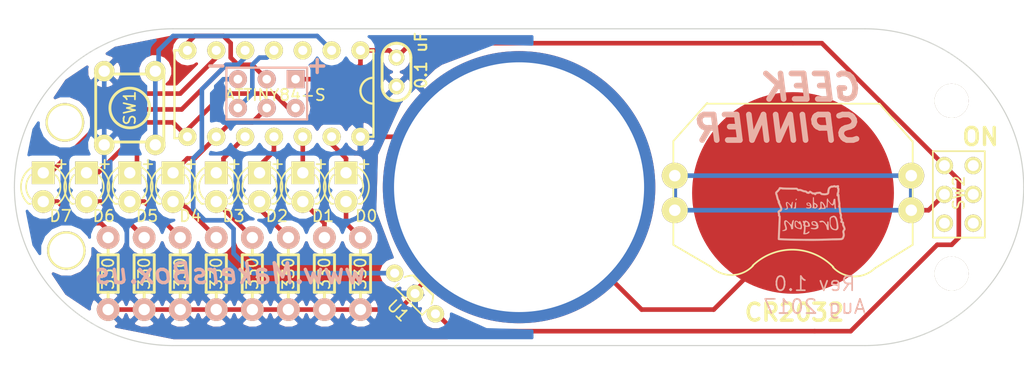
<source format=kicad_pcb>
(kicad_pcb (version 4) (host pcbnew 4.0.4-stable)

  (general
    (links 46)
    (no_connects 0)
    (area 157.48 66.04 247.700001 98.425001)
    (thickness 1.6)
    (drawings 25)
    (tracks 152)
    (zones 0)
    (modules 29)
    (nets 23)
  )

  (page USLetter)
  (layers
    (0 F.Cu signal)
    (31 B.Cu signal)
    (34 B.Paste user)
    (35 F.Paste user)
    (36 B.SilkS user)
    (37 F.SilkS user)
    (38 B.Mask user)
    (39 F.Mask user)
    (40 Dwgs.User user)
    (44 Edge.Cuts user)
  )

  (setup
    (last_trace_width 0.1524)
    (user_trace_width 0.254)
    (user_trace_width 0.3048)
    (user_trace_width 0.4064)
    (user_trace_width 0.6096)
    (user_trace_width 2.032)
    (trace_clearance 0.1524)
    (zone_clearance 0.508)
    (zone_45_only no)
    (trace_min 0.1524)
    (segment_width 0.254)
    (edge_width 0.1)
    (via_size 0.6858)
    (via_drill 0.3302)
    (via_min_size 0.6858)
    (via_min_drill 0.3302)
    (user_via 1 0.5)
    (uvia_size 0.762)
    (uvia_drill 0.508)
    (uvias_allowed no)
    (uvia_min_size 0.508)
    (uvia_min_drill 0.127)
    (pcb_text_width 0.3)
    (pcb_text_size 1.5 1.5)
    (mod_edge_width 0.15)
    (mod_text_size 1 1)
    (mod_text_width 0.15)
    (pad_size 3.4 3.4)
    (pad_drill 3)
    (pad_to_mask_clearance 0)
    (aux_axis_origin 0 0)
    (grid_origin 210.82 95.25)
    (visible_elements 7FFFFFFF)
    (pcbplotparams
      (layerselection 0x010f0_80000001)
      (usegerberextensions true)
      (excludeedgelayer true)
      (linewidth 0.100000)
      (plotframeref false)
      (viasonmask false)
      (mode 1)
      (useauxorigin false)
      (hpglpennumber 1)
      (hpglpenspeed 20)
      (hpglpendiameter 15)
      (hpglpenoverlay 2)
      (psnegative false)
      (psa4output false)
      (plotreference true)
      (plotvalue true)
      (plotinvisibletext false)
      (padsonsilk false)
      (subtractmaskfromsilk false)
      (outputformat 1)
      (mirror false)
      (drillshape 0)
      (scaleselection 1)
      (outputdirectory gerbers/))
  )

  (net 0 "")
  (net 1 GND)
  (net 2 +BATT)
  (net 3 "Net-(BT1-Pad1)")
  (net 4 "Net-(CON1-Pad1)")
  (net 5 "Net-(CON1-Pad3)")
  (net 6 "Net-(CON1-Pad4)")
  (net 7 "Net-(CON1-Pad5)")
  (net 8 "Net-(D1-Pad1)")
  (net 9 "Net-(D1-Pad2)")
  (net 10 "Net-(D0-Pad2)")
  (net 11 "Net-(D0-Pad1)")
  (net 12 "Net-(D2-Pad2)")
  (net 13 "Net-(D2-Pad1)")
  (net 14 "Net-(D3-Pad2)")
  (net 15 "Net-(D3-Pad1)")
  (net 16 "Net-(D4-Pad1)")
  (net 17 "Net-(D5-Pad1)")
  (net 18 "Net-(D6-Pad1)")
  (net 19 "Net-(D7-Pad2)")
  (net 20 "Net-(D7-Pad1)")
  (net 21 "Net-(IC1-Pad2)")
  (net 22 "Net-(IC1-Pad5)")

  (net_class Default "This is the default net class."
    (clearance 0.1524)
    (trace_width 0.1524)
    (via_dia 0.6858)
    (via_drill 0.3302)
    (uvia_dia 0.762)
    (uvia_drill 0.508)
    (add_net +BATT)
    (add_net GND)
    (add_net "Net-(BT1-Pad1)")
    (add_net "Net-(CON1-Pad1)")
    (add_net "Net-(CON1-Pad3)")
    (add_net "Net-(CON1-Pad4)")
    (add_net "Net-(CON1-Pad5)")
    (add_net "Net-(D0-Pad1)")
    (add_net "Net-(D0-Pad2)")
    (add_net "Net-(D1-Pad1)")
    (add_net "Net-(D1-Pad2)")
    (add_net "Net-(D2-Pad1)")
    (add_net "Net-(D2-Pad2)")
    (add_net "Net-(D3-Pad1)")
    (add_net "Net-(D3-Pad2)")
    (add_net "Net-(D4-Pad1)")
    (add_net "Net-(D5-Pad1)")
    (add_net "Net-(D6-Pad1)")
    (add_net "Net-(D7-Pad1)")
    (add_net "Net-(D7-Pad2)")
    (add_net "Net-(IC1-Pad2)")
    (add_net "Net-(IC1-Pad5)")
  )

  (module TO_SOT_Packages_THT:TO-92_Inline_Wide (layer F.Cu) (tedit 5976A0AA) (tstamp 593A0759)
    (at 195.834 93.726 135)
    (descr "TO-92 leads in-line, wide, drill 0.8mm (see NXP sot054_po.pdf)")
    (tags "to-92 sc-43 sc-43a sot54 PA33 transistor")
    (path /59379E65)
    (fp_text reference U1 (at 2.529479 -2.122485 315) (layer F.SilkS)
      (effects (font (size 1 1) (thickness 0.15)))
    )
    (fp_text value MLX92231 (at 0 3 135) (layer F.Fab)
      (effects (font (size 1 1) (thickness 0.15)))
    )
    (fp_line (start 1.397 1.016) (end 3.683 1.016) (layer F.SilkS) (width 0.2))
    (fp_line (start 0.762 -0.889) (end 4.191 -0.889) (layer F.SilkS) (width 0.15174))
    (fp_line (start 0.762 -0.254) (end 0.762 -0.889) (layer F.SilkS) (width 0.1508))
    (fp_line (start 4.191 -0.889) (end 4.191 -0.381) (layer F.SilkS) (width 0.1508))
    (fp_arc (start 3.048 -0.635) (end 1.348 1.065) (angle 20.5) (layer F.SilkS) (width 0.15))
    (fp_arc (start 2.032 -0.635) (end 3.732 1.065) (angle -20.5) (layer F.SilkS) (width 0.15))
    (fp_line (start -1 1.95) (end -1 -2.65) (layer F.CrtYd) (width 0.05))
    (fp_line (start -1 1.95) (end 6.1 1.95) (layer F.CrtYd) (width 0.05))
    (fp_line (start -1 -2.65) (end 6.1 -2.65) (layer F.CrtYd) (width 0.05))
    (fp_line (start 6.1 1.95) (end 6.1 -2.65) (layer F.CrtYd) (width 0.05))
    (pad 2 thru_hole circle (at 2.54 0 225) (size 1.524 1.524) (drill 0.8) (layers *.Cu *.Mask F.SilkS)
      (net 1 GND))
    (pad 3 thru_hole circle (at 5.08 0 225) (size 1.524 1.524) (drill 0.8) (layers *.Cu *.Mask F.SilkS)
      (net 22 "Net-(IC1-Pad5)"))
    (pad 1 thru_hole circle (at 0 0 225) (size 1.524 1.524) (drill 0.8) (layers *.Cu *.Mask F.SilkS)
      (net 2 +BATT))
    (model TO_SOT_Packages_THT.3dshapes/TO-92_Inline_Wide.wrl
      (at (xyz 0.1 0 0))
      (scale (xyz 1 1 1))
      (rotate (xyz 0 0 -90))
    )
  )

  (module myFootPrints:AVR-ISP-6 (layer B.Cu) (tedit 59769CE5) (tstamp 593A0177)
    (at 183.515 75.565 90)
    (descr "6-lead dip package, row spacing 7.62 mm (300 mils)")
    (tags "dil dip 2.54 300")
    (path /58609061)
    (fp_text reference CON1 (at 0 2.54 90) (layer B.SilkS) hide
      (effects (font (size 1 1) (thickness 0.15)) (justify mirror))
    )
    (fp_text value AVR-ISP-6 (at 0 3.72 90) (layer B.Fab) hide
      (effects (font (size 1 1) (thickness 0.15)) (justify mirror))
    )
    (fp_line (start 3.556 -5.969) (end 3.556 1.016) (layer B.SilkS) (width 0.2))
    (fp_line (start 3.556 1.016) (end -1.016 1.016) (layer B.SilkS) (width 0.2))
    (fp_line (start -1.016 1.016) (end -1.016 -6.096) (layer B.SilkS) (width 0.2))
    (fp_line (start -1.016 -6.096) (end 3.556 -6.096) (layer B.SilkS) (width 0.2))
    (pad 1 thru_hole oval (at 0 0 90) (size 1.6 1.6) (drill 0.762) (layers *.Cu B.SilkS B.Mask)
      (net 4 "Net-(CON1-Pad1)"))
    (pad 2 thru_hole rect (at 2.54 0 90) (size 1.6 1.6) (drill 0.762) (layers *.Cu B.SilkS B.Mask)
      (net 2 +BATT))
    (pad 3 thru_hole oval (at 0 -2.54 90) (size 1.6 1.6) (drill 0.762) (layers *.Cu B.SilkS B.Mask)
      (net 5 "Net-(CON1-Pad3)"))
    (pad 4 thru_hole oval (at 2.54 -2.54 90) (size 1.6 1.6) (drill 0.762) (layers *.Cu B.SilkS B.Mask)
      (net 6 "Net-(CON1-Pad4)"))
    (pad 5 thru_hole oval (at 0 -5.08 90) (size 1.6 1.6) (drill 0.762) (layers *.Cu B.SilkS B.Mask)
      (net 7 "Net-(CON1-Pad5)"))
    (pad 6 thru_hole oval (at 2.54 -5.08 90) (size 1.6 1.6) (drill 0.762) (layers *.Cu B.SilkS B.Mask)
      (net 1 GND))
  )

  (module Housings_DIP:DIP-14_W7.62mm (layer F.Cu) (tedit 593A1D84) (tstamp 593A05DC)
    (at 189.23 70.485 270)
    (descr "14-lead dip package, row spacing 7.62 mm (300 mils)")
    (tags "dil dip 2.54 300")
    (path /588D45C8)
    (fp_text reference IC1 (at 0 -5.22 270) (layer F.SilkS) hide
      (effects (font (size 1 1) (thickness 0.15)))
    )
    (fp_text value ATTINY84-S (at 3.937 7.493 360) (layer F.SilkS)
      (effects (font (size 1 1) (thickness 0.15)))
    )
    (fp_arc (start 3.556 -1.143) (end 4.699 -1.143) (angle 90) (layer F.SilkS) (width 0.2))
    (fp_arc (start 3.556 -1.143) (end 3.556 0) (angle 90) (layer F.SilkS) (width 0.2))
    (fp_line (start 0 -0.889) (end 0 -1.143) (layer F.SilkS) (width 0.2))
    (fp_line (start 0 -1.143) (end 7.493 -1.143) (layer F.SilkS) (width 0.2))
    (fp_line (start 7.493 -1.143) (end 7.62 -1.143) (layer F.SilkS) (width 0.2))
    (fp_line (start 7.62 -1.143) (end 7.62 -0.889) (layer F.SilkS) (width 0.2))
    (fp_line (start 0 16.383) (end 0 16.002) (layer F.SilkS) (width 0.2))
    (fp_line (start 7.747 16.383) (end 7.747 16.002) (layer F.SilkS) (width 0.2))
    (fp_line (start 0 16.383) (end 7.747 16.383) (layer F.SilkS) (width 0.2))
    (fp_line (start -1.05 -2.45) (end -1.05 17.7) (layer F.CrtYd) (width 0.05))
    (fp_line (start 8.65 -2.45) (end 8.65 17.7) (layer F.CrtYd) (width 0.05))
    (fp_line (start -1.05 -2.45) (end 8.65 -2.45) (layer F.CrtYd) (width 0.05))
    (fp_line (start -1.05 17.7) (end 8.65 17.7) (layer F.CrtYd) (width 0.05))
    (pad 1 thru_hole oval (at 0 0 270) (size 1.6 1.6) (drill 0.8) (layers *.Cu *.Mask F.SilkS)
      (net 2 +BATT))
    (pad 2 thru_hole oval (at 0 2.54 270) (size 1.6 1.6) (drill 0.8) (layers *.Cu *.Mask F.SilkS)
      (net 21 "Net-(IC1-Pad2)"))
    (pad 3 thru_hole oval (at 0 5.08 270) (size 1.6 1.6) (drill 0.8) (layers *.Cu *.Mask F.SilkS))
    (pad 4 thru_hole oval (at 0 7.62 270) (size 1.6 1.6) (drill 0.8) (layers *.Cu *.Mask F.SilkS)
      (net 7 "Net-(CON1-Pad5)"))
    (pad 5 thru_hole oval (at 0 10.16 270) (size 1.6 1.6) (drill 0.8) (layers *.Cu *.Mask F.SilkS)
      (net 22 "Net-(IC1-Pad5)"))
    (pad 6 thru_hole oval (at 0 12.7 270) (size 1.6 1.6) (drill 0.8) (layers *.Cu *.Mask F.SilkS)
      (net 19 "Net-(D7-Pad2)"))
    (pad 7 thru_hole oval (at 0 15.24 270) (size 1.6 1.6) (drill 0.8) (layers *.Cu *.Mask F.SilkS)
      (net 6 "Net-(CON1-Pad4)"))
    (pad 8 thru_hole oval (at 7.62 15.24 270) (size 1.6 1.6) (drill 0.8) (layers *.Cu *.Mask F.SilkS)
      (net 4 "Net-(CON1-Pad1)"))
    (pad 9 thru_hole oval (at 7.62 12.7 270) (size 1.6 1.6) (drill 0.8) (layers *.Cu *.Mask F.SilkS)
      (net 5 "Net-(CON1-Pad3)"))
    (pad 10 thru_hole oval (at 7.62 10.16 270) (size 1.6 1.6) (drill 0.8) (layers *.Cu *.Mask F.SilkS)
      (net 14 "Net-(D3-Pad2)"))
    (pad 11 thru_hole oval (at 7.62 7.62 270) (size 1.6 1.6) (drill 0.8) (layers *.Cu *.Mask F.SilkS)
      (net 12 "Net-(D2-Pad2)"))
    (pad 12 thru_hole oval (at 7.62 5.08 270) (size 1.6 1.6) (drill 0.8) (layers *.Cu *.Mask F.SilkS)
      (net 9 "Net-(D1-Pad2)"))
    (pad 13 thru_hole oval (at 7.62 2.54 270) (size 1.6 1.6) (drill 0.8) (layers *.Cu *.Mask F.SilkS)
      (net 10 "Net-(D0-Pad2)"))
    (pad 14 thru_hole oval (at 7.62 0 270) (size 1.6 1.6) (drill 0.8) (layers *.Cu *.Mask F.SilkS)
      (net 1 GND))
    (model Housings_DIP.3dshapes/DIP-14_W7.62mm.wrl
      (at (xyz 0 0 0))
      (scale (xyz 1 1 1))
      (rotate (xyz 0 0 0))
    )
  )

  (module myFootPrints:Lego_Drill (layer F.Cu) (tedit 5938B9BC) (tstamp 597627C8)
    (at 241.3 90.17)
    (descr "Through hole pin header")
    (tags "pin header")
    (fp_text reference P2 (at 0 0) (layer F.SilkS) hide
      (effects (font (size 1 1) (thickness 0.15)))
    )
    (fp_text value CONN_01X01 (at 0 -1.27) (layer F.Fab) hide
      (effects (font (size 0.127 0.127) (thickness 0.03175)))
    )
    (pad 1 thru_hole circle (at 0 0) (size 3 3) (drill 3) (layers *.Cu *.Mask F.SilkS))
    (model Pin_Headers.3dshapes/Pin_Header_Straight_1x01.wrl
      (at (xyz 0 0 0))
      (scale (xyz 1 1 1))
      (rotate (xyz 0 0 90))
    )
  )

  (module myFootPrints:SW_PUSH_SMALL (layer F.Cu) (tedit 57A15124) (tstamp 593A0614)
    (at 168.91 75.565 270)
    (path /58609F3B)
    (fp_text reference SW1 (at 0 0 270) (layer F.SilkS)
      (effects (font (size 1 1) (thickness 0.15)))
    )
    (fp_text value SW_PUSH (at 0 2 270) (layer F.Fab) hide
      (effects (font (size 0.3 0.3) (thickness 0.075)))
    )
    (fp_line (start -3 -3) (end 3 -3) (layer F.SilkS) (width 0.25))
    (fp_line (start 3 -3) (end 3 3) (layer F.SilkS) (width 0.25))
    (fp_line (start 3 3) (end -3 3) (layer F.SilkS) (width 0.25))
    (fp_line (start -3 3) (end -3 -3) (layer F.SilkS) (width 0.25))
    (fp_circle (center 0 0) (end -1.75 0) (layer F.SilkS) (width 0.25))
    (pad 1 thru_hole circle (at 3.25 -2.25 270) (size 1.8 1.8) (drill 1) (layers *.Cu *.Mask F.SilkS)
      (net 21 "Net-(IC1-Pad2)"))
    (pad 2 thru_hole circle (at 3.25 2.25 270) (size 1.8 1.8) (drill 1) (layers *.Cu *.Mask F.SilkS)
      (net 1 GND))
    (pad 1 thru_hole circle (at -3.25 -2.25 270) (size 1.8 1.8) (drill 1) (layers *.Cu *.Mask F.SilkS)
      (net 21 "Net-(IC1-Pad2)"))
    (pad 2 thru_hole circle (at -3.25 2.25 270) (size 1.8 1.8) (drill 1) (layers *.Cu *.Mask F.SilkS)
      (net 1 GND))
  )

  (module myFootPrints:Lego_Drill (layer F.Cu) (tedit 59879AE0) (tstamp 59762766)
    (at 163.195 76.835)
    (descr "Through hole pin header")
    (tags "pin header")
    (fp_text reference P2 (at 0 0) (layer F.SilkS) hide
      (effects (font (size 1 1) (thickness 0.15)))
    )
    (fp_text value CONN_01X01 (at 0 -1.27) (layer F.Fab) hide
      (effects (font (size 0.127 0.127) (thickness 0.03175)))
    )
    (pad 1 thru_hole circle (at 0 0) (size 3.4 3.4) (drill 3) (layers *.Cu *.Mask F.SilkS))
    (model Pin_Headers.3dshapes/Pin_Header_Straight_1x01.wrl
      (at (xyz 0 0 0))
      (scale (xyz 1 1 1))
      (rotate (xyz 0 0 90))
    )
  )

  (module myFootPrints:BATT_CR2032 (layer F.Cu) (tedit 0) (tstamp 593A0594)
    (at 227.33 83.058)
    (tags battery)
    (path /56CFA61E)
    (fp_text reference BT1 (at 0 5.08) (layer F.SilkS) hide
      (effects (font (size 1.72974 1.08712) (thickness 0.27178)))
    )
    (fp_text value Battery (at 0 -2.54) (layer F.SilkS) hide
      (effects (font (size 1.524 1.016) (thickness 0.254)))
    )
    (fp_line (start -7.1755 6.5405) (end -10.541 4.572) (layer F.SilkS) (width 0.15))
    (fp_line (start 7.1755 6.6675) (end 10.541 4.572) (layer F.SilkS) (width 0.15))
    (fp_arc (start -5.4229 4.6355) (end -3.5179 6.4135) (angle 90) (layer F.SilkS) (width 0.15))
    (fp_arc (start 5.4102 4.7625) (end 7.1882 6.6675) (angle 90) (layer F.SilkS) (width 0.15))
    (fp_arc (start -0.0635 10.033) (end -3.556 6.4135) (angle 90) (layer F.SilkS) (width 0.15))
    (fp_line (start 7.62 -7.874) (end 10.541 -4.5085) (layer F.SilkS) (width 0.15))
    (fp_line (start -10.541 -4.572) (end -7.5565 -7.9375) (layer F.SilkS) (width 0.15))
    (fp_line (start -7.62 -7.874) (end 7.62 -7.874) (layer F.SilkS) (width 0.15))
    (fp_line (start -10.541 4.572) (end -10.541 -4.572) (layer F.SilkS) (width 0.15))
    (fp_line (start 10.541 4.572) (end 10.541 -4.572) (layer F.SilkS) (width 0.15))
    (fp_circle (center 0 0) (end -10.16 0) (layer Dwgs.User) (width 0.15))
    (pad 1 thru_hole circle (at -10.414 1.524) (size 2.286 2.286) (drill 1.016) (layers *.Cu *.Mask F.SilkS)
      (net 3 "Net-(BT1-Pad1)"))
    (pad 1 thru_hole circle (at 10.414 1.524) (size 2.286 2.286) (drill 1.016) (layers *.Cu *.Mask F.SilkS)
      (net 3 "Net-(BT1-Pad1)"))
    (pad 1 thru_hole circle (at -10.414 -1.524) (size 2.286 2.286) (drill 1.016) (layers *.Cu *.Mask F.SilkS)
      (net 3 "Net-(BT1-Pad1)"))
    (pad 1 thru_hole circle (at 10.414 -1.524) (size 2.286 2.286) (drill 1.016) (layers *.Cu *.Mask F.SilkS)
      (net 3 "Net-(BT1-Pad1)"))
    (pad 2 smd circle (at 0 0) (size 17.78 17.78) (layers F.Cu F.Paste F.Mask)
      (net 1 GND))
  )

  (module myFootPrints:Lego_Drill (layer F.Cu) (tedit 5938B9BC) (tstamp 5938BA2A)
    (at 241.3 74.93)
    (descr "Through hole pin header")
    (tags "pin header")
    (fp_text reference P2 (at 0 0) (layer F.SilkS) hide
      (effects (font (size 1 1) (thickness 0.15)))
    )
    (fp_text value CONN_01X01 (at 0 -1.27) (layer F.Fab) hide
      (effects (font (size 0.127 0.127) (thickness 0.03175)))
    )
    (pad 1 thru_hole circle (at 0 0) (size 3 3) (drill 3) (layers *.Cu *.Mask F.SilkS))
    (model Pin_Headers.3dshapes/Pin_Header_Straight_1x01.wrl
      (at (xyz 0 0 0))
      (scale (xyz 1 1 1))
      (rotate (xyz 0 0 90))
    )
  )

  (module myFootPrints:Lego_Drill (layer F.Cu) (tedit 59879AD4) (tstamp 5938B9FE)
    (at 163.322 88.138)
    (descr "Through hole pin header")
    (tags "pin header")
    (fp_text reference P2 (at 0 0) (layer F.SilkS) hide
      (effects (font (size 1 1) (thickness 0.15)))
    )
    (fp_text value CONN_01X01 (at 0 -1.27) (layer F.Fab) hide
      (effects (font (size 0.127 0.127) (thickness 0.03175)))
    )
    (pad 1 thru_hole circle (at 0 0) (size 3.4 3.4) (drill 3) (layers *.Cu *.Mask F.SilkS))
    (model Pin_Headers.3dshapes/Pin_Header_Straight_1x01.wrl
      (at (xyz 0 0 0))
      (scale (xyz 1 1 1))
      (rotate (xyz 0 0 90))
    )
  )

  (module myFootPrints:MadeInOregonRev25 (layer F.Cu) (tedit 0) (tstamp 5938C446)
    (at 228.854 84.836)
    (fp_text reference VAL (at 0 0) (layer F.SilkS) hide
      (effects (font (size 1.143 1.143) (thickness 0.1778)))
    )
    (fp_text value MadeInOregonRev25 (at 0 0) (layer F.SilkS) hide
      (effects (font (size 1.143 1.143) (thickness 0.1778)))
    )
    (fp_poly (pts (xy -3.09626 -1.76022) (xy -3.09626 -1.72212) (xy -3.09372 -1.69672) (xy -3.09118 -1.67386)
      (xy -3.0861 -1.65608) (xy -3.07594 -1.63576) (xy -3.0734 -1.62814) (xy -3.0607 -1.6002)
      (xy -3.05054 -1.5748) (xy -3.04038 -1.54432) (xy -3.03022 -1.50876) (xy -3.02006 -1.46304)
      (xy -3.00736 -1.4097) (xy -3.00228 -1.39192) (xy -2.98704 -1.31826) (xy -2.96926 -1.2573)
      (xy -2.95402 -1.20396) (xy -2.9337 -1.15824) (xy -2.91338 -1.1176) (xy -2.91338 -1.74752)
      (xy -2.91338 -1.76276) (xy -2.91084 -1.77546) (xy -2.90322 -1.78816) (xy -2.89052 -1.8034)
      (xy -2.86766 -1.82118) (xy -2.8575 -1.83134) (xy -2.82956 -1.8542) (xy -2.80416 -1.8796)
      (xy -2.78638 -1.90246) (xy -2.77876 -1.91008) (xy -2.76606 -1.92786) (xy -2.74574 -1.95326)
      (xy -2.72034 -1.98374) (xy -2.69494 -2.01422) (xy -2.6924 -2.01676) (xy -2.66954 -2.0447)
      (xy -2.64922 -2.0701) (xy -2.63652 -2.08788) (xy -2.6289 -2.09804) (xy -2.6289 -2.10058)
      (xy -2.62382 -2.10566) (xy -2.60604 -2.10566) (xy -2.58064 -2.10566) (xy -2.55016 -2.10058)
      (xy -2.51968 -2.0955) (xy -2.50952 -2.09296) (xy -2.49682 -2.09042) (xy -2.48412 -2.08534)
      (xy -2.46888 -2.08534) (xy -2.4511 -2.0828) (xy -2.4257 -2.08026) (xy -2.39268 -2.07772)
      (xy -2.35458 -2.07772) (xy -2.30632 -2.07518) (xy -2.2479 -2.07518) (xy -2.17678 -2.07264)
      (xy -2.09296 -2.0701) (xy -2.03962 -2.0701) (xy -1.95326 -2.06756) (xy -1.8669 -2.06756)
      (xy -1.78054 -2.06502) (xy -1.69672 -2.06502) (xy -1.61798 -2.06248) (xy -1.54686 -2.06248)
      (xy -1.48336 -2.06248) (xy -1.4351 -2.06248) (xy -1.4224 -2.06248) (xy -1.22936 -2.06248)
      (xy -1.1684 -2.00152) (xy -1.10744 -1.9431) (xy -1.0668 -1.9431) (xy -1.03886 -1.9431)
      (xy -1.0033 -1.94564) (xy -0.97536 -1.95072) (xy -0.94234 -1.95326) (xy -0.91186 -1.95072)
      (xy -0.87884 -1.94564) (xy -0.8382 -1.93548) (xy -0.79248 -1.9177) (xy -0.7366 -1.89484)
      (xy -0.72136 -1.88976) (xy -0.67818 -1.86944) (xy -0.64516 -1.85674) (xy -0.61722 -1.84912)
      (xy -0.59182 -1.84404) (xy -0.56388 -1.83896) (xy -0.5461 -1.83642) (xy -0.50038 -1.83134)
      (xy -0.46482 -1.82626) (xy -0.43688 -1.81864) (xy -0.41656 -1.80848) (xy -0.39624 -1.79578)
      (xy -0.37592 -1.77546) (xy -0.37338 -1.77292) (xy -0.35052 -1.7526) (xy -0.32512 -1.73482)
      (xy -0.30734 -1.72212) (xy -0.30734 -1.72212) (xy -0.28702 -1.71704) (xy -0.25654 -1.71196)
      (xy -0.22098 -1.70434) (xy -0.18288 -1.7018) (xy -0.14986 -1.69672) (xy -0.12446 -1.69672)
      (xy -0.10922 -1.69926) (xy -0.09652 -1.70688) (xy -0.07366 -1.71958) (xy -0.05334 -1.73736)
      (xy -0.03048 -1.75768) (xy -0.01524 -1.7653) (xy -0.00508 -1.76784) (xy 0 -1.7653)
      (xy 0.01016 -1.75768) (xy 0.03048 -1.74498) (xy 0.05842 -1.7272) (xy 0.0889 -1.70688)
      (xy 0.09652 -1.7018) (xy 0.18288 -1.64846) (xy 0.25908 -1.64592) (xy 0.29464 -1.64338)
      (xy 0.3175 -1.64084) (xy 0.3302 -1.6383) (xy 0.34036 -1.63322) (xy 0.34544 -1.6256)
      (xy 0.34798 -1.62052) (xy 0.3683 -1.59766) (xy 0.39624 -1.58242) (xy 0.42672 -1.5748)
      (xy 0.4318 -1.5748) (xy 0.45974 -1.58242) (xy 0.48768 -1.6002) (xy 0.51562 -1.63068)
      (xy 0.52578 -1.64338) (xy 0.53848 -1.65608) (xy 0.5461 -1.66624) (xy 0.55626 -1.67386)
      (xy 0.56896 -1.68148) (xy 0.58928 -1.68402) (xy 0.61468 -1.6891) (xy 0.65278 -1.69418)
      (xy 0.70104 -1.69672) (xy 0.71628 -1.69926) (xy 0.8255 -1.70942) (xy 0.85598 -1.68148)
      (xy 0.89154 -1.64846) (xy 0.9271 -1.62306) (xy 0.95758 -1.60274) (xy 0.96774 -1.59766)
      (xy 0.9906 -1.59258) (xy 1.02362 -1.5875) (xy 1.0668 -1.58242) (xy 1.11252 -1.57734)
      (xy 1.16332 -1.57226) (xy 1.21158 -1.56972) (xy 1.2573 -1.56972) (xy 1.25984 -1.56972)
      (xy 1.3081 -1.56972) (xy 1.35128 -1.5748) (xy 1.39446 -1.57988) (xy 1.44272 -1.59004)
      (xy 1.48844 -1.6002) (xy 1.52146 -1.61036) (xy 1.54686 -1.62306) (xy 1.56972 -1.63576)
      (xy 1.59258 -1.65608) (xy 1.61798 -1.68148) (xy 1.63576 -1.7018) (xy 1.651 -1.72212)
      (xy 1.65862 -1.74498) (xy 1.66624 -1.77292) (xy 1.67386 -1.80848) (xy 1.6764 -1.85166)
      (xy 1.68148 -1.90246) (xy 1.6891 -1.9812) (xy 1.7018 -2.04978) (xy 1.72212 -2.10566)
      (xy 1.74752 -2.15138) (xy 1.75006 -2.15646) (xy 1.77546 -2.18186) (xy 1.81356 -2.2098)
      (xy 1.82626 -2.21742) (xy 1.8542 -2.23012) (xy 1.87706 -2.24028) (xy 1.89484 -2.24282)
      (xy 1.9177 -2.24282) (xy 1.92024 -2.24282) (xy 1.95834 -2.24282) (xy 2.00152 -2.25044)
      (xy 2.032 -2.25806) (xy 2.0701 -2.27076) (xy 2.09804 -2.27584) (xy 2.11582 -2.27838)
      (xy 2.13106 -2.2733) (xy 2.1463 -2.26822) (xy 2.15392 -2.26314) (xy 2.1844 -2.2479)
      (xy 2.22758 -2.24282) (xy 2.27584 -2.2479) (xy 2.29108 -2.25298) (xy 2.31394 -2.25806)
      (xy 2.33426 -2.26314) (xy 2.34188 -2.26314) (xy 2.34188 -2.25806) (xy 2.34442 -2.23774)
      (xy 2.34442 -2.21488) (xy 2.34442 -2.21234) (xy 2.34442 -2.1844) (xy 2.34696 -2.16408)
      (xy 2.35204 -2.1463) (xy 2.36474 -2.12852) (xy 2.3876 -2.0955) (xy 2.37998 -1.97612)
      (xy 2.37744 -1.9304) (xy 2.37236 -1.89738) (xy 2.36982 -1.87198) (xy 2.36474 -1.8542)
      (xy 2.35966 -1.83896) (xy 2.35204 -1.82372) (xy 2.34696 -1.8161) (xy 2.33172 -1.78562)
      (xy 2.3241 -1.75768) (xy 2.3241 -1.73736) (xy 2.32156 -1.70942) (xy 2.31902 -1.68656)
      (xy 2.31648 -1.67894) (xy 2.31394 -1.66116) (xy 2.30886 -1.63576) (xy 2.30886 -1.60274)
      (xy 2.30886 -1.59004) (xy 2.30886 -1.55702) (xy 2.30886 -1.5367) (xy 2.31394 -1.52146)
      (xy 2.32156 -1.5113) (xy 2.33172 -1.4986) (xy 2.33426 -1.49606) (xy 2.35458 -1.48082)
      (xy 2.3749 -1.4732) (xy 2.37744 -1.47066) (xy 2.3876 -1.47066) (xy 2.39268 -1.46558)
      (xy 2.39776 -1.45034) (xy 2.4003 -1.42494) (xy 2.40284 -1.39192) (xy 2.40538 -1.35382)
      (xy 2.40538 -1.33096) (xy 2.40792 -1.28778) (xy 2.413 -1.2319) (xy 2.42062 -1.16078)
      (xy 2.43332 -1.07442) (xy 2.4511 -0.97536) (xy 2.4511 -0.96774) (xy 2.45872 -0.92456)
      (xy 2.4638 -0.88392) (xy 2.46888 -0.85344) (xy 2.47142 -0.83058) (xy 2.47396 -0.82296)
      (xy 2.47396 -0.81026) (xy 2.47142 -0.7874) (xy 2.47142 -0.75692) (xy 2.46888 -0.72644)
      (xy 2.46888 -0.69342) (xy 2.46634 -0.66294) (xy 2.4638 -0.64262) (xy 2.46126 -0.635)
      (xy 2.4511 -0.6096) (xy 2.44856 -0.57912) (xy 2.4511 -0.54864) (xy 2.46126 -0.52324)
      (xy 2.4765 -0.51054) (xy 2.48412 -0.49784) (xy 2.49174 -0.47244) (xy 2.5019 -0.4318)
      (xy 2.50952 -0.37592) (xy 2.51968 -0.30734) (xy 2.5273 -0.2286) (xy 2.53238 -0.16764)
      (xy 2.53746 -0.1143) (xy 2.54254 -0.0635) (xy 2.54762 -0.02032) (xy 2.5527 0.01524)
      (xy 2.55524 0.04064) (xy 2.55778 0.05334) (xy 2.56794 0.07366) (xy 2.5781 0.1016)
      (xy 2.58826 0.127) (xy 2.59588 0.14732) (xy 2.6035 0.16256) (xy 2.60604 0.18034)
      (xy 2.60858 0.20066) (xy 2.60858 0.22606) (xy 2.60604 0.25908) (xy 2.6035 0.3048)
      (xy 2.6035 0.32512) (xy 2.60096 0.37084) (xy 2.60096 0.4064) (xy 2.60604 0.43434)
      (xy 2.61366 0.45974) (xy 2.62636 0.48768) (xy 2.64668 0.5207) (xy 2.66446 0.5588)
      (xy 2.67462 0.58674) (xy 2.6797 0.61468) (xy 2.67462 0.64262) (xy 2.66446 0.68072)
      (xy 2.65938 0.69088) (xy 2.64668 0.72898) (xy 2.63906 0.75946) (xy 2.63906 0.77978)
      (xy 2.6416 0.79756) (xy 2.64922 0.8128) (xy 2.64922 0.81534) (xy 2.66446 0.83058)
      (xy 2.68986 0.84836) (xy 2.72034 0.86614) (xy 2.75336 0.87884) (xy 2.77368 0.88646)
      (xy 2.794 0.89154) (xy 2.794 0.98044) (xy 2.794 1.07188) (xy 2.82448 1.13538)
      (xy 2.8575 1.20396) (xy 2.8829 1.26238) (xy 2.90322 1.31064) (xy 2.91592 1.3462)
      (xy 2.921 1.36652) (xy 2.92354 1.3843) (xy 2.92354 1.39954) (xy 2.91592 1.41478)
      (xy 2.90068 1.4351) (xy 2.90068 1.43764) (xy 2.87274 1.47828) (xy 2.84988 1.51638)
      (xy 2.8321 1.5621) (xy 2.82448 1.59004) (xy 2.80924 1.64338) (xy 2.8321 1.74244)
      (xy 2.84734 1.80848) (xy 2.85496 1.86182) (xy 2.86004 1.90754) (xy 2.86004 1.94818)
      (xy 2.85242 1.98628) (xy 2.84226 2.02438) (xy 2.84226 2.02438) (xy 2.82702 2.06756)
      (xy 2.81432 2.10566) (xy 2.79908 2.13868) (xy 2.78892 2.16154) (xy 2.77876 2.1717)
      (xy 2.77876 2.17424) (xy 2.7686 2.17678) (xy 2.74828 2.1844) (xy 2.74066 2.18948)
      (xy 2.7178 2.1971) (xy 2.68224 2.20472) (xy 2.63398 2.2098) (xy 2.57302 2.21234)
      (xy 2.49682 2.21488) (xy 2.40792 2.21742) (xy 2.30632 2.21742) (xy 2.29616 2.21742)
      (xy 2.24028 2.21996) (xy 2.17424 2.21996) (xy 2.10058 2.2225) (xy 2.02184 2.2225)
      (xy 1.9431 2.22504) (xy 1.86944 2.23012) (xy 1.84912 2.23012) (xy 1.6129 2.23774)
      (xy 1.38684 2.2479) (xy 1.16332 2.25298) (xy 0.9398 2.25806) (xy 0.71882 2.26314)
      (xy 0.4953 2.26568) (xy 0.26924 2.26822) (xy 0.03556 2.26822) (xy -0.2032 2.26822)
      (xy -0.45466 2.26822) (xy -0.71628 2.26568) (xy -0.84836 2.26314) (xy -1.03378 2.2606)
      (xy -1.20396 2.25806) (xy -1.36144 2.25552) (xy -1.50622 2.25298) (xy -1.64084 2.25044)
      (xy -1.7653 2.2479) (xy -1.88214 2.24536) (xy -1.98882 2.24282) (xy -2.08788 2.23774)
      (xy -2.17932 2.2352) (xy -2.26822 2.23266) (xy -2.35204 2.22758) (xy -2.39776 2.22504)
      (xy -2.46126 2.2225) (xy -2.51968 2.21742) (xy -2.57302 2.21488) (xy -2.61874 2.21234)
      (xy -2.65176 2.2098) (xy -2.67462 2.2098) (xy -2.68732 2.2098) (xy -2.68732 2.2098)
      (xy -2.68732 2.20218) (xy -2.68478 2.17932) (xy -2.68478 2.1463) (xy -2.68224 2.09804)
      (xy -2.6797 2.03962) (xy -2.67716 1.97104) (xy -2.67208 1.8923) (xy -2.66954 1.80594)
      (xy -2.66446 1.70942) (xy -2.65938 1.60782) (xy -2.65684 1.50114) (xy -2.65176 1.38684)
      (xy -2.64414 1.27) (xy -2.64414 1.25476) (xy -2.63906 1.11506) (xy -2.63398 0.98806)
      (xy -2.6289 0.87376) (xy -2.62382 0.77216) (xy -2.61874 0.68326) (xy -2.6162 0.60452)
      (xy -2.61366 0.53848) (xy -2.61112 0.47752) (xy -2.61112 0.42926) (xy -2.61112 0.38608)
      (xy -2.61112 0.35306) (xy -2.61112 0.32258) (xy -2.61112 0.29972) (xy -2.61366 0.28194)
      (xy -2.6162 0.2667) (xy -2.61874 0.25654) (xy -2.62128 0.24638) (xy -2.62636 0.23876)
      (xy -2.63144 0.23368) (xy -2.63652 0.22606) (xy -2.6416 0.21844) (xy -2.6543 0.2032)
      (xy -2.66192 0.18796) (xy -2.66446 0.17272) (xy -2.66192 0.14732) (xy -2.66192 0.13716)
      (xy -2.66192 0.1016) (xy -2.66446 0.06858) (xy -2.67462 0.02794) (xy -2.67462 0.0254)
      (xy -2.68732 -0.01778) (xy -2.69494 -0.04826) (xy -2.69748 -0.07112) (xy -2.69748 -0.08382)
      (xy -2.69494 -0.09398) (xy -2.68732 -0.09906) (xy -2.68732 -0.1016) (xy -2.66954 -0.10668)
      (xy -2.64668 -0.1143) (xy -2.63652 -0.1143) (xy -2.60858 -0.12192) (xy -2.58572 -0.13208)
      (xy -2.5654 -0.14732) (xy -2.54762 -0.17018) (xy -2.52476 -0.20574) (xy -2.50698 -0.2413)
      (xy -2.4638 -0.3302) (xy -2.47142 -0.40894) (xy -2.4765 -0.43942) (xy -2.48158 -0.46736)
      (xy -2.4892 -0.49276) (xy -2.49682 -0.5207) (xy -2.50952 -0.55626) (xy -2.52984 -0.59944)
      (xy -2.53492 -0.61214) (xy -2.55524 -0.66294) (xy -2.5781 -0.71374) (xy -2.60096 -0.76708)
      (xy -2.62128 -0.8128) (xy -2.63144 -0.83058) (xy -2.64668 -0.86868) (xy -2.65938 -0.89662)
      (xy -2.667 -0.91694) (xy -2.66954 -0.92964) (xy -2.667 -0.9398) (xy -2.667 -0.94996)
      (xy -2.65938 -0.97536) (xy -2.65938 -1.00584) (xy -2.66954 -1.03886) (xy -2.68732 -1.0795)
      (xy -2.71272 -1.12776) (xy -2.71526 -1.1303) (xy -2.73812 -1.17094) (xy -2.75844 -1.2065)
      (xy -2.77368 -1.23698) (xy -2.78384 -1.26746) (xy -2.79654 -1.30048) (xy -2.8067 -1.34112)
      (xy -2.81686 -1.38684) (xy -2.82702 -1.43256) (xy -2.84226 -1.49606) (xy -2.85496 -1.54686)
      (xy -2.86512 -1.5875) (xy -2.87528 -1.62052) (xy -2.88544 -1.64846) (xy -2.89306 -1.67132)
      (xy -2.90068 -1.68148) (xy -2.9083 -1.70942) (xy -2.91338 -1.7399) (xy -2.91338 -1.74752)
      (xy -2.91338 -1.1176) (xy -2.91084 -1.11506) (xy -2.90576 -1.09982) (xy -2.88798 -1.07188)
      (xy -2.87782 -1.04902) (xy -2.87274 -1.03632) (xy -2.87274 -1.02616) (xy -2.87782 -1.016)
      (xy -2.88036 -0.99822) (xy -2.8829 -0.98044) (xy -2.87782 -0.95758) (xy -2.8702 -0.92964)
      (xy -2.85496 -0.89408) (xy -2.83464 -0.84582) (xy -2.8194 -0.81534) (xy -2.78384 -0.73406)
      (xy -2.74828 -0.65786) (xy -2.72034 -0.58928) (xy -2.69494 -0.52832) (xy -2.67462 -0.47752)
      (xy -2.66192 -0.43688) (xy -2.6543 -0.40894) (xy -2.6543 -0.4064) (xy -2.64922 -0.37846)
      (xy -2.65176 -0.36068) (xy -2.65684 -0.34036) (xy -2.66446 -0.32766) (xy -2.67462 -0.30734)
      (xy -2.68732 -0.29464) (xy -2.70256 -0.28702) (xy -2.72542 -0.28194) (xy -2.73812 -0.2794)
      (xy -2.75336 -0.27686) (xy -2.77114 -0.2667) (xy -2.78892 -0.25146) (xy -2.81686 -0.22606)
      (xy -2.82448 -0.2159) (xy -2.84988 -0.1905) (xy -2.86766 -0.17272) (xy -2.87782 -0.16002)
      (xy -2.8829 -0.14732) (xy -2.8829 -0.13208) (xy -2.8829 -0.12192) (xy -2.88036 -0.06858)
      (xy -2.86766 -0.00762) (xy -2.85242 0.05588) (xy -2.8448 0.08382) (xy -2.84226 0.10668)
      (xy -2.84226 0.12954) (xy -2.8448 0.16002) (xy -2.84734 0.1651) (xy -2.84988 0.19812)
      (xy -2.84988 0.22606) (xy -2.84226 0.24892) (xy -2.82448 0.27686) (xy -2.8067 0.29972)
      (xy -2.78384 0.32766) (xy -2.82702 1.3081) (xy -2.8321 1.42748) (xy -2.83718 1.54432)
      (xy -2.84226 1.65608) (xy -2.84734 1.76276) (xy -2.84988 1.86182) (xy -2.85496 1.95326)
      (xy -2.8575 2.03708) (xy -2.86004 2.11074) (xy -2.86258 2.17424) (xy -2.86512 2.22758)
      (xy -2.86512 2.26822) (xy -2.86512 2.29616) (xy -2.86512 2.3114) (xy -2.86512 2.3114)
      (xy -2.85496 2.3368) (xy -2.83464 2.35966) (xy -2.81178 2.3749) (xy -2.8067 2.37744)
      (xy -2.794 2.37998) (xy -2.76606 2.38252) (xy -2.72796 2.38506) (xy -2.6797 2.39014)
      (xy -2.62128 2.39268) (xy -2.55778 2.39776) (xy -2.48412 2.4003) (xy -2.40792 2.40538)
      (xy -2.32664 2.40792) (xy -2.24536 2.413) (xy -2.16154 2.41554) (xy -2.08026 2.41808)
      (xy -1.99898 2.42062) (xy -1.92278 2.42316) (xy -1.85166 2.4257) (xy -1.80848 2.42824)
      (xy -1.74752 2.42824) (xy -1.67386 2.43078) (xy -1.59004 2.43078) (xy -1.4986 2.43332)
      (xy -1.397 2.43586) (xy -1.29032 2.43586) (xy -1.1811 2.4384) (xy -1.0668 2.4384)
      (xy -0.95504 2.44094) (xy -0.84582 2.44348) (xy -0.80264 2.44348) (xy -0.70104 2.44348)
      (xy -0.59944 2.44602) (xy -0.50038 2.44602) (xy -0.40386 2.44856) (xy -0.31496 2.44856)
      (xy -0.23114 2.44856) (xy -0.15748 2.4511) (xy -0.09398 2.4511) (xy -0.04064 2.4511)
      (xy 0 2.4511) (xy 0.02286 2.4511) (xy 0.05842 2.4511) (xy 0.10922 2.4511)
      (xy 0.17018 2.4511) (xy 0.2413 2.4511) (xy 0.3175 2.4511) (xy 0.39878 2.44856)
      (xy 0.4826 2.44856) (xy 0.56642 2.44602) (xy 0.60198 2.44602) (xy 0.75692 2.44348)
      (xy 0.90678 2.4384) (xy 1.0541 2.43586) (xy 1.1938 2.43078) (xy 1.32588 2.42824)
      (xy 1.45034 2.42316) (xy 1.56464 2.42062) (xy 1.66624 2.41808) (xy 1.7526 2.413)
      (xy 1.77038 2.413) (xy 1.82626 2.41046) (xy 1.8923 2.40792) (xy 1.96342 2.40792)
      (xy 2.03454 2.40538) (xy 2.10312 2.40538) (xy 2.12852 2.40538) (xy 2.19456 2.40538)
      (xy 2.26822 2.40284) (xy 2.3495 2.40284) (xy 2.42824 2.39776) (xy 2.50444 2.39522)
      (xy 2.54254 2.39522) (xy 2.75844 2.38252) (xy 2.82956 2.3495) (xy 2.86258 2.33172)
      (xy 2.88798 2.31902) (xy 2.90576 2.30632) (xy 2.91084 2.30124) (xy 2.92608 2.28092)
      (xy 2.94132 2.25044) (xy 2.96164 2.2098) (xy 2.97942 2.16662) (xy 2.9972 2.12344)
      (xy 3.01244 2.08534) (xy 3.02514 2.0447) (xy 3.03276 2.01168) (xy 3.03784 1.98628)
      (xy 3.04038 1.9558) (xy 3.04038 1.93548) (xy 3.0353 1.86182) (xy 3.0226 1.778)
      (xy 3.00736 1.70434) (xy 2.99974 1.66878) (xy 2.99974 1.64084) (xy 3.00736 1.61036)
      (xy 3.0226 1.57734) (xy 3.04546 1.53924) (xy 3.0607 1.52146) (xy 3.08356 1.4859)
      (xy 3.0988 1.4605) (xy 3.10642 1.4351) (xy 3.10896 1.4097) (xy 3.10642 1.37668)
      (xy 3.0988 1.33858) (xy 3.09118 1.3081) (xy 3.07848 1.26746) (xy 3.0607 1.22174)
      (xy 3.04038 1.1684) (xy 3.01498 1.1176) (xy 2.99466 1.07442) (xy 2.98704 1.05664)
      (xy 2.97942 1.0414) (xy 2.97688 1.02362) (xy 2.97434 1.0033) (xy 2.97434 0.97282)
      (xy 2.97434 0.93218) (xy 2.97434 0.9271) (xy 2.9718 0.87884) (xy 2.96926 0.8382)
      (xy 2.96418 0.81026) (xy 2.95148 0.7874) (xy 2.9337 0.76708) (xy 2.90576 0.7493)
      (xy 2.86766 0.72898) (xy 2.84734 0.71882) (xy 2.84734 0.7112) (xy 2.84988 0.69342)
      (xy 2.85496 0.66802) (xy 2.8575 0.6604) (xy 2.86258 0.61468) (xy 2.86258 0.5842)
      (xy 2.86258 0.57658) (xy 2.84988 0.5334) (xy 2.82956 0.48768) (xy 2.8067 0.44196)
      (xy 2.79908 0.42926) (xy 2.79146 0.41656) (xy 2.78638 0.40386) (xy 2.7813 0.38862)
      (xy 2.7813 0.37084) (xy 2.7813 0.34798) (xy 2.7813 0.3175) (xy 2.78638 0.27432)
      (xy 2.79146 0.22098) (xy 2.79146 0.21844) (xy 2.79146 0.19304) (xy 2.79146 0.16764)
      (xy 2.78384 0.1397) (xy 2.77622 0.11176) (xy 2.76352 0.07874) (xy 2.75336 0.04826)
      (xy 2.7432 0.0254) (xy 2.74066 0.02032) (xy 2.73558 0.00762) (xy 2.7305 -0.0127)
      (xy 2.72796 -0.04064) (xy 2.72288 -0.07874) (xy 2.7178 -0.12954) (xy 2.71272 -0.1905)
      (xy 2.7051 -0.25908) (xy 2.69748 -0.32512) (xy 2.68986 -0.38862) (xy 2.6797 -0.44958)
      (xy 2.67208 -0.50292) (xy 2.66446 -0.5461) (xy 2.6543 -0.57658) (xy 2.65176 -0.58674)
      (xy 2.65176 -0.60452) (xy 2.6543 -0.6223) (xy 2.65684 -0.6477) (xy 2.65176 -0.68326)
      (xy 2.65176 -0.68326) (xy 2.64668 -0.71628) (xy 2.64922 -0.75184) (xy 2.65176 -0.76962)
      (xy 2.6543 -0.79248) (xy 2.65684 -0.8128) (xy 2.6543 -0.83566) (xy 2.65176 -0.8636)
      (xy 2.64414 -0.90424) (xy 2.6416 -0.91948) (xy 2.62382 -1.01346) (xy 2.61112 -1.09982)
      (xy 2.60096 -1.1811) (xy 2.59334 -1.26238) (xy 2.58572 -1.35128) (xy 2.58064 -1.42748)
      (xy 2.5781 -1.49352) (xy 2.57302 -1.54432) (xy 2.57048 -1.58496) (xy 2.5654 -1.61544)
      (xy 2.56286 -1.6383) (xy 2.55524 -1.65608) (xy 2.54762 -1.66878) (xy 2.53746 -1.6764)
      (xy 2.52984 -1.68402) (xy 2.51714 -1.69418) (xy 2.51206 -1.70688) (xy 2.5146 -1.72466)
      (xy 2.52222 -1.75006) (xy 2.53238 -1.77546) (xy 2.53238 -1.77546) (xy 2.54 -1.78816)
      (xy 2.54254 -1.79832) (xy 2.54762 -1.81102) (xy 2.55016 -1.8288) (xy 2.5527 -1.85166)
      (xy 2.55524 -1.88214) (xy 2.55778 -1.92532) (xy 2.56286 -1.97866) (xy 2.56286 -2.0066)
      (xy 2.57302 -2.159) (xy 2.54762 -2.18948) (xy 2.52222 -2.21996) (xy 2.52984 -2.29616)
      (xy 2.53238 -2.34442) (xy 2.53238 -2.37998) (xy 2.52984 -2.40538) (xy 2.51968 -2.4257)
      (xy 2.50698 -2.44094) (xy 2.50444 -2.44348) (xy 2.4892 -2.45618) (xy 2.47142 -2.46126)
      (xy 2.44856 -2.4638) (xy 2.42062 -2.4638) (xy 2.38252 -2.45618) (xy 2.33172 -2.44602)
      (xy 2.32664 -2.44348) (xy 2.2352 -2.42316) (xy 2.19964 -2.44348) (xy 2.17424 -2.45618)
      (xy 2.15138 -2.4638) (xy 2.12344 -2.4638) (xy 2.09296 -2.45872) (xy 2.04978 -2.4511)
      (xy 2.0193 -2.44348) (xy 1.98374 -2.43332) (xy 1.9558 -2.4257) (xy 1.93802 -2.42316)
      (xy 1.92024 -2.4257) (xy 1.90754 -2.42824) (xy 1.88722 -2.43078) (xy 1.86944 -2.43078)
      (xy 1.84912 -2.42824) (xy 1.82372 -2.41808) (xy 1.79324 -2.40284) (xy 1.76022 -2.38506)
      (xy 1.71958 -2.3622) (xy 1.6891 -2.34442) (xy 1.66624 -2.32664) (xy 1.64846 -2.3114)
      (xy 1.63068 -2.29362) (xy 1.6129 -2.27076) (xy 1.59258 -2.2479) (xy 1.57734 -2.22504)
      (xy 1.56718 -2.20472) (xy 1.55702 -2.17932) (xy 1.54432 -2.1463) (xy 1.53162 -2.10312)
      (xy 1.52908 -2.09296) (xy 1.51638 -2.0447) (xy 1.50876 -2.00406) (xy 1.50368 -1.96596)
      (xy 1.4986 -1.92278) (xy 1.4986 -1.90754) (xy 1.49606 -1.86182) (xy 1.49352 -1.8288)
      (xy 1.4859 -1.80594) (xy 1.4732 -1.7907) (xy 1.45288 -1.778) (xy 1.4224 -1.77038)
      (xy 1.39446 -1.76276) (xy 1.3335 -1.7526) (xy 1.26238 -1.74752) (xy 1.18364 -1.75006)
      (xy 1.10998 -1.75768) (xy 1.03124 -1.7653) (xy 0.9652 -1.82372) (xy 0.9398 -1.84912)
      (xy 0.9144 -1.8669) (xy 0.89408 -1.88214) (xy 0.88392 -1.88722) (xy 0.86868 -1.88722)
      (xy 0.84328 -1.88722) (xy 0.80518 -1.88722) (xy 0.762 -1.88214) (xy 0.7112 -1.8796)
      (xy 0.6604 -1.87452) (xy 0.6096 -1.86944) (xy 0.56642 -1.86436) (xy 0.52324 -1.85674)
      (xy 0.49276 -1.85166) (xy 0.47244 -1.8415) (xy 0.45974 -1.83642) (xy 0.44958 -1.8288)
      (xy 0.43942 -1.82372) (xy 0.42418 -1.82118) (xy 0.40386 -1.82118) (xy 0.37592 -1.82118)
      (xy 0.33782 -1.82118) (xy 0.23622 -1.82372) (xy 0.13208 -1.8923) (xy 0.09398 -1.9177)
      (xy 0.06096 -1.93802) (xy 0.03302 -1.9558) (xy 0.0127 -1.96596) (xy 0.00508 -1.97104)
      (xy -0.02286 -1.97866) (xy -0.04826 -1.97358) (xy -0.07874 -1.95834) (xy -0.1143 -1.92786)
      (xy -0.11684 -1.92532) (xy -0.1397 -1.905) (xy -0.15748 -1.8923) (xy -0.17272 -1.88468)
      (xy -0.18796 -1.88214) (xy -0.19304 -1.88214) (xy -0.21082 -1.88468) (xy -0.22352 -1.88722)
      (xy -0.2413 -1.89992) (xy -0.26162 -1.9177) (xy -0.27178 -1.92786) (xy -0.30226 -1.95326)
      (xy -0.33528 -1.97358) (xy -0.37338 -1.98882) (xy -0.41656 -1.99898) (xy -0.47244 -2.00914)
      (xy -0.50038 -2.01168) (xy -0.53848 -2.01676) (xy -0.56896 -2.02438) (xy -0.59944 -2.03454)
      (xy -0.635 -2.04724) (xy -0.66548 -2.05994) (xy -0.70866 -2.07772) (xy -0.75692 -2.0955)
      (xy -0.80264 -2.11074) (xy -0.83058 -2.11836) (xy -0.86868 -2.12598) (xy -0.89662 -2.1336)
      (xy -0.91948 -2.1336) (xy -0.94234 -2.1336) (xy -0.97282 -2.13106) (xy -1.03378 -2.12344)
      (xy -1.0922 -2.17678) (xy -1.12776 -2.2098) (xy -1.1557 -2.23012) (xy -1.17348 -2.2352)
      (xy -1.18618 -2.23774) (xy -1.21412 -2.23774) (xy -1.24968 -2.24028) (xy -1.2954 -2.24028)
      (xy -1.3462 -2.24028) (xy -1.40208 -2.24028) (xy -1.40462 -2.24028) (xy -1.48844 -2.24028)
      (xy -1.57734 -2.24282) (xy -1.66878 -2.24282) (xy -1.76022 -2.24282) (xy -1.85166 -2.24536)
      (xy -1.94056 -2.2479) (xy -2.02438 -2.2479) (xy -2.10566 -2.25044) (xy -2.18186 -2.25298)
      (xy -2.25044 -2.25552) (xy -2.30886 -2.25806) (xy -2.35966 -2.2606) (xy -2.39776 -2.26314)
      (xy -2.42316 -2.26568) (xy -2.43586 -2.26822) (xy -2.45364 -2.27076) (xy -2.48666 -2.27584)
      (xy -2.52476 -2.28092) (xy -2.5654 -2.28346) (xy -2.58572 -2.286) (xy -2.63144 -2.28854)
      (xy -2.66446 -2.29108) (xy -2.68732 -2.29108) (xy -2.7051 -2.29108) (xy -2.7178 -2.28854)
      (xy -2.72796 -2.28346) (xy -2.7305 -2.28092) (xy -2.7559 -2.2606) (xy -2.77876 -2.22758)
      (xy -2.78892 -2.19202) (xy -2.79654 -2.17678) (xy -2.81178 -2.15392) (xy -2.8321 -2.13106)
      (xy -2.83718 -2.12344) (xy -2.86258 -2.09296) (xy -2.88544 -2.06502) (xy -2.90576 -2.04216)
      (xy -2.9083 -2.03708) (xy -2.92354 -2.0193) (xy -2.94894 -1.9939) (xy -2.97688 -1.96596)
      (xy -3.00482 -1.93802) (xy -3.03276 -1.91262) (xy -3.05816 -1.88976) (xy -3.07594 -1.87198)
      (xy -3.0861 -1.85928) (xy -3.0861 -1.85928) (xy -3.09118 -1.8415) (xy -3.09626 -1.81102)
      (xy -3.09626 -1.77038) (xy -3.09626 -1.76022) (xy -3.09626 -1.76022)) (layer B.SilkS) (width 0.00254))
    (fp_poly (pts (xy -0.67056 0.70358) (xy -0.67056 0.72136) (xy -0.66802 0.72644) (xy -0.66548 0.74676)
      (xy -0.65532 0.7747) (xy -0.64262 0.80772) (xy -0.63246 0.83312) (xy -0.61468 0.8763)
      (xy -0.60198 0.90932) (xy -0.59436 0.93218) (xy -0.59182 0.94996) (xy -0.5969 0.9652)
      (xy -0.60198 0.9779) (xy -0.61722 0.99568) (xy -0.63246 1.01092) (xy -0.64516 1.02362)
      (xy -0.6477 1.03632) (xy -0.64262 1.05156) (xy -0.62484 1.07188) (xy -0.6223 1.07696)
      (xy -0.59944 1.10236) (xy -0.5842 1.12522) (xy -0.57404 1.14554) (xy -0.56896 1.17348)
      (xy -0.56388 1.2065) (xy -0.56134 1.24968) (xy -0.56134 1.26238) (xy -0.56134 1.31572)
      (xy -0.56134 1.36652) (xy -0.56642 1.41986) (xy -0.5715 1.47828) (xy -0.58166 1.54686)
      (xy -0.59182 1.62306) (xy -0.59944 1.66116) (xy -0.60706 1.71704) (xy -0.61468 1.76022)
      (xy -0.61722 1.79324) (xy -0.61976 1.8161) (xy -0.61722 1.83388) (xy -0.61468 1.84658)
      (xy -0.6096 1.85674) (xy -0.6096 1.85928) (xy -0.60198 1.8669) (xy -0.59436 1.86944)
      (xy -0.58166 1.87198) (xy -0.56134 1.87452) (xy -0.53086 1.87452) (xy -0.51308 1.87452)
      (xy -0.47752 1.87452) (xy -0.45974 1.87198) (xy -0.45974 0.94234) (xy -0.45212 0.89662)
      (xy -0.43688 0.85344) (xy -0.41402 0.81788) (xy -0.40894 0.81026) (xy -0.38354 0.79502)
      (xy -0.35306 0.79248) (xy -0.32258 0.8001) (xy -0.2921 0.81788) (xy -0.26162 0.84582)
      (xy -0.23622 0.87884) (xy -0.21844 0.91948) (xy -0.21336 0.92964) (xy -0.20828 0.9525)
      (xy -0.2032 0.98044) (xy -0.19812 1.01092) (xy -0.19304 1.0414) (xy -0.1905 1.06934)
      (xy -0.18796 1.08712) (xy -0.1905 1.09728) (xy -0.20066 1.09982) (xy -0.22098 1.1049)
      (xy -0.24892 1.10998) (xy -0.2794 1.11252) (xy -0.30734 1.11506) (xy -0.3302 1.1176)
      (xy -0.34036 1.1176) (xy -0.36322 1.10998) (xy -0.38862 1.09474) (xy -0.39878 1.08458)
      (xy -0.4191 1.06172) (xy -0.43688 1.03886) (xy -0.44196 1.02616) (xy -0.4572 0.98806)
      (xy -0.45974 0.94234) (xy -0.45974 1.87198) (xy -0.4445 1.87198) (xy -0.42164 1.87198)
      (xy -0.41148 1.86944) (xy -0.37338 1.86182) (xy -0.3302 1.85166) (xy -0.28448 1.83642)
      (xy -0.24384 1.82372) (xy -0.21336 1.80848) (xy -0.20828 1.80848) (xy -0.17018 1.78562)
      (xy -0.13462 1.75768) (xy -0.10414 1.7272) (xy -0.08382 1.69926) (xy -0.07112 1.67386)
      (xy -0.07112 1.651) (xy -0.07112 1.651) (xy -0.08382 1.63068) (xy -0.10414 1.6129)
      (xy -0.12446 1.60528) (xy -0.12446 1.60528) (xy -0.1397 1.6129) (xy -0.16256 1.62814)
      (xy -0.19558 1.65608) (xy -0.20066 1.65862) (xy -0.24384 1.69672) (xy -0.28702 1.72466)
      (xy -0.3302 1.74498) (xy -0.37084 1.75768) (xy -0.40386 1.76276) (xy -0.4318 1.75514)
      (xy -0.43942 1.75006) (xy -0.44958 1.74244) (xy -0.45212 1.73482) (xy -0.45212 1.71958)
      (xy -0.44704 1.69672) (xy -0.4445 1.69418) (xy -0.44196 1.67386) (xy -0.43688 1.64338)
      (xy -0.4318 1.60274) (xy -0.42926 1.55194) (xy -0.42418 1.4859) (xy -0.4191 1.4097)
      (xy -0.41402 1.31826) (xy -0.41148 1.29286) (xy -0.4064 1.20142) (xy -0.27178 1.20142)
      (xy -0.21336 1.20142) (xy -0.17018 1.20142) (xy -0.13462 1.19888) (xy -0.10668 1.19126)
      (xy -0.08636 1.18364) (xy -0.06858 1.1684) (xy -0.0508 1.15316) (xy -0.04572 1.14808)
      (xy -0.03048 1.12776) (xy -0.0254 1.11506) (xy -0.0254 1.09474) (xy -0.02794 1.08458)
      (xy -0.04318 0.99822) (xy -0.06858 0.92202) (xy -0.1016 0.85598) (xy -0.14224 0.8001)
      (xy -0.1524 0.78994) (xy -0.18796 0.75692) (xy -0.22352 0.73406) (xy -0.26416 0.71374)
      (xy -0.29718 0.70104) (xy -0.3302 0.68834) (xy -0.36322 0.6731) (xy -0.37846 0.66548)
      (xy -0.4191 0.64262) (xy -0.44704 0.66548) (xy -0.4699 0.68326) (xy -0.49022 0.69596)
      (xy -0.51308 0.6985) (xy -0.54102 0.69596) (xy -0.57404 0.69088) (xy -0.60706 0.68326)
      (xy -0.62992 0.68326) (xy -0.64516 0.68326) (xy -0.65532 0.6858) (xy -0.66802 0.69342)
      (xy -0.67056 0.70358) (xy -0.67056 0.70358)) (layer B.SilkS) (width 0.00254))
    (fp_poly (pts (xy -2.47904 1.55448) (xy -2.47142 1.56464) (xy -2.47142 1.56718) (xy -2.45364 1.5748)
      (xy -2.4257 1.57988) (xy -2.39014 1.58242) (xy -2.3495 1.57988) (xy -2.30886 1.57734)
      (xy -2.29108 1.57226) (xy -2.24536 1.5621) (xy -2.1971 1.54686) (xy -2.15392 1.52654)
      (xy -2.11836 1.50622) (xy -2.0955 1.49098) (xy -2.08026 1.47828) (xy -2.07264 1.46558)
      (xy -2.06756 1.44526) (xy -2.06248 1.41986) (xy -2.05994 1.41224) (xy -2.0574 1.35636)
      (xy -2.06248 1.30048) (xy -2.07518 1.23698) (xy -2.09804 1.16586) (xy -2.10312 1.14808)
      (xy -2.13106 1.0668) (xy -2.15138 0.99568) (xy -2.16408 0.93218) (xy -2.16916 0.87376)
      (xy -2.16916 0.86614) (xy -2.16662 0.81788) (xy -2.159 0.77978) (xy -2.1463 0.75692)
      (xy -2.12598 0.74676) (xy -2.10058 0.75184) (xy -2.0955 0.75184) (xy -2.07772 0.76454)
      (xy -2.04978 0.78486) (xy -2.0193 0.81026) (xy -1.98628 0.8382) (xy -1.95326 0.86868)
      (xy -1.92278 0.89662) (xy -1.91516 0.90678) (xy -1.8415 0.99314) (xy -1.78308 1.08458)
      (xy -1.73736 1.17602) (xy -1.70688 1.27) (xy -1.69672 1.3335) (xy -1.69164 1.36398)
      (xy -1.68402 1.39192) (xy -1.6764 1.4097) (xy -1.6764 1.4097) (xy -1.66878 1.41986)
      (xy -1.66116 1.4224) (xy -1.64592 1.42494) (xy -1.62306 1.4224) (xy -1.59258 1.41732)
      (xy -1.55702 1.41224) (xy -1.51892 1.40462) (xy -1.51384 1.32334) (xy -1.5113 1.28016)
      (xy -1.5113 1.22936) (xy -1.50876 1.1811) (xy -1.50876 1.16078) (xy -1.50876 1.11252)
      (xy -1.50622 1.06426) (xy -1.50114 1.016) (xy -1.49606 0.96266) (xy -1.4859 0.89916)
      (xy -1.47574 0.82804) (xy -1.46812 0.78232) (xy -1.4605 0.7366) (xy -1.45542 0.69596)
      (xy -1.45034 0.6604) (xy -1.4478 0.63754) (xy -1.4478 0.62484) (xy -1.4478 0.6223)
      (xy -1.45796 0.61468) (xy -1.47574 0.61214) (xy -1.50114 0.61722) (xy -1.52654 0.62992)
      (xy -1.54686 0.64516) (xy -1.56464 0.66548) (xy -1.57988 0.69342) (xy -1.59512 0.73152)
      (xy -1.61036 0.77978) (xy -1.62306 0.84328) (xy -1.6256 0.84836) (xy -1.6383 0.9017)
      (xy -1.64592 0.94488) (xy -1.65608 0.97536) (xy -1.66116 0.99568) (xy -1.66624 1.00838)
      (xy -1.67132 1.01346) (xy -1.6764 1.016) (xy -1.6764 1.016) (xy -1.68402 1.01092)
      (xy -1.7018 0.99568) (xy -1.7272 0.97536) (xy -1.75768 0.94742) (xy -1.79324 0.9144)
      (xy -1.83134 0.8763) (xy -1.83388 0.87376) (xy -1.89992 0.81026) (xy -1.9558 0.75946)
      (xy -2.00152 0.71628) (xy -2.04216 0.68326) (xy -2.07772 0.65786) (xy -2.10566 0.64008)
      (xy -2.13106 0.62992) (xy -2.15392 0.62484) (xy -2.17678 0.62738) (xy -2.19964 0.63246)
      (xy -2.2225 0.64516) (xy -2.24282 0.65786) (xy -2.26822 0.67564) (xy -2.286 0.69342)
      (xy -2.29616 0.71882) (xy -2.30378 0.7493) (xy -2.30632 0.78994) (xy -2.30886 0.83566)
      (xy -2.30632 0.90424) (xy -2.30124 0.96266) (xy -2.28854 1.01346) (xy -2.27076 1.0668)
      (xy -2.26314 1.08712) (xy -2.24028 1.14808) (xy -2.2225 1.20904) (xy -2.21234 1.26746)
      (xy -2.20472 1.3208) (xy -2.20726 1.36906) (xy -2.21234 1.39954) (xy -2.21996 1.41732)
      (xy -2.23266 1.43256) (xy -2.25298 1.4478) (xy -2.28092 1.4605) (xy -2.31902 1.47574)
      (xy -2.3622 1.49098) (xy -2.39776 1.50368) (xy -2.42824 1.51638) (xy -2.45364 1.52908)
      (xy -2.4638 1.5367) (xy -2.4765 1.54686) (xy -2.47904 1.55448) (xy -2.47904 1.55448)) (layer B.SilkS) (width 0.00254))
    (fp_poly (pts (xy 1.69672 0.45974) (xy 1.69672 0.49784) (xy 1.69672 0.54356) (xy 1.69926 0.59944)
      (xy 1.7018 0.65786) (xy 1.7018 0.72136) (xy 1.70434 0.78486) (xy 1.70688 0.84836)
      (xy 1.70942 0.90678) (xy 1.71196 0.96012) (xy 1.7145 1.0033) (xy 1.71704 1.03886)
      (xy 1.71958 1.05664) (xy 1.7272 1.11252) (xy 1.74244 1.16332) (xy 1.7526 1.19634)
      (xy 1.76784 1.22936) (xy 1.78054 1.26238) (xy 1.78562 1.27762) (xy 1.78562 0.90424)
      (xy 1.78562 0.86614) (xy 1.78816 0.81788) (xy 1.78816 0.77978) (xy 1.7907 0.70358)
      (xy 1.79578 0.63754) (xy 1.80086 0.5842) (xy 1.80848 0.54102) (xy 1.8161 0.50292)
      (xy 1.8288 0.47244) (xy 1.83642 0.4572) (xy 1.85674 0.42418) (xy 1.8796 0.40386)
      (xy 1.91262 0.39116) (xy 1.95326 0.38862) (xy 1.95326 0.38862) (xy 1.9812 0.38862)
      (xy 1.99898 0.38354) (xy 2.01168 0.37592) (xy 2.01676 0.37084) (xy 2.03708 0.35306)
      (xy 2.05994 0.35052) (xy 2.0828 0.36068) (xy 2.11074 0.38354) (xy 2.11836 0.39116)
      (xy 2.15646 0.43942) (xy 2.19202 0.50038) (xy 2.2225 0.57404) (xy 2.25044 0.65532)
      (xy 2.2733 0.74676) (xy 2.286 0.80772) (xy 2.29362 0.86614) (xy 2.30124 0.92964)
      (xy 2.30632 0.99568) (xy 2.3114 1.06172) (xy 2.31394 1.12522) (xy 2.31648 1.18364)
      (xy 2.31648 1.23698) (xy 2.31394 1.28016) (xy 2.30886 1.31064) (xy 2.30886 1.31572)
      (xy 2.29362 1.34874) (xy 2.26822 1.37922) (xy 2.24028 1.39954) (xy 2.22758 1.40208)
      (xy 2.20726 1.40716) (xy 2.19202 1.4097) (xy 2.17424 1.4097) (xy 2.15138 1.40716)
      (xy 2.14376 1.40462) (xy 2.09296 1.38938) (xy 2.03962 1.36398) (xy 1.98882 1.3335)
      (xy 1.94564 1.29794) (xy 1.91008 1.25984) (xy 1.90246 1.24968) (xy 1.88976 1.22682)
      (xy 1.87452 1.1938) (xy 1.85674 1.15316) (xy 1.83896 1.10998) (xy 1.82118 1.0668)
      (xy 1.80594 1.02616) (xy 1.79578 0.99568) (xy 1.79578 0.99314) (xy 1.79324 0.97536)
      (xy 1.78816 0.95504) (xy 1.78816 0.93218) (xy 1.78562 0.90424) (xy 1.78562 1.27762)
      (xy 1.7907 1.29286) (xy 1.79324 1.29794) (xy 1.81356 1.33096) (xy 1.84404 1.36906)
      (xy 1.88468 1.40462) (xy 1.93294 1.44018) (xy 1.94818 1.4478) (xy 1.9685 1.4605)
      (xy 1.98882 1.47066) (xy 2.00914 1.47828) (xy 2.032 1.4859) (xy 2.06248 1.49098)
      (xy 2.10058 1.4986) (xy 2.15138 1.50876) (xy 2.159 1.50876) (xy 2.20726 1.51638)
      (xy 2.24028 1.52146) (xy 2.26822 1.524) (xy 2.28854 1.52146) (xy 2.30632 1.51892)
      (xy 2.3241 1.5113) (xy 2.32918 1.50876) (xy 2.3622 1.48844) (xy 2.39776 1.4605)
      (xy 2.42824 1.42748) (xy 2.4511 1.39446) (xy 2.45364 1.38938) (xy 2.46634 1.36398)
      (xy 2.47396 1.33604) (xy 2.47904 1.3081) (xy 2.48158 1.27254) (xy 2.48158 1.2319)
      (xy 2.47904 1.18364) (xy 2.47396 1.12522) (xy 2.46634 1.05664) (xy 2.45618 0.97536)
      (xy 2.44856 0.92964) (xy 2.43332 0.81788) (xy 2.413 0.71882) (xy 2.39522 0.62992)
      (xy 2.3749 0.55626) (xy 2.35458 0.49022) (xy 2.32918 0.43434) (xy 2.30378 0.38354)
      (xy 2.27584 0.3429) (xy 2.25044 0.31242) (xy 2.20472 0.27178) (xy 2.15392 0.24384)
      (xy 2.09804 0.2286) (xy 2.0447 0.22352) (xy 2.01676 0.22606) (xy 1.99898 0.23114)
      (xy 1.9812 0.2413) (xy 1.9812 0.24384) (xy 1.9558 0.25908) (xy 1.92024 0.2667)
      (xy 1.91262 0.26924) (xy 1.87706 0.27432) (xy 1.84404 0.28956) (xy 1.81102 0.31242)
      (xy 1.77292 0.34544) (xy 1.75006 0.3683) (xy 1.72466 0.3937) (xy 1.70942 0.41148)
      (xy 1.7018 0.42672) (xy 1.69672 0.43942) (xy 1.69672 0.45466) (xy 1.69672 0.45974)
      (xy 1.69672 0.45974)) (layer B.SilkS) (width 0.00254))
    (fp_poly (pts (xy 0.77978 0.74168) (xy 0.7874 0.75946) (xy 0.8001 0.7747) (xy 0.83566 0.80264)
      (xy 0.87376 0.81788) (xy 0.91948 0.82042) (xy 0.97028 0.81026) (xy 0.98298 0.80772)
      (xy 1.0287 0.79502) (xy 1.07188 0.79248) (xy 1.10998 0.80264) (xy 1.15062 0.8255)
      (xy 1.1938 0.86106) (xy 1.22428 0.889) (xy 1.28778 0.96266) (xy 1.33858 1.03378)
      (xy 1.37922 1.10998) (xy 1.4097 1.18872) (xy 1.43256 1.27762) (xy 1.44526 1.34366)
      (xy 1.45288 1.39446) (xy 1.4605 1.43002) (xy 1.46812 1.45542) (xy 1.47574 1.46812)
      (xy 1.48336 1.4732) (xy 1.49352 1.47574) (xy 1.51638 1.47828) (xy 1.54686 1.48336)
      (xy 1.56464 1.48336) (xy 1.6383 1.48844) (xy 1.63322 1.45034) (xy 1.63068 1.4351)
      (xy 1.63068 1.40462) (xy 1.62814 1.36398) (xy 1.6256 1.31572) (xy 1.6256 1.2573)
      (xy 1.62306 1.19634) (xy 1.62052 1.1303) (xy 1.62052 1.10998) (xy 1.62052 1.04394)
      (xy 1.61798 0.98044) (xy 1.61544 0.92456) (xy 1.6129 0.87376) (xy 1.61036 0.83312)
      (xy 1.61036 0.80264) (xy 1.60782 0.78486) (xy 1.60782 0.78232) (xy 1.59512 0.7493)
      (xy 1.57734 0.73152) (xy 1.55702 0.72644) (xy 1.5367 0.73406) (xy 1.52146 0.74422)
      (xy 1.50114 0.76962) (xy 1.49098 0.79502) (xy 1.48844 0.82296) (xy 1.49098 0.84582)
      (xy 1.49098 0.87122) (xy 1.49098 0.9017) (xy 1.48844 0.93218) (xy 1.4859 0.9652)
      (xy 1.48082 0.9906) (xy 1.47574 1.00838) (xy 1.47066 1.016) (xy 1.45796 1.01092)
      (xy 1.44018 0.99568) (xy 1.41986 0.97536) (xy 1.39446 0.94996) (xy 1.37414 0.92456)
      (xy 1.35382 0.89916) (xy 1.34112 0.88138) (xy 1.34112 0.87884) (xy 1.31826 0.84074)
      (xy 1.28778 0.80264) (xy 1.24714 0.76454) (xy 1.20142 0.72898) (xy 1.1557 0.6985)
      (xy 1.11252 0.67818) (xy 1.1049 0.67564) (xy 1.06426 0.66802) (xy 1.016 0.66548)
      (xy 0.96012 0.67056) (xy 0.9017 0.68072) (xy 0.87884 0.68834) (xy 0.83312 0.70104)
      (xy 0.80264 0.71374) (xy 0.78486 0.72644) (xy 0.77978 0.74168) (xy 0.77978 0.74168)) (layer B.SilkS) (width 0.00254))
    (fp_poly (pts (xy 0.0381 1.34112) (xy 0.0381 1.35636) (xy 0.04572 1.36652) (xy 0.0635 1.37922)
      (xy 0.06604 1.38176) (xy 0.1016 1.39446) (xy 0.14732 1.40716) (xy 0.20066 1.41732)
      (xy 0.25908 1.42494) (xy 0.32004 1.43002) (xy 0.381 1.43256) (xy 0.43688 1.43002)
      (xy 0.4826 1.42494) (xy 0.49784 1.4224) (xy 0.55626 1.40462) (xy 0.6096 1.37922)
      (xy 0.65532 1.34874) (xy 0.68834 1.31572) (xy 0.70358 1.29032) (xy 0.7112 1.26746)
      (xy 0.71374 1.23444) (xy 0.71628 1.20142) (xy 0.71882 1.16332) (xy 0.71628 1.12522)
      (xy 0.71374 1.0922) (xy 0.70866 1.0668) (xy 0.70104 1.04902) (xy 0.69342 1.04648)
      (xy 0.68834 1.03886) (xy 0.68072 1.02362) (xy 0.67564 1.00076) (xy 0.6731 0.98044)
      (xy 0.6731 0.97028) (xy 0.66802 0.94996) (xy 0.65786 0.91948) (xy 0.64008 0.889)
      (xy 0.6223 0.85598) (xy 0.60198 0.83058) (xy 0.59944 0.83058) (xy 0.57658 0.80772)
      (xy 0.5461 0.78232) (xy 0.508 0.75692) (xy 0.47244 0.73406) (xy 0.43942 0.71882)
      (xy 0.42672 0.71374) (xy 0.4064 0.7112) (xy 0.37846 0.7112) (xy 0.3429 0.7112)
      (xy 0.32004 0.71374) (xy 0.2667 0.71628) (xy 0.22606 0.72136) (xy 0.19558 0.72644)
      (xy 0.17272 0.7366) (xy 0.15494 0.74676) (xy 0.14732 0.75438) (xy 0.11938 0.78486)
      (xy 0.10414 0.82042) (xy 0.09906 0.8636) (xy 0.09906 0.88392) (xy 0.10668 0.94488)
      (xy 0.127 0.99314) (xy 0.15748 1.03124) (xy 0.19558 1.06172) (xy 0.19558 0.85598)
      (xy 0.20828 0.83312) (xy 0.23114 0.8128) (xy 0.26162 0.8001) (xy 0.29718 0.79248)
      (xy 0.33782 0.79502) (xy 0.35306 0.8001) (xy 0.38608 0.81534) (xy 0.4191 0.84328)
      (xy 0.45212 0.87884) (xy 0.4826 0.92202) (xy 0.50546 0.96774) (xy 0.508 0.9779)
      (xy 0.51562 1.0033) (xy 0.51816 1.02108) (xy 0.51308 1.03378) (xy 0.50038 1.0414)
      (xy 0.47498 1.0414) (xy 0.43942 1.03632) (xy 0.39116 1.02616) (xy 0.3683 1.02362)
      (xy 0.33528 1.01346) (xy 0.3048 1.0033) (xy 0.28194 0.99568) (xy 0.27432 0.9906)
      (xy 0.254 0.97282) (xy 0.23368 0.94742) (xy 0.21336 0.91948) (xy 0.20066 0.89408)
      (xy 0.19812 0.88392) (xy 0.19558 0.85598) (xy 0.19558 1.06172) (xy 0.19812 1.06172)
      (xy 0.2286 1.07442) (xy 0.24892 1.08204) (xy 0.26924 1.08966) (xy 0.28956 1.09474)
      (xy 0.3175 1.09982) (xy 0.35306 1.10744) (xy 0.39878 1.11506) (xy 0.41656 1.1176)
      (xy 0.4699 1.12776) (xy 0.51054 1.13792) (xy 0.53848 1.15316) (xy 0.55372 1.1684)
      (xy 0.55626 1.18872) (xy 0.54864 1.21158) (xy 0.54864 1.21412) (xy 0.52578 1.2446)
      (xy 0.49022 1.27254) (xy 0.4445 1.29794) (xy 0.39624 1.31318) (xy 0.34036 1.3208)
      (xy 0.27686 1.3208) (xy 0.2032 1.31064) (xy 0.18796 1.3081) (xy 0.14986 1.30048)
      (xy 0.12446 1.2954) (xy 0.10668 1.2954) (xy 0.09398 1.2954) (xy 0.08128 1.29794)
      (xy 0.06858 1.30556) (xy 0.0508 1.31572) (xy 0.04064 1.33096) (xy 0.0381 1.34112)
      (xy 0.0381 1.34112)) (layer B.SilkS) (width 0.00254))
    (fp_poly (pts (xy -1.38938 0.9398) (xy -1.38684 0.9906) (xy -1.38684 1.03886) (xy -1.3843 1.08458)
      (xy -1.38176 1.12522) (xy -1.37668 1.1557) (xy -1.37414 1.1684) (xy -1.36144 1.19634)
      (xy -1.33096 1.2319) (xy -1.31826 1.2446) (xy -1.29794 1.26238) (xy -1.29794 0.9017)
      (xy -1.29794 0.85598) (xy -1.2954 0.82042) (xy -1.29286 0.81788) (xy -1.28016 0.78994)
      (xy -1.26238 0.76708) (xy -1.23952 0.75184) (xy -1.22174 0.74676) (xy -1.2065 0.75184)
      (xy -1.18618 0.762) (xy -1.16078 0.77978) (xy -1.16078 0.77978) (xy -1.13792 0.8001)
      (xy -1.10998 0.82296) (xy -1.08204 0.8509) (xy -1.05156 0.87884) (xy -1.02616 0.90678)
      (xy -1.00584 0.92964) (xy -0.9906 0.94996) (xy -0.98552 0.96012) (xy -0.98298 0.97028)
      (xy -0.96774 0.9779) (xy -0.94234 0.98044) (xy -0.92456 0.98044) (xy -0.88646 0.98298)
      (xy -0.8763 1.016) (xy -0.87122 1.03632) (xy -0.86614 1.06934) (xy -0.86106 1.1049)
      (xy -0.85852 1.12268) (xy -0.85598 1.17348) (xy -0.85598 1.2192) (xy -0.86106 1.25476)
      (xy -0.86868 1.2827) (xy -0.87884 1.29286) (xy -0.9017 1.30556) (xy -0.93218 1.31064)
      (xy -0.97536 1.3081) (xy -1.02616 1.29794) (xy -1.06934 1.28778) (xy -1.12522 1.26746)
      (xy -1.1684 1.24714) (xy -1.20396 1.2192) (xy -1.22936 1.18618) (xy -1.25222 1.14554)
      (xy -1.26492 1.10744) (xy -1.27762 1.05918) (xy -1.28778 1.00584) (xy -1.2954 0.9525)
      (xy -1.29794 0.9017) (xy -1.29794 1.26238) (xy -1.27508 1.2827) (xy -1.22174 1.31572)
      (xy -1.15824 1.3462) (xy -1.08458 1.3716) (xy -0.99822 1.397) (xy -0.9271 1.41224)
      (xy -0.889 1.41986) (xy -0.85598 1.42748) (xy -0.83058 1.43256) (xy -0.81534 1.4351)
      (xy -0.8128 1.4351) (xy -0.80264 1.42748) (xy -0.78994 1.41478) (xy -0.77724 1.39954)
      (xy -0.75692 1.36906) (xy -0.74422 1.3335) (xy -0.7366 1.29286) (xy -0.73152 1.24206)
      (xy -0.73152 1.22174) (xy -0.7366 1.14046) (xy -0.74676 1.06426) (xy -0.76454 0.9906)
      (xy -0.79248 0.9144) (xy -0.8255 0.84074) (xy -0.84074 0.80772) (xy -0.85598 0.77724)
      (xy -0.86614 0.75438) (xy -0.87122 0.74168) (xy -0.88138 0.7239) (xy -0.90424 0.7112)
      (xy -0.92964 0.70612) (xy -0.9525 0.7112) (xy -0.97282 0.72136) (xy -0.97282 0.72136)
      (xy -0.98044 0.7366) (xy -0.98552 0.75692) (xy -0.98552 0.75946) (xy -0.9906 0.77978)
      (xy -1.0033 0.78994) (xy -1.01854 0.78486) (xy -1.04394 0.76962) (xy -1.04648 0.76708)
      (xy -1.1049 0.7239) (xy -1.1557 0.69342) (xy -1.20142 0.6731) (xy -1.24206 0.66548)
      (xy -1.27762 0.66802) (xy -1.31318 0.68326) (xy -1.32334 0.68834) (xy -1.3462 0.70866)
      (xy -1.36144 0.7366) (xy -1.37414 0.77216) (xy -1.38176 0.82042) (xy -1.38684 0.85344)
      (xy -1.38684 0.89408) (xy -1.38938 0.9398) (xy -1.38938 0.9398)) (layer B.SilkS) (width 0.00254))
    (fp_poly (pts (xy -2.27076 -0.31496) (xy -2.26568 -0.30734) (xy -2.2606 -0.30226) (xy -2.24028 -0.29972)
      (xy -2.21234 -0.29972) (xy -2.17678 -0.30226) (xy -2.14122 -0.3048) (xy -2.1209 -0.30988)
      (xy -2.08026 -0.32258) (xy -2.04216 -0.34036) (xy -2.00914 -0.35814) (xy -1.99136 -0.37338)
      (xy -1.98374 -0.38354) (xy -1.97866 -0.39624) (xy -1.97612 -0.41656) (xy -1.97612 -0.44704)
      (xy -1.97612 -0.4572) (xy -1.97866 -0.49784) (xy -1.9812 -0.52832) (xy -1.98882 -0.5588)
      (xy -1.99898 -0.58166) (xy -2.0193 -0.6477) (xy -2.03708 -0.70866) (xy -2.04724 -0.762)
      (xy -2.05486 -0.81026) (xy -2.05232 -0.8509) (xy -2.04724 -0.87884) (xy -2.03454 -0.89662)
      (xy -2.02946 -0.89916) (xy -2.01422 -0.89916) (xy -1.9939 -0.89154) (xy -1.9685 -0.87376)
      (xy -1.93548 -0.84582) (xy -1.90754 -0.82042) (xy -1.83896 -0.7493) (xy -1.78816 -0.67564)
      (xy -1.74752 -0.60452) (xy -1.72212 -0.52832) (xy -1.7145 -0.48768) (xy -1.70688 -0.45212)
      (xy -1.7018 -0.42926) (xy -1.69164 -0.41656) (xy -1.6764 -0.41148) (xy -1.651 -0.41402)
      (xy -1.6256 -0.4191) (xy -1.58496 -0.42672) (xy -1.58242 -0.508) (xy -1.57734 -0.65024)
      (xy -1.55956 -0.80264) (xy -1.5494 -0.86868) (xy -1.54432 -0.90678) (xy -1.53924 -0.94234)
      (xy -1.53416 -0.96774) (xy -1.53162 -0.98298) (xy -1.53162 -0.98552) (xy -1.5367 -0.99314)
      (xy -1.55194 -0.99314) (xy -1.5748 -0.9906) (xy -1.59258 -0.98298) (xy -1.60528 -0.97282)
      (xy -1.61544 -0.96266) (xy -1.6256 -0.94488) (xy -1.63576 -0.91948) (xy -1.64592 -0.88392)
      (xy -1.65862 -0.83566) (xy -1.66116 -0.82042) (xy -1.67132 -0.78232) (xy -1.67894 -0.7493)
      (xy -1.68656 -0.7239) (xy -1.69418 -0.7112) (xy -1.69418 -0.70866) (xy -1.7018 -0.7112)
      (xy -1.71958 -0.7239) (xy -1.75006 -0.7493) (xy -1.78816 -0.78232) (xy -1.8161 -0.81026)
      (xy -1.87198 -0.8636) (xy -1.9177 -0.90424) (xy -1.95326 -0.93726) (xy -1.98374 -0.96012)
      (xy -2.00914 -0.97536) (xy -2.02692 -0.98298) (xy -2.04216 -0.98552) (xy -2.07518 -0.98044)
      (xy -2.1082 -0.96266) (xy -2.1336 -0.9398) (xy -2.14122 -0.92964) (xy -2.1463 -0.91948)
      (xy -2.15138 -0.90678) (xy -2.15138 -0.889) (xy -2.15138 -0.8636) (xy -2.15138 -0.8255)
      (xy -2.14884 -0.81788) (xy -2.14884 -0.77724) (xy -2.1463 -0.74676) (xy -2.14122 -0.72136)
      (xy -2.13614 -0.6985) (xy -2.12598 -0.6731) (xy -2.1209 -0.65278) (xy -2.09804 -0.59436)
      (xy -2.08534 -0.53848) (xy -2.07772 -0.49022) (xy -2.07772 -0.44958) (xy -2.08534 -0.42418)
      (xy -2.10058 -0.40386) (xy -2.13106 -0.38354) (xy -2.17678 -0.3683) (xy -2.21488 -0.3556)
      (xy -2.24536 -0.34036) (xy -2.26314 -0.32766) (xy -2.27076 -0.31496) (xy -2.27076 -0.31496)) (layer B.SilkS) (width 0.00254))
    (fp_poly (pts (xy 0.6985 -0.33528) (xy 0.6985 -0.32766) (xy 0.70866 -0.32258) (xy 0.73152 -0.32258)
      (xy 0.762 -0.32258) (xy 0.8001 -0.32512) (xy 0.84074 -0.33274) (xy 0.8509 -0.33274)
      (xy 0.89408 -0.3429) (xy 0.93726 -0.35814) (xy 0.96266 -0.3683) (xy 0.98806 -0.37846)
      (xy 0.9906 -0.381) (xy 0.9906 -0.77724) (xy 0.9906 -0.81534) (xy 0.9906 -0.84328)
      (xy 0.99314 -0.86106) (xy 0.99568 -0.87376) (xy 0.99822 -0.88138) (xy 1.0033 -0.88646)
      (xy 1.01092 -0.89408) (xy 1.01854 -0.89408) (xy 1.0287 -0.88392) (xy 1.04394 -0.86868)
      (xy 1.06426 -0.84328) (xy 1.08458 -0.8128) (xy 1.10236 -0.78486) (xy 1.1176 -0.75692)
      (xy 1.13792 -0.71882) (xy 1.15824 -0.68326) (xy 1.1684 -0.66548) (xy 1.1938 -0.6223)
      (xy 1.20904 -0.58928) (xy 1.2192 -0.56134) (xy 1.22428 -0.53594) (xy 1.22428 -0.51054)
      (xy 1.22428 -0.508) (xy 1.22174 -0.48768) (xy 1.21412 -0.47498) (xy 1.19888 -0.46482)
      (xy 1.17602 -0.45974) (xy 1.143 -0.4572) (xy 1.1049 -0.45466) (xy 1.0668 -0.4572)
      (xy 1.03886 -0.4572) (xy 1.02362 -0.46228) (xy 1.016 -0.46736) (xy 1.00838 -0.48514)
      (xy 1.0033 -0.51562) (xy 0.99822 -0.56388) (xy 0.99314 -0.62484) (xy 0.9906 -0.70104)
      (xy 0.9906 -0.72644) (xy 0.9906 -0.77724) (xy 0.9906 -0.381) (xy 1.00584 -0.38608)
      (xy 1.01854 -0.38608) (xy 1.0287 -0.38354) (xy 1.05664 -0.37338) (xy 1.08712 -0.37084)
      (xy 1.12776 -0.3683) (xy 1.17602 -0.37084) (xy 1.19888 -0.37338) (xy 1.25222 -0.37846)
      (xy 1.29032 -0.38354) (xy 1.31572 -0.39116) (xy 1.33604 -0.40386) (xy 1.3462 -0.4191)
      (xy 1.35128 -0.43942) (xy 1.35128 -0.4699) (xy 1.35128 -0.48006) (xy 1.35128 -0.51562)
      (xy 1.3462 -0.54864) (xy 1.33604 -0.58166) (xy 1.3208 -0.61722) (xy 1.30048 -0.6604)
      (xy 1.27254 -0.70866) (xy 1.24968 -0.74422) (xy 1.22936 -0.77724) (xy 1.20904 -0.81026)
      (xy 1.19126 -0.84074) (xy 1.18618 -0.84582) (xy 1.16078 -0.88646) (xy 1.12268 -0.92456)
      (xy 1.08204 -0.96012) (xy 1.04394 -0.98806) (xy 1.03124 -0.99568) (xy 0.98806 -1.01092)
      (xy 0.9525 -1.016) (xy 0.91948 -1.00838) (xy 0.89662 -0.98806) (xy 0.88138 -0.96012)
      (xy 0.87884 -0.94742) (xy 0.8763 -0.92964) (xy 0.8763 -0.9017) (xy 0.87884 -0.8636)
      (xy 0.88138 -0.81788) (xy 0.88392 -0.76708) (xy 0.88392 -0.75184) (xy 0.88646 -0.68834)
      (xy 0.889 -0.63754) (xy 0.889 -0.59944) (xy 0.889 -0.56896) (xy 0.88392 -0.5461)
      (xy 0.87884 -0.53086) (xy 0.87122 -0.5207) (xy 0.8636 -0.51054) (xy 0.84836 -0.49276)
      (xy 0.83566 -0.4699) (xy 0.83566 -0.4699) (xy 0.8255 -0.44704) (xy 0.80518 -0.42418)
      (xy 0.77978 -0.40386) (xy 0.75438 -0.39116) (xy 0.74422 -0.38862) (xy 0.73152 -0.381)
      (xy 0.71628 -0.36576) (xy 0.70612 -0.34798) (xy 0.6985 -0.33528) (xy 0.6985 -0.33528)) (layer B.SilkS) (width 0.00254))
    (fp_poly (pts (xy 1.39954 -0.5207) (xy 1.40208 -0.508) (xy 1.40208 -0.50546) (xy 1.41224 -0.50292)
      (xy 1.4351 -0.50038) (xy 1.4605 -0.4953) (xy 1.46304 -0.4953) (xy 1.51384 -0.49022)
      (xy 1.51892 -0.53848) (xy 1.52146 -0.5588) (xy 1.524 -0.59182) (xy 1.52654 -0.635)
      (xy 1.53162 -0.68326) (xy 1.53416 -0.73914) (xy 1.53924 -0.79502) (xy 1.54432 -0.86614)
      (xy 1.5494 -0.92456) (xy 1.55448 -0.97028) (xy 1.55956 -1.00584) (xy 1.5621 -1.03124)
      (xy 1.56718 -1.04648) (xy 1.57226 -1.0541) (xy 1.57734 -1.05664) (xy 1.57988 -1.05664)
      (xy 1.5875 -1.04902) (xy 1.6002 -1.03378) (xy 1.62052 -1.00838) (xy 1.64592 -0.97536)
      (xy 1.67386 -0.9398) (xy 1.67894 -0.93472) (xy 1.7272 -0.87122) (xy 1.77038 -0.81788)
      (xy 1.80594 -0.77724) (xy 1.83896 -0.74422) (xy 1.86436 -0.72136) (xy 1.88976 -0.70612)
      (xy 1.905 -0.6985) (xy 1.92786 -0.68834) (xy 1.94564 -0.68072) (xy 1.95072 -0.67564)
      (xy 1.96596 -0.66802) (xy 1.98628 -0.66548) (xy 2.0066 -0.6731) (xy 2.01422 -0.67818)
      (xy 2.02438 -0.69088) (xy 2.03708 -0.7112) (xy 2.05486 -0.7366) (xy 2.05486 -0.7366)
      (xy 2.07518 -0.76708) (xy 2.09042 -0.78232) (xy 2.09804 -0.78486) (xy 2.10312 -0.78486)
      (xy 2.1082 -0.77978) (xy 2.11074 -0.77216) (xy 2.11328 -0.75946) (xy 2.11582 -0.73914)
      (xy 2.1209 -0.70866) (xy 2.12344 -0.66802) (xy 2.12598 -0.61722) (xy 2.12852 -0.56388)
      (xy 2.1336 -0.49784) (xy 2.13868 -0.44704) (xy 2.14376 -0.40894) (xy 2.14884 -0.38608)
      (xy 2.15392 -0.37592) (xy 2.16662 -0.37084) (xy 2.18948 -0.36576) (xy 2.21488 -0.36576)
      (xy 2.23774 -0.36576) (xy 2.25806 -0.37084) (xy 2.27076 -0.381) (xy 2.27584 -0.39624)
      (xy 2.2733 -0.42164) (xy 2.26568 -0.44958) (xy 2.25806 -0.47752) (xy 2.25044 -0.50546)
      (xy 2.24536 -0.53594) (xy 2.24028 -0.56896) (xy 2.23774 -0.6096) (xy 2.23266 -0.65532)
      (xy 2.23012 -0.70866) (xy 2.22758 -0.7747) (xy 2.2225 -0.8509) (xy 2.21996 -0.9398)
      (xy 2.21996 -0.98298) (xy 2.21488 -1.0541) (xy 2.21234 -1.10998) (xy 2.2098 -1.1557)
      (xy 2.20726 -1.18872) (xy 2.20218 -1.21666) (xy 2.19964 -1.23444) (xy 2.19202 -1.24714)
      (xy 2.1844 -1.25476) (xy 2.1844 -1.25476) (xy 2.16916 -1.26238) (xy 2.14376 -1.26238)
      (xy 2.11836 -1.26238) (xy 2.09296 -1.2573) (xy 2.09042 -1.25476) (xy 2.07264 -1.24714)
      (xy 2.05994 -1.2319) (xy 2.04978 -1.20904) (xy 2.04216 -1.17348) (xy 2.03454 -1.13792)
      (xy 2.0193 -1.04394) (xy 2.00152 -0.96266) (xy 1.98628 -0.89662) (xy 1.9685 -0.84582)
      (xy 1.95072 -0.81026) (xy 1.9431 -0.79756) (xy 1.93294 -0.7874) (xy 1.92024 -0.7874)
      (xy 1.905 -0.79248) (xy 1.88722 -0.80264) (xy 1.85928 -0.8255) (xy 1.8288 -0.85852)
      (xy 1.79324 -0.89408) (xy 1.75514 -0.93726) (xy 1.71704 -0.98044) (xy 1.68148 -1.02616)
      (xy 1.64846 -1.07188) (xy 1.61798 -1.11252) (xy 1.59512 -1.14808) (xy 1.57734 -1.17602)
      (xy 1.57226 -1.1938) (xy 1.55956 -1.23698) (xy 1.54432 -1.27) (xy 1.524 -1.28778)
      (xy 1.50368 -1.29032) (xy 1.49606 -1.29032) (xy 1.48336 -1.28016) (xy 1.4732 -1.26492)
      (xy 1.46558 -1.23952) (xy 1.45796 -1.20396) (xy 1.45288 -1.15824) (xy 1.45034 -1.09982)
      (xy 1.45034 -1.0287) (xy 1.45034 -0.98552) (xy 1.4478 -0.89916) (xy 1.44526 -0.82804)
      (xy 1.44018 -0.76708) (xy 1.4351 -0.71374) (xy 1.42748 -0.67056) (xy 1.41986 -0.64262)
      (xy 1.4097 -0.6096) (xy 1.40208 -0.57404) (xy 1.39954 -0.54356) (xy 1.39954 -0.5207)
      (xy 1.39954 -0.5207)) (layer B.SilkS) (width 0.00254))
    (fp_poly (pts (xy -1.4859 -0.44704) (xy -1.47574 -0.43688) (xy -1.45542 -0.42418) (xy -1.43002 -0.41402)
      (xy -1.40462 -0.40386) (xy -1.38176 -0.40132) (xy -1.35382 -0.40132) (xy -1.3208 -0.40386)
      (xy -1.31318 -0.40386) (xy -1.29032 -0.41148) (xy -1.27508 -0.42164) (xy -1.27 -0.42418)
      (xy -1.27 -0.43434) (xy -1.26746 -0.45974) (xy -1.26492 -0.49276) (xy -1.26238 -0.53594)
      (xy -1.25984 -0.5842) (xy -1.2573 -0.63754) (xy -1.25476 -0.69342) (xy -1.25476 -0.75184)
      (xy -1.25222 -0.80518) (xy -1.25222 -0.85598) (xy -1.25222 -0.88138) (xy -1.25222 -0.9144)
      (xy -1.25222 -0.93472) (xy -1.25476 -0.94742) (xy -1.25984 -0.9525) (xy -1.26746 -0.95504)
      (xy -1.27 -0.95504) (xy -1.29794 -0.95504) (xy -1.3208 -0.94234) (xy -1.33096 -0.9271)
      (xy -1.3335 -0.9144) (xy -1.33858 -0.889) (xy -1.34112 -0.85344) (xy -1.3462 -0.81026)
      (xy -1.35128 -0.76454) (xy -1.35382 -0.75438) (xy -1.3589 -0.68834) (xy -1.36398 -0.63246)
      (xy -1.3716 -0.58928) (xy -1.37668 -0.55626) (xy -1.38176 -0.5334) (xy -1.39192 -0.51308)
      (xy -1.40208 -0.50038) (xy -1.41478 -0.49022) (xy -1.43002 -0.4826) (xy -1.4478 -0.47244)
      (xy -1.47066 -0.46228) (xy -1.48336 -0.45212) (xy -1.4859 -0.44704) (xy -1.4859 -0.44704)) (layer B.SilkS) (width 0.00254))
    (fp_poly (pts (xy 0.15748 -0.47244) (xy 0.19812 -0.45212) (xy 0.2286 -0.43942) (xy 0.2667 -0.42926)
      (xy 0.30988 -0.4191) (xy 0.35052 -0.41148) (xy 0.35052 -0.71374) (xy 0.35306 -0.74422)
      (xy 0.35306 -0.7493) (xy 0.36322 -0.77216) (xy 0.37846 -0.78232) (xy 0.40132 -0.78232)
      (xy 0.42418 -0.77216) (xy 0.45212 -0.7493) (xy 0.48006 -0.72136) (xy 0.508 -0.68326)
      (xy 0.51816 -0.66294) (xy 0.5334 -0.635) (xy 0.53594 -0.61214) (xy 0.53086 -0.59436)
      (xy 0.5207 -0.58166) (xy 0.50546 -0.56642) (xy 0.48514 -0.54864) (xy 0.45974 -0.52832)
      (xy 0.43688 -0.51054) (xy 0.41402 -0.49784) (xy 0.39878 -0.48768) (xy 0.3937 -0.48768)
      (xy 0.38608 -0.4953) (xy 0.37592 -0.51308) (xy 0.37084 -0.52832) (xy 0.36322 -0.55372)
      (xy 0.35814 -0.58928) (xy 0.35306 -0.63246) (xy 0.35052 -0.67564) (xy 0.35052 -0.71374)
      (xy 0.35052 -0.41148) (xy 0.35306 -0.41148) (xy 0.3937 -0.4064) (xy 0.42926 -0.40386)
      (xy 0.45466 -0.4064) (xy 0.46228 -0.40894) (xy 0.47498 -0.41656) (xy 0.4953 -0.42926)
      (xy 0.5207 -0.4445) (xy 0.53086 -0.45212) (xy 0.57658 -0.48768) (xy 0.61214 -0.52832)
      (xy 0.64008 -0.57404) (xy 0.64516 -0.58166) (xy 0.65278 -0.60452) (xy 0.65532 -0.6223)
      (xy 0.65278 -0.64516) (xy 0.65024 -0.65024) (xy 0.62992 -0.6985) (xy 0.59944 -0.74676)
      (xy 0.5588 -0.78994) (xy 0.51562 -0.82804) (xy 0.47498 -0.85344) (xy 0.42672 -0.8763)
      (xy 0.41402 -0.88138) (xy 0.38608 -0.89154) (xy 0.36322 -0.90424) (xy 0.35052 -0.9144)
      (xy 0.3429 -0.92964) (xy 0.33528 -0.9525) (xy 0.3302 -0.98806) (xy 0.32512 -1.03378)
      (xy 0.32258 -1.08966) (xy 0.32258 -1.16078) (xy 0.32004 -1.20904) (xy 0.32004 -1.2573)
      (xy 0.32004 -1.30048) (xy 0.32004 -1.33604) (xy 0.3175 -1.36398) (xy 0.3175 -1.37922)
      (xy 0.3175 -1.37922) (xy 0.31242 -1.38938) (xy 0.30226 -1.39446) (xy 0.28448 -1.397)
      (xy 0.27178 -1.397) (xy 0.24892 -1.397) (xy 0.23368 -1.397) (xy 0.23114 -1.39446)
      (xy 0.23114 -1.38684) (xy 0.23114 -1.36652) (xy 0.2286 -1.3335) (xy 0.2286 -1.28778)
      (xy 0.2286 -1.23444) (xy 0.22606 -1.17348) (xy 0.22606 -1.1049) (xy 0.22606 -1.0287)
      (xy 0.22352 -0.9779) (xy 0.22352 -0.88392) (xy 0.22098 -0.79756) (xy 0.21844 -0.7239)
      (xy 0.2159 -0.6604) (xy 0.2159 -0.6096) (xy 0.21336 -0.5715) (xy 0.21082 -0.5461)
      (xy 0.20828 -0.53594) (xy 0.19812 -0.51308) (xy 0.18034 -0.49276) (xy 0.1778 -0.49022)
      (xy 0.15748 -0.47244) (xy 0.15748 -0.47244)) (layer B.SilkS) (width 0.00254))
    (fp_poly (pts (xy -0.381 -0.4699) (xy -0.37338 -0.45466) (xy -0.35052 -0.44196) (xy -0.31496 -0.42926)
      (xy -0.28956 -0.42164) (xy -0.25908 -0.41656) (xy -0.22098 -0.41148) (xy -0.1778 -0.40894)
      (xy -0.13716 -0.4064) (xy -0.1016 -0.4064) (xy -0.07874 -0.40894) (xy -0.02794 -0.42164)
      (xy 0.02032 -0.43942) (xy 0.05842 -0.46482) (xy 0.08636 -0.49276) (xy 0.09398 -0.50292)
      (xy 0.1016 -0.52832) (xy 0.10668 -0.56134) (xy 0.10922 -0.60198) (xy 0.10414 -0.64008)
      (xy 0.09652 -0.67564) (xy 0.09144 -0.69088) (xy 0.08128 -0.71374) (xy 0.0762 -0.73406)
      (xy 0.07366 -0.7366) (xy 0.06858 -0.76708) (xy 0.0508 -0.80264) (xy 0.02286 -0.83566)
      (xy -0.01016 -0.86868) (xy -0.04826 -0.89662) (xy -0.0889 -0.91694) (xy -0.09398 -0.91948)
      (xy -0.11176 -0.92202) (xy -0.14224 -0.92456) (xy -0.17526 -0.92456) (xy -0.21336 -0.92202)
      (xy -0.24638 -0.91694) (xy -0.27178 -0.91186) (xy -0.27686 -0.91186) (xy -0.29464 -0.89916)
      (xy -0.31242 -0.88138) (xy -0.3175 -0.87376) (xy -0.3302 -0.85598) (xy -0.33528 -0.84074)
      (xy -0.33528 -0.82042) (xy -0.33528 -0.79502) (xy -0.32512 -0.74676) (xy -0.3048 -0.70866)
      (xy -0.27178 -0.67818) (xy -0.2667 -0.67564) (xy -0.2667 -0.81788) (xy -0.26162 -0.83058)
      (xy -0.24638 -0.84582) (xy -0.21844 -0.8636) (xy -0.18288 -0.86614) (xy -0.14732 -0.85852)
      (xy -0.1143 -0.84074) (xy -0.09144 -0.81788) (xy -0.07366 -0.79502) (xy -0.05588 -0.76708)
      (xy -0.04318 -0.73914) (xy -0.03556 -0.71628) (xy -0.03302 -0.70104) (xy -0.03302 -0.6985)
      (xy -0.04318 -0.69088) (xy -0.06858 -0.68834) (xy -0.10414 -0.69088) (xy -0.14478 -0.6985)
      (xy -0.17526 -0.70612) (xy -0.19558 -0.71628) (xy -0.2159 -0.72898) (xy -0.2286 -0.74422)
      (xy -0.24638 -0.76454) (xy -0.26162 -0.7874) (xy -0.26416 -0.8001) (xy -0.2667 -0.81788)
      (xy -0.2667 -0.67564) (xy -0.26162 -0.6731) (xy -0.2413 -0.66548) (xy -0.21082 -0.65532)
      (xy -0.17526 -0.6477) (xy -0.13462 -0.64008) (xy -0.13462 -0.63754) (xy -0.09652 -0.63246)
      (xy -0.0635 -0.62484) (xy -0.0381 -0.61722) (xy -0.0254 -0.61214) (xy -0.02286 -0.61214)
      (xy -0.01016 -0.5969) (xy -0.00762 -0.57658) (xy -0.01778 -0.55372) (xy -0.04064 -0.53086)
      (xy -0.07112 -0.508) (xy -0.07874 -0.50546) (xy -0.09652 -0.49784) (xy -0.11684 -0.49276)
      (xy -0.14224 -0.49022) (xy -0.1778 -0.49022) (xy -0.18034 -0.49022) (xy -0.21844 -0.49022)
      (xy -0.26162 -0.49276) (xy -0.29718 -0.4953) (xy -0.3048 -0.49784) (xy -0.34036 -0.49784)
      (xy -0.36322 -0.4953) (xy -0.37592 -0.48768) (xy -0.381 -0.47244) (xy -0.381 -0.4699)
      (xy -0.381 -0.4699)) (layer B.SilkS) (width 0.00254))
    (fp_poly (pts (xy -1.29032 -1.15062) (xy -1.28778 -1.143) (xy -1.27762 -1.1303) (xy -1.26238 -1.12776)
      (xy -1.24206 -1.14046) (xy -1.2192 -1.16332) (xy -1.1938 -1.1938) (xy -1.18364 -1.2192)
      (xy -1.18618 -1.23952) (xy -1.20142 -1.25476) (xy -1.22428 -1.26746) (xy -1.23952 -1.27508)
      (xy -1.24968 -1.27762) (xy -1.25222 -1.27762) (xy -1.25984 -1.27) (xy -1.27 -1.25222)
      (xy -1.27762 -1.22936) (xy -1.28524 -1.20142) (xy -1.29032 -1.17348) (xy -1.29032 -1.15062)
      (xy -1.29032 -1.15062)) (layer B.SilkS) (width 0.00254))
  )

  (module project_footprints:Pin_Header_Straight_1x01 (layer F.Cu) (tedit 5937975F) (tstamp 593A0228)
    (at 203.2 82.55)
    (descr "Through hole pin header")
    (tags "pin header")
    (path /5860AE9A)
    (fp_text reference P1 (at -0.6 -0.5) (layer F.SilkS) hide
      (effects (font (size 0.127 0.127) (thickness 0.03175)))
    )
    (fp_text value CONN_01X01 (at 0 0.9) (layer F.Fab)
      (effects (font (size 0.127 0.127) (thickness 0.03175)))
    )
    (pad 1 thru_hole circle (at 0 0) (size 24 24) (drill 22.025) (layers *.Cu *.Mask)
      (net 1 GND))
  )

  (module myFootPrints:C1 (layer F.Cu) (tedit 59769C43) (tstamp 593A059A)
    (at 192.405 72.39 270)
    (descr "Condensateur e = 1 pas")
    (tags C)
    (path /553FDF53)
    (fp_text reference C1 (at -1.905 -1.905 270) (layer F.SilkS) hide
      (effects (font (size 1.016 1.016) (thickness 0.254)))
    )
    (fp_text value "0.1 uF" (at -1.016 -2.159 270) (layer F.SilkS)
      (effects (font (size 1.016 1.016) (thickness 0.1778)))
    )
    (fp_line (start -1.27 -1.27) (end 1.27 -1.27) (layer F.SilkS) (width 0.254))
    (fp_line (start -1.27 1.27) (end 1.27 1.27) (layer F.SilkS) (width 0.254))
    (fp_arc (start -1.27 0) (end -1.27 1.27) (angle 90) (layer F.SilkS) (width 0.254))
    (fp_arc (start -1.27 0) (end -2.54 0) (angle 90) (layer F.SilkS) (width 0.254))
    (fp_arc (start 1.27 0) (end 2.54 0) (angle 90) (layer F.SilkS) (width 0.254))
    (fp_arc (start 1.27 0) (end 1.27 -1.27) (angle 90) (layer F.SilkS) (width 0.254))
    (pad 1 thru_hole circle (at -1.27 0 270) (size 1.397 1.397) (drill 0.8128) (layers *.Cu *.Mask F.SilkS)
      (net 2 +BATT))
    (pad 2 thru_hole circle (at 1.27 0 270) (size 1.397 1.397) (drill 0.8128) (layers *.Cu *.Mask F.SilkS)
      (net 1 GND))
    (model discret/capa_1_pas.wrl
      (at (xyz 0 0 0))
      (scale (xyz 1 1 1))
      (rotate (xyz 0 0 0))
    )
  )

  (module myFootPrints:LED-3MM (layer F.Cu) (tedit 57578FCB) (tstamp 593A05A0)
    (at 187.96 83.82 90)
    (descr "LED 3mm round vertical")
    (tags "LED  3mm round vertical")
    (path /59376725)
    (fp_text reference D0 (at 1.91 3.06 90) (layer F.SilkS) hide
      (effects (font (size 1 1) (thickness 0.15)))
    )
    (fp_text value LED (at 1.27 -1.524 90) (layer F.Fab)
      (effects (font (size 1 1) (thickness 0.15)))
    )
    (fp_text user + (at 3.302 1.524 90) (layer F.SilkS)
      (effects (font (size 1 1) (thickness 0.15)))
    )
    (fp_line (start -1.2 2.3) (end 3.8 2.3) (layer F.CrtYd) (width 0.05))
    (fp_line (start 3.8 2.3) (end 3.8 -2.2) (layer F.CrtYd) (width 0.05))
    (fp_line (start 3.8 -2.2) (end -1.2 -2.2) (layer F.CrtYd) (width 0.05))
    (fp_line (start -1.2 -2.2) (end -1.2 2.3) (layer F.CrtYd) (width 0.05))
    (fp_line (start -0.199 1.314) (end -0.199 1.114) (layer F.SilkS) (width 0.15))
    (fp_line (start -0.199 -1.28) (end -0.199 -1.1) (layer F.SilkS) (width 0.15))
    (fp_arc (start 1.301 0.034) (end -0.199 -1.286) (angle 108.5) (layer F.SilkS) (width 0.15))
    (fp_arc (start 1.301 0.034) (end 0.25 -1.1) (angle 85.7) (layer F.SilkS) (width 0.15))
    (fp_arc (start 1.311 0.034) (end 3.051 0.994) (angle 110) (layer F.SilkS) (width 0.15))
    (fp_arc (start 1.301 0.034) (end 2.335 1.094) (angle 87.5) (layer F.SilkS) (width 0.15))
    (pad 1 thru_hole circle (at 0 0 180) (size 2 2) (drill 1.00076) (layers *.Cu *.Mask F.SilkS)
      (net 11 "Net-(D0-Pad1)"))
    (pad 2 thru_hole rect (at 2.54 0 90) (size 2 2) (drill 1.00076) (layers *.Cu *.Mask F.SilkS)
      (net 10 "Net-(D0-Pad2)"))
    (model LEDs.3dshapes/LED-3MM.wrl
      (at (xyz 0.05 0 0))
      (scale (xyz 1 1 1))
      (rotate (xyz 0 0 90))
    )
  )

  (module myFootPrints:LED-3MM (layer F.Cu) (tedit 57578FCB) (tstamp 593A05A6)
    (at 184.15 83.82 90)
    (descr "LED 3mm round vertical")
    (tags "LED  3mm round vertical")
    (path /593766DF)
    (fp_text reference D1 (at 1.91 3.06 90) (layer F.SilkS) hide
      (effects (font (size 1 1) (thickness 0.15)))
    )
    (fp_text value LED (at 1.27 -1.524 90) (layer F.Fab)
      (effects (font (size 1 1) (thickness 0.15)))
    )
    (fp_text user + (at 3.302 1.524 90) (layer F.SilkS)
      (effects (font (size 1 1) (thickness 0.15)))
    )
    (fp_line (start -1.2 2.3) (end 3.8 2.3) (layer F.CrtYd) (width 0.05))
    (fp_line (start 3.8 2.3) (end 3.8 -2.2) (layer F.CrtYd) (width 0.05))
    (fp_line (start 3.8 -2.2) (end -1.2 -2.2) (layer F.CrtYd) (width 0.05))
    (fp_line (start -1.2 -2.2) (end -1.2 2.3) (layer F.CrtYd) (width 0.05))
    (fp_line (start -0.199 1.314) (end -0.199 1.114) (layer F.SilkS) (width 0.15))
    (fp_line (start -0.199 -1.28) (end -0.199 -1.1) (layer F.SilkS) (width 0.15))
    (fp_arc (start 1.301 0.034) (end -0.199 -1.286) (angle 108.5) (layer F.SilkS) (width 0.15))
    (fp_arc (start 1.301 0.034) (end 0.25 -1.1) (angle 85.7) (layer F.SilkS) (width 0.15))
    (fp_arc (start 1.311 0.034) (end 3.051 0.994) (angle 110) (layer F.SilkS) (width 0.15))
    (fp_arc (start 1.301 0.034) (end 2.335 1.094) (angle 87.5) (layer F.SilkS) (width 0.15))
    (pad 1 thru_hole circle (at 0 0 180) (size 2 2) (drill 1.00076) (layers *.Cu *.Mask F.SilkS)
      (net 8 "Net-(D1-Pad1)"))
    (pad 2 thru_hole rect (at 2.54 0 90) (size 2 2) (drill 1.00076) (layers *.Cu *.Mask F.SilkS)
      (net 9 "Net-(D1-Pad2)"))
    (model LEDs.3dshapes/LED-3MM.wrl
      (at (xyz 0.05 0 0))
      (scale (xyz 1 1 1))
      (rotate (xyz 0 0 90))
    )
  )

  (module myFootPrints:LED-3MM (layer F.Cu) (tedit 57578FCB) (tstamp 593A05AC)
    (at 180.34 83.82 90)
    (descr "LED 3mm round vertical")
    (tags "LED  3mm round vertical")
    (path /593762B5)
    (fp_text reference D2 (at 1.91 3.06 90) (layer F.SilkS) hide
      (effects (font (size 1 1) (thickness 0.15)))
    )
    (fp_text value LED (at 1.27 -1.524 90) (layer F.Fab)
      (effects (font (size 1 1) (thickness 0.15)))
    )
    (fp_text user + (at 3.302 1.524 90) (layer F.SilkS)
      (effects (font (size 1 1) (thickness 0.15)))
    )
    (fp_line (start -1.2 2.3) (end 3.8 2.3) (layer F.CrtYd) (width 0.05))
    (fp_line (start 3.8 2.3) (end 3.8 -2.2) (layer F.CrtYd) (width 0.05))
    (fp_line (start 3.8 -2.2) (end -1.2 -2.2) (layer F.CrtYd) (width 0.05))
    (fp_line (start -1.2 -2.2) (end -1.2 2.3) (layer F.CrtYd) (width 0.05))
    (fp_line (start -0.199 1.314) (end -0.199 1.114) (layer F.SilkS) (width 0.15))
    (fp_line (start -0.199 -1.28) (end -0.199 -1.1) (layer F.SilkS) (width 0.15))
    (fp_arc (start 1.301 0.034) (end -0.199 -1.286) (angle 108.5) (layer F.SilkS) (width 0.15))
    (fp_arc (start 1.301 0.034) (end 0.25 -1.1) (angle 85.7) (layer F.SilkS) (width 0.15))
    (fp_arc (start 1.311 0.034) (end 3.051 0.994) (angle 110) (layer F.SilkS) (width 0.15))
    (fp_arc (start 1.301 0.034) (end 2.335 1.094) (angle 87.5) (layer F.SilkS) (width 0.15))
    (pad 1 thru_hole circle (at 0 0 180) (size 2 2) (drill 1.00076) (layers *.Cu *.Mask F.SilkS)
      (net 13 "Net-(D2-Pad1)"))
    (pad 2 thru_hole rect (at 2.54 0 90) (size 2 2) (drill 1.00076) (layers *.Cu *.Mask F.SilkS)
      (net 12 "Net-(D2-Pad2)"))
    (model LEDs.3dshapes/LED-3MM.wrl
      (at (xyz 0.05 0 0))
      (scale (xyz 1 1 1))
      (rotate (xyz 0 0 90))
    )
  )

  (module myFootPrints:LED-3MM (layer F.Cu) (tedit 57578FCB) (tstamp 593A05B2)
    (at 176.53 83.82 90)
    (descr "LED 3mm round vertical")
    (tags "LED  3mm round vertical")
    (path /5937627B)
    (fp_text reference D3 (at 1.91 3.06 90) (layer F.SilkS) hide
      (effects (font (size 1 1) (thickness 0.15)))
    )
    (fp_text value LED (at 1.27 -1.524 90) (layer F.Fab)
      (effects (font (size 1 1) (thickness 0.15)))
    )
    (fp_text user + (at 3.302 1.524 90) (layer F.SilkS)
      (effects (font (size 1 1) (thickness 0.15)))
    )
    (fp_line (start -1.2 2.3) (end 3.8 2.3) (layer F.CrtYd) (width 0.05))
    (fp_line (start 3.8 2.3) (end 3.8 -2.2) (layer F.CrtYd) (width 0.05))
    (fp_line (start 3.8 -2.2) (end -1.2 -2.2) (layer F.CrtYd) (width 0.05))
    (fp_line (start -1.2 -2.2) (end -1.2 2.3) (layer F.CrtYd) (width 0.05))
    (fp_line (start -0.199 1.314) (end -0.199 1.114) (layer F.SilkS) (width 0.15))
    (fp_line (start -0.199 -1.28) (end -0.199 -1.1) (layer F.SilkS) (width 0.15))
    (fp_arc (start 1.301 0.034) (end -0.199 -1.286) (angle 108.5) (layer F.SilkS) (width 0.15))
    (fp_arc (start 1.301 0.034) (end 0.25 -1.1) (angle 85.7) (layer F.SilkS) (width 0.15))
    (fp_arc (start 1.311 0.034) (end 3.051 0.994) (angle 110) (layer F.SilkS) (width 0.15))
    (fp_arc (start 1.301 0.034) (end 2.335 1.094) (angle 87.5) (layer F.SilkS) (width 0.15))
    (pad 1 thru_hole circle (at 0 0 180) (size 2 2) (drill 1.00076) (layers *.Cu *.Mask F.SilkS)
      (net 15 "Net-(D3-Pad1)"))
    (pad 2 thru_hole rect (at 2.54 0 90) (size 2 2) (drill 1.00076) (layers *.Cu *.Mask F.SilkS)
      (net 14 "Net-(D3-Pad2)"))
    (model LEDs.3dshapes/LED-3MM.wrl
      (at (xyz 0.05 0 0))
      (scale (xyz 1 1 1))
      (rotate (xyz 0 0 90))
    )
  )

  (module myFootPrints:LED-3MM (layer F.Cu) (tedit 57578FCB) (tstamp 593A05B8)
    (at 172.72 83.82 90)
    (descr "LED 3mm round vertical")
    (tags "LED  3mm round vertical")
    (path /593760A9)
    (fp_text reference D4 (at 1.91 3.06 90) (layer F.SilkS) hide
      (effects (font (size 1 1) (thickness 0.15)))
    )
    (fp_text value LED (at 1.27 -1.524 90) (layer F.Fab)
      (effects (font (size 1 1) (thickness 0.15)))
    )
    (fp_text user + (at 3.302 1.524 90) (layer F.SilkS)
      (effects (font (size 1 1) (thickness 0.15)))
    )
    (fp_line (start -1.2 2.3) (end 3.8 2.3) (layer F.CrtYd) (width 0.05))
    (fp_line (start 3.8 2.3) (end 3.8 -2.2) (layer F.CrtYd) (width 0.05))
    (fp_line (start 3.8 -2.2) (end -1.2 -2.2) (layer F.CrtYd) (width 0.05))
    (fp_line (start -1.2 -2.2) (end -1.2 2.3) (layer F.CrtYd) (width 0.05))
    (fp_line (start -0.199 1.314) (end -0.199 1.114) (layer F.SilkS) (width 0.15))
    (fp_line (start -0.199 -1.28) (end -0.199 -1.1) (layer F.SilkS) (width 0.15))
    (fp_arc (start 1.301 0.034) (end -0.199 -1.286) (angle 108.5) (layer F.SilkS) (width 0.15))
    (fp_arc (start 1.301 0.034) (end 0.25 -1.1) (angle 85.7) (layer F.SilkS) (width 0.15))
    (fp_arc (start 1.311 0.034) (end 3.051 0.994) (angle 110) (layer F.SilkS) (width 0.15))
    (fp_arc (start 1.301 0.034) (end 2.335 1.094) (angle 87.5) (layer F.SilkS) (width 0.15))
    (pad 1 thru_hole circle (at 0 0 180) (size 2 2) (drill 1.00076) (layers *.Cu *.Mask F.SilkS)
      (net 16 "Net-(D4-Pad1)"))
    (pad 2 thru_hole rect (at 2.54 0 90) (size 2 2) (drill 1.00076) (layers *.Cu *.Mask F.SilkS)
      (net 5 "Net-(CON1-Pad3)"))
    (model LEDs.3dshapes/LED-3MM.wrl
      (at (xyz 0.05 0 0))
      (scale (xyz 1 1 1))
      (rotate (xyz 0 0 90))
    )
  )

  (module myFootPrints:LED-3MM (layer F.Cu) (tedit 57578FCB) (tstamp 593A05BE)
    (at 168.91 83.82 90)
    (descr "LED 3mm round vertical")
    (tags "LED  3mm round vertical")
    (path /5937661C)
    (fp_text reference D5 (at 1.91 3.06 90) (layer F.SilkS) hide
      (effects (font (size 1 1) (thickness 0.15)))
    )
    (fp_text value LED (at 1.27 -1.524 90) (layer F.Fab)
      (effects (font (size 1 1) (thickness 0.15)))
    )
    (fp_text user + (at 3.302 1.524 90) (layer F.SilkS)
      (effects (font (size 1 1) (thickness 0.15)))
    )
    (fp_line (start -1.2 2.3) (end 3.8 2.3) (layer F.CrtYd) (width 0.05))
    (fp_line (start 3.8 2.3) (end 3.8 -2.2) (layer F.CrtYd) (width 0.05))
    (fp_line (start 3.8 -2.2) (end -1.2 -2.2) (layer F.CrtYd) (width 0.05))
    (fp_line (start -1.2 -2.2) (end -1.2 2.3) (layer F.CrtYd) (width 0.05))
    (fp_line (start -0.199 1.314) (end -0.199 1.114) (layer F.SilkS) (width 0.15))
    (fp_line (start -0.199 -1.28) (end -0.199 -1.1) (layer F.SilkS) (width 0.15))
    (fp_arc (start 1.301 0.034) (end -0.199 -1.286) (angle 108.5) (layer F.SilkS) (width 0.15))
    (fp_arc (start 1.301 0.034) (end 0.25 -1.1) (angle 85.7) (layer F.SilkS) (width 0.15))
    (fp_arc (start 1.311 0.034) (end 3.051 0.994) (angle 110) (layer F.SilkS) (width 0.15))
    (fp_arc (start 1.301 0.034) (end 2.335 1.094) (angle 87.5) (layer F.SilkS) (width 0.15))
    (pad 1 thru_hole circle (at 0 0 180) (size 2 2) (drill 1.00076) (layers *.Cu *.Mask F.SilkS)
      (net 17 "Net-(D5-Pad1)"))
    (pad 2 thru_hole rect (at 2.54 0 90) (size 2 2) (drill 1.00076) (layers *.Cu *.Mask F.SilkS)
      (net 4 "Net-(CON1-Pad1)"))
    (model LEDs.3dshapes/LED-3MM.wrl
      (at (xyz 0.05 0 0))
      (scale (xyz 1 1 1))
      (rotate (xyz 0 0 90))
    )
  )

  (module myFootPrints:LED-3MM (layer F.Cu) (tedit 57578FCB) (tstamp 593A05C4)
    (at 165.1 83.82 90)
    (descr "LED 3mm round vertical")
    (tags "LED  3mm round vertical")
    (path /5937669C)
    (fp_text reference D6 (at 1.91 3.06 90) (layer F.SilkS) hide
      (effects (font (size 1 1) (thickness 0.15)))
    )
    (fp_text value LED (at 1.27 -1.524 90) (layer F.Fab)
      (effects (font (size 1 1) (thickness 0.15)))
    )
    (fp_text user + (at 3.302 1.524 90) (layer F.SilkS)
      (effects (font (size 1 1) (thickness 0.15)))
    )
    (fp_line (start -1.2 2.3) (end 3.8 2.3) (layer F.CrtYd) (width 0.05))
    (fp_line (start 3.8 2.3) (end 3.8 -2.2) (layer F.CrtYd) (width 0.05))
    (fp_line (start 3.8 -2.2) (end -1.2 -2.2) (layer F.CrtYd) (width 0.05))
    (fp_line (start -1.2 -2.2) (end -1.2 2.3) (layer F.CrtYd) (width 0.05))
    (fp_line (start -0.199 1.314) (end -0.199 1.114) (layer F.SilkS) (width 0.15))
    (fp_line (start -0.199 -1.28) (end -0.199 -1.1) (layer F.SilkS) (width 0.15))
    (fp_arc (start 1.301 0.034) (end -0.199 -1.286) (angle 108.5) (layer F.SilkS) (width 0.15))
    (fp_arc (start 1.301 0.034) (end 0.25 -1.1) (angle 85.7) (layer F.SilkS) (width 0.15))
    (fp_arc (start 1.311 0.034) (end 3.051 0.994) (angle 110) (layer F.SilkS) (width 0.15))
    (fp_arc (start 1.301 0.034) (end 2.335 1.094) (angle 87.5) (layer F.SilkS) (width 0.15))
    (pad 1 thru_hole circle (at 0 0 180) (size 2 2) (drill 1.00076) (layers *.Cu *.Mask F.SilkS)
      (net 18 "Net-(D6-Pad1)"))
    (pad 2 thru_hole rect (at 2.54 0 90) (size 2 2) (drill 1.00076) (layers *.Cu *.Mask F.SilkS)
      (net 6 "Net-(CON1-Pad4)"))
    (model LEDs.3dshapes/LED-3MM.wrl
      (at (xyz 0.05 0 0))
      (scale (xyz 1 1 1))
      (rotate (xyz 0 0 90))
    )
  )

  (module myFootPrints:LED-3MM (layer F.Cu) (tedit 57578FCB) (tstamp 593A05CA)
    (at 161.29 83.82 90)
    (descr "LED 3mm round vertical")
    (tags "LED  3mm round vertical")
    (path /59376772)
    (fp_text reference D7 (at 1.91 3.06 90) (layer F.SilkS) hide
      (effects (font (size 1 1) (thickness 0.15)))
    )
    (fp_text value LED (at 1.27 -1.524 90) (layer F.Fab)
      (effects (font (size 1 1) (thickness 0.15)))
    )
    (fp_text user + (at 3.302 1.524 90) (layer F.SilkS)
      (effects (font (size 1 1) (thickness 0.15)))
    )
    (fp_line (start -1.2 2.3) (end 3.8 2.3) (layer F.CrtYd) (width 0.05))
    (fp_line (start 3.8 2.3) (end 3.8 -2.2) (layer F.CrtYd) (width 0.05))
    (fp_line (start 3.8 -2.2) (end -1.2 -2.2) (layer F.CrtYd) (width 0.05))
    (fp_line (start -1.2 -2.2) (end -1.2 2.3) (layer F.CrtYd) (width 0.05))
    (fp_line (start -0.199 1.314) (end -0.199 1.114) (layer F.SilkS) (width 0.15))
    (fp_line (start -0.199 -1.28) (end -0.199 -1.1) (layer F.SilkS) (width 0.15))
    (fp_arc (start 1.301 0.034) (end -0.199 -1.286) (angle 108.5) (layer F.SilkS) (width 0.15))
    (fp_arc (start 1.301 0.034) (end 0.25 -1.1) (angle 85.7) (layer F.SilkS) (width 0.15))
    (fp_arc (start 1.311 0.034) (end 3.051 0.994) (angle 110) (layer F.SilkS) (width 0.15))
    (fp_arc (start 1.301 0.034) (end 2.335 1.094) (angle 87.5) (layer F.SilkS) (width 0.15))
    (pad 1 thru_hole circle (at 0 0 180) (size 2 2) (drill 1.00076) (layers *.Cu *.Mask F.SilkS)
      (net 20 "Net-(D7-Pad1)"))
    (pad 2 thru_hole rect (at 2.54 0 90) (size 2 2) (drill 1.00076) (layers *.Cu *.Mask F.SilkS)
      (net 19 "Net-(D7-Pad2)"))
    (model LEDs.3dshapes/LED-3MM.wrl
      (at (xyz 0.05 0 0))
      (scale (xyz 1 1 1))
      (rotate (xyz 0 0 90))
    )
  )

  (module myFootPrints:Resistor_Horz (layer F.Cu) (tedit 593A1335) (tstamp 593A0728)
    (at 189.23 90.17 270)
    (descr "Resistor, Axial,  RM 10mm, 1/3W,")
    (tags "Resistor, Axial, RM 10mm, 1/3W,")
    (path /59376B1A)
    (fp_text reference R0 (at 0 -1.905 270) (layer F.Fab)
      (effects (font (size 1 1) (thickness 0.15)))
    )
    (fp_text value 330 (at 0 0 270) (layer F.SilkS)
      (effects (font (size 1 1) (thickness 0.15)))
    )
    (fp_line (start -1.651 0) (end -2.413 0) (layer F.SilkS) (width 0.254))
    (fp_line (start 1.651 0) (end 2.413 0) (layer F.SilkS) (width 0.254))
    (fp_line (start 1.651 0.889) (end 1.651 0.635) (layer F.SilkS) (width 0.254))
    (fp_line (start 1.651 0.889) (end -1.651 0.889) (layer F.SilkS) (width 0.254))
    (fp_line (start -1.651 0.889) (end -1.651 -0.889) (layer F.SilkS) (width 0.254))
    (fp_line (start -1.651 -0.889) (end 1.651 -0.889) (layer F.SilkS) (width 0.254))
    (fp_line (start 1.651 -0.889) (end 1.651 0.635) (layer F.SilkS) (width 0.254))
    (pad 1 thru_hole circle (at -3.175 0 270) (size 1.99898 1.99898) (drill 1.00076) (layers *.Cu *.SilkS *.Mask)
      (net 11 "Net-(D0-Pad1)"))
    (pad 2 thru_hole circle (at 3.175 0 270) (size 1.99898 1.99898) (drill 1.00076) (layers *.Cu *.SilkS *.Mask)
      (net 1 GND))
    (model Resistors_ThroughHole.3dshapes/Resistor_Horizontal_RM10mm.wrl
      (at (xyz 0 0 0))
      (scale (xyz 0.4 0.4 0.4))
      (rotate (xyz 0 0 0))
    )
  )

  (module myFootPrints:Resistor_Horz (layer F.Cu) (tedit 5664956A) (tstamp 593A072E)
    (at 186.055 90.17 270)
    (descr "Resistor, Axial,  RM 10mm, 1/3W,")
    (tags "Resistor, Axial, RM 10mm, 1/3W,")
    (path /59376ABD)
    (fp_text reference R1 (at 0 -1.905 270) (layer F.Fab)
      (effects (font (size 1 1) (thickness 0.15)))
    )
    (fp_text value 330 (at 0 0 270) (layer F.SilkS)
      (effects (font (size 1 1) (thickness 0.15)))
    )
    (fp_line (start -1.651 0) (end -2.413 0) (layer F.SilkS) (width 0.254))
    (fp_line (start 1.651 0) (end 2.413 0) (layer F.SilkS) (width 0.254))
    (fp_line (start 1.651 0.889) (end 1.651 0.635) (layer F.SilkS) (width 0.254))
    (fp_line (start 1.651 0.889) (end -1.651 0.889) (layer F.SilkS) (width 0.254))
    (fp_line (start -1.651 0.889) (end -1.651 -0.889) (layer F.SilkS) (width 0.254))
    (fp_line (start -1.651 -0.889) (end 1.651 -0.889) (layer F.SilkS) (width 0.254))
    (fp_line (start 1.651 -0.889) (end 1.651 0.635) (layer F.SilkS) (width 0.254))
    (pad 1 thru_hole circle (at -3.175 0 270) (size 1.99898 1.99898) (drill 1.00076) (layers *.Cu *.SilkS *.Mask)
      (net 8 "Net-(D1-Pad1)"))
    (pad 2 thru_hole circle (at 3.175 0 270) (size 1.99898 1.99898) (drill 1.00076) (layers *.Cu *.SilkS *.Mask)
      (net 1 GND))
    (model Resistors_ThroughHole.3dshapes/Resistor_Horizontal_RM10mm.wrl
      (at (xyz 0 0 0))
      (scale (xyz 0.4 0.4 0.4))
      (rotate (xyz 0 0 0))
    )
  )

  (module myFootPrints:Resistor_Horz (layer F.Cu) (tedit 5664956A) (tstamp 593A0734)
    (at 182.88 90.17 270)
    (descr "Resistor, Axial,  RM 10mm, 1/3W,")
    (tags "Resistor, Axial, RM 10mm, 1/3W,")
    (path /59376A67)
    (fp_text reference R2 (at 0 -1.905 270) (layer F.Fab)
      (effects (font (size 1 1) (thickness 0.15)))
    )
    (fp_text value 330 (at 0 0 270) (layer F.SilkS)
      (effects (font (size 1 1) (thickness 0.15)))
    )
    (fp_line (start -1.651 0) (end -2.413 0) (layer F.SilkS) (width 0.254))
    (fp_line (start 1.651 0) (end 2.413 0) (layer F.SilkS) (width 0.254))
    (fp_line (start 1.651 0.889) (end 1.651 0.635) (layer F.SilkS) (width 0.254))
    (fp_line (start 1.651 0.889) (end -1.651 0.889) (layer F.SilkS) (width 0.254))
    (fp_line (start -1.651 0.889) (end -1.651 -0.889) (layer F.SilkS) (width 0.254))
    (fp_line (start -1.651 -0.889) (end 1.651 -0.889) (layer F.SilkS) (width 0.254))
    (fp_line (start 1.651 -0.889) (end 1.651 0.635) (layer F.SilkS) (width 0.254))
    (pad 1 thru_hole circle (at -3.175 0 270) (size 1.99898 1.99898) (drill 1.00076) (layers *.Cu *.SilkS *.Mask)
      (net 13 "Net-(D2-Pad1)"))
    (pad 2 thru_hole circle (at 3.175 0 270) (size 1.99898 1.99898) (drill 1.00076) (layers *.Cu *.SilkS *.Mask)
      (net 1 GND))
    (model Resistors_ThroughHole.3dshapes/Resistor_Horizontal_RM10mm.wrl
      (at (xyz 0 0 0))
      (scale (xyz 0.4 0.4 0.4))
      (rotate (xyz 0 0 0))
    )
  )

  (module myFootPrints:Resistor_Horz (layer F.Cu) (tedit 5664956A) (tstamp 593A073A)
    (at 179.705 90.17 270)
    (descr "Resistor, Axial,  RM 10mm, 1/3W,")
    (tags "Resistor, Axial, RM 10mm, 1/3W,")
    (path /59376A18)
    (fp_text reference R3 (at 0 -1.905 270) (layer F.Fab)
      (effects (font (size 1 1) (thickness 0.15)))
    )
    (fp_text value 330 (at 0 0 270) (layer F.SilkS)
      (effects (font (size 1 1) (thickness 0.15)))
    )
    (fp_line (start -1.651 0) (end -2.413 0) (layer F.SilkS) (width 0.254))
    (fp_line (start 1.651 0) (end 2.413 0) (layer F.SilkS) (width 0.254))
    (fp_line (start 1.651 0.889) (end 1.651 0.635) (layer F.SilkS) (width 0.254))
    (fp_line (start 1.651 0.889) (end -1.651 0.889) (layer F.SilkS) (width 0.254))
    (fp_line (start -1.651 0.889) (end -1.651 -0.889) (layer F.SilkS) (width 0.254))
    (fp_line (start -1.651 -0.889) (end 1.651 -0.889) (layer F.SilkS) (width 0.254))
    (fp_line (start 1.651 -0.889) (end 1.651 0.635) (layer F.SilkS) (width 0.254))
    (pad 1 thru_hole circle (at -3.175 0 270) (size 1.99898 1.99898) (drill 1.00076) (layers *.Cu *.SilkS *.Mask)
      (net 15 "Net-(D3-Pad1)"))
    (pad 2 thru_hole circle (at 3.175 0 270) (size 1.99898 1.99898) (drill 1.00076) (layers *.Cu *.SilkS *.Mask)
      (net 1 GND))
    (model Resistors_ThroughHole.3dshapes/Resistor_Horizontal_RM10mm.wrl
      (at (xyz 0 0 0))
      (scale (xyz 0.4 0.4 0.4))
      (rotate (xyz 0 0 0))
    )
  )

  (module myFootPrints:Resistor_Horz (layer F.Cu) (tedit 5664956A) (tstamp 593A0740)
    (at 176.53 90.17 270)
    (descr "Resistor, Axial,  RM 10mm, 1/3W,")
    (tags "Resistor, Axial, RM 10mm, 1/3W,")
    (path /56DBEFE7)
    (fp_text reference R4 (at 0 -1.905 270) (layer F.Fab)
      (effects (font (size 1 1) (thickness 0.15)))
    )
    (fp_text value 330 (at 0 0 270) (layer F.SilkS)
      (effects (font (size 1 1) (thickness 0.15)))
    )
    (fp_line (start -1.651 0) (end -2.413 0) (layer F.SilkS) (width 0.254))
    (fp_line (start 1.651 0) (end 2.413 0) (layer F.SilkS) (width 0.254))
    (fp_line (start 1.651 0.889) (end 1.651 0.635) (layer F.SilkS) (width 0.254))
    (fp_line (start 1.651 0.889) (end -1.651 0.889) (layer F.SilkS) (width 0.254))
    (fp_line (start -1.651 0.889) (end -1.651 -0.889) (layer F.SilkS) (width 0.254))
    (fp_line (start -1.651 -0.889) (end 1.651 -0.889) (layer F.SilkS) (width 0.254))
    (fp_line (start 1.651 -0.889) (end 1.651 0.635) (layer F.SilkS) (width 0.254))
    (pad 1 thru_hole circle (at -3.175 0 270) (size 1.99898 1.99898) (drill 1.00076) (layers *.Cu *.SilkS *.Mask)
      (net 16 "Net-(D4-Pad1)"))
    (pad 2 thru_hole circle (at 3.175 0 270) (size 1.99898 1.99898) (drill 1.00076) (layers *.Cu *.SilkS *.Mask)
      (net 1 GND))
    (model Resistors_ThroughHole.3dshapes/Resistor_Horizontal_RM10mm.wrl
      (at (xyz 0 0 0))
      (scale (xyz 0.4 0.4 0.4))
      (rotate (xyz 0 0 0))
    )
  )

  (module myFootPrints:Resistor_Horz (layer F.Cu) (tedit 5664956A) (tstamp 593A0746)
    (at 173.355 90.17 270)
    (descr "Resistor, Axial,  RM 10mm, 1/3W,")
    (tags "Resistor, Axial, RM 10mm, 1/3W,")
    (path /56DBEF6A)
    (fp_text reference R5 (at 0 -1.905 270) (layer F.Fab)
      (effects (font (size 1 1) (thickness 0.15)))
    )
    (fp_text value 330 (at 0 0 270) (layer F.SilkS)
      (effects (font (size 1 1) (thickness 0.15)))
    )
    (fp_line (start -1.651 0) (end -2.413 0) (layer F.SilkS) (width 0.254))
    (fp_line (start 1.651 0) (end 2.413 0) (layer F.SilkS) (width 0.254))
    (fp_line (start 1.651 0.889) (end 1.651 0.635) (layer F.SilkS) (width 0.254))
    (fp_line (start 1.651 0.889) (end -1.651 0.889) (layer F.SilkS) (width 0.254))
    (fp_line (start -1.651 0.889) (end -1.651 -0.889) (layer F.SilkS) (width 0.254))
    (fp_line (start -1.651 -0.889) (end 1.651 -0.889) (layer F.SilkS) (width 0.254))
    (fp_line (start 1.651 -0.889) (end 1.651 0.635) (layer F.SilkS) (width 0.254))
    (pad 1 thru_hole circle (at -3.175 0 270) (size 1.99898 1.99898) (drill 1.00076) (layers *.Cu *.SilkS *.Mask)
      (net 17 "Net-(D5-Pad1)"))
    (pad 2 thru_hole circle (at 3.175 0 270) (size 1.99898 1.99898) (drill 1.00076) (layers *.Cu *.SilkS *.Mask)
      (net 1 GND))
    (model Resistors_ThroughHole.3dshapes/Resistor_Horizontal_RM10mm.wrl
      (at (xyz 0 0 0))
      (scale (xyz 0.4 0.4 0.4))
      (rotate (xyz 0 0 0))
    )
  )

  (module myFootPrints:Resistor_Horz (layer F.Cu) (tedit 5664956A) (tstamp 593A074C)
    (at 170.18 90.17 270)
    (descr "Resistor, Axial,  RM 10mm, 1/3W,")
    (tags "Resistor, Axial, RM 10mm, 1/3W,")
    (path /56CEB2B5)
    (fp_text reference R6 (at 0 -1.905 270) (layer F.Fab)
      (effects (font (size 1 1) (thickness 0.15)))
    )
    (fp_text value 330 (at 0 0 270) (layer F.SilkS)
      (effects (font (size 1 1) (thickness 0.15)))
    )
    (fp_line (start -1.651 0) (end -2.413 0) (layer F.SilkS) (width 0.254))
    (fp_line (start 1.651 0) (end 2.413 0) (layer F.SilkS) (width 0.254))
    (fp_line (start 1.651 0.889) (end 1.651 0.635) (layer F.SilkS) (width 0.254))
    (fp_line (start 1.651 0.889) (end -1.651 0.889) (layer F.SilkS) (width 0.254))
    (fp_line (start -1.651 0.889) (end -1.651 -0.889) (layer F.SilkS) (width 0.254))
    (fp_line (start -1.651 -0.889) (end 1.651 -0.889) (layer F.SilkS) (width 0.254))
    (fp_line (start 1.651 -0.889) (end 1.651 0.635) (layer F.SilkS) (width 0.254))
    (pad 1 thru_hole circle (at -3.175 0 270) (size 1.99898 1.99898) (drill 1.00076) (layers *.Cu *.SilkS *.Mask)
      (net 18 "Net-(D6-Pad1)"))
    (pad 2 thru_hole circle (at 3.175 0 270) (size 1.99898 1.99898) (drill 1.00076) (layers *.Cu *.SilkS *.Mask)
      (net 1 GND))
    (model Resistors_ThroughHole.3dshapes/Resistor_Horizontal_RM10mm.wrl
      (at (xyz 0 0 0))
      (scale (xyz 0.4 0.4 0.4))
      (rotate (xyz 0 0 0))
    )
  )

  (module myFootPrints:Resistor_Horz (layer F.Cu) (tedit 5664956A) (tstamp 593A0752)
    (at 167.005 90.17 270)
    (descr "Resistor, Axial,  RM 10mm, 1/3W,")
    (tags "Resistor, Axial, RM 10mm, 1/3W,")
    (path /59376BC6)
    (fp_text reference R7 (at 0 -1.905 270) (layer F.Fab)
      (effects (font (size 1 1) (thickness 0.15)))
    )
    (fp_text value 330 (at 0 0 270) (layer F.SilkS)
      (effects (font (size 1 1) (thickness 0.15)))
    )
    (fp_line (start -1.651 0) (end -2.413 0) (layer F.SilkS) (width 0.254))
    (fp_line (start 1.651 0) (end 2.413 0) (layer F.SilkS) (width 0.254))
    (fp_line (start 1.651 0.889) (end 1.651 0.635) (layer F.SilkS) (width 0.254))
    (fp_line (start 1.651 0.889) (end -1.651 0.889) (layer F.SilkS) (width 0.254))
    (fp_line (start -1.651 0.889) (end -1.651 -0.889) (layer F.SilkS) (width 0.254))
    (fp_line (start -1.651 -0.889) (end 1.651 -0.889) (layer F.SilkS) (width 0.254))
    (fp_line (start 1.651 -0.889) (end 1.651 0.635) (layer F.SilkS) (width 0.254))
    (pad 1 thru_hole circle (at -3.175 0 270) (size 1.99898 1.99898) (drill 1.00076) (layers *.Cu *.SilkS *.Mask)
      (net 20 "Net-(D7-Pad1)"))
    (pad 2 thru_hole circle (at 3.175 0 270) (size 1.99898 1.99898) (drill 1.00076) (layers *.Cu *.SilkS *.Mask)
      (net 1 GND))
    (model Resistors_ThroughHole.3dshapes/Resistor_Horizontal_RM10mm.wrl
      (at (xyz 0 0 0))
      (scale (xyz 0.4 0.4 0.4))
      (rotate (xyz 0 0 0))
    )
  )

  (module myFootPrints:mySwitchDPDT (layer F.Cu) (tedit 59769EE5) (tstamp 593A061B)
    (at 241.935 83.185 270)
    (descr "Switch Nikkai ref G1xJP")
    (tags "SWITCH DEV TOGGLE ILLUM SPDT")
    (path /5860A0CD)
    (fp_text reference SW2 (at -0.127 0 270) (layer F.SilkS)
      (effects (font (size 1 1) (thickness 0.15)))
    )
    (fp_text value SPST (at 0.254 -3.302 270) (layer F.Fab)
      (effects (font (size 1 1) (thickness 0.15)))
    )
    (fp_line (start 3.81 -2.286) (end 3.81 2.286) (layer F.SilkS) (width 0.15))
    (fp_line (start -3.81 -2.286) (end -3.81 2.286) (layer F.SilkS) (width 0.15))
    (fp_line (start -3.81 -2.286) (end 3.81 -2.286) (layer F.SilkS) (width 0.15))
    (fp_line (start 3.81 2.286) (end -3.81 2.286) (layer F.SilkS) (width 0.15))
    (pad 1 thru_hole circle (at -2.54 1.27 270) (size 1.524 1.524) (drill 0.9652) (layers *.Cu *.Mask F.SilkS)
      (net 2 +BATT))
    (pad 2 thru_hole circle (at 0 1.27 270) (size 1.524 1.524) (drill 0.9652) (layers *.Cu *.Mask F.SilkS)
      (net 3 "Net-(BT1-Pad1)"))
    (pad 3 thru_hole circle (at 2.54 1.27 270) (size 1.524 1.524) (drill 0.9652) (layers *.Cu *.Mask F.SilkS))
    (pad 4 thru_hole circle (at 2.54 -1.27 270) (size 1.524 1.524) (drill 0.9652) (layers *.Cu *.Mask F.SilkS))
    (pad 5 thru_hole circle (at 0 -1.27 270) (size 1.524 1.524) (drill 0.9652) (layers *.Cu *.Mask F.SilkS))
    (pad 6 thru_hole circle (at -2.54 -1.27 270) (size 1.524 1.524) (drill 0.9652) (layers *.Cu *.Mask F.SilkS))
    (model Buttons_Switches_ThroughHole.3dshapes/SW_NKK_G1xJP.wrl
      (at (xyz 0 0 0))
      (scale (xyz 0.33 0.33 0.33))
      (rotate (xyz 0 0 0))
    )
  )

  (gr_text - (at 176.53 71.755) (layer B.SilkS)
    (effects (font (size 1.5 1.5) (thickness 0.3)) (justify mirror))
  )
  (gr_text + (at 185.42 71.755) (layer B.SilkS)
    (effects (font (size 1.5 1.5) (thickness 0.3)) (justify mirror))
  )
  (gr_text D7 (at 162.814 85.09) (layer F.SilkS)
    (effects (font (size 1 1) (thickness 0.15)))
  )
  (gr_text D6 (at 166.624 85.09) (layer F.SilkS)
    (effects (font (size 1 1) (thickness 0.15)))
  )
  (gr_text D5 (at 170.434 85.09) (layer F.SilkS)
    (effects (font (size 1 1) (thickness 0.15)))
  )
  (gr_text D4 (at 174.244 85.09) (layer F.SilkS)
    (effects (font (size 1 1) (thickness 0.15)))
  )
  (gr_text D3 (at 178.054 85.09) (layer F.SilkS)
    (effects (font (size 1 1) (thickness 0.15)))
  )
  (gr_text D2 (at 181.864 85.09) (layer F.SilkS)
    (effects (font (size 1 1) (thickness 0.15)))
  )
  (gr_text D0 (at 189.738 85.09) (layer F.SilkS)
    (effects (font (size 1 1) (thickness 0.15)))
  )
  (gr_text D1 (at 185.928 85.09) (layer F.SilkS)
    (effects (font (size 1 1) (thickness 0.15)))
  )
  (gr_text CR2032 (at 227.457 93.599) (layer F.SilkS)
    (effects (font (size 1.5 1.5) (thickness 0.3)))
  )
  (gr_text "GEEK\nSPINNER" (at 233.68 75.565) (layer B.SilkS)
    (effects (font (size 2.25 2.25) (thickness 0.5) italic) (justify left mirror))
  )
  (gr_text ON (at 243.84 78.105) (layer F.SilkS)
    (effects (font (size 1.5 1.5) (thickness 0.3)))
  )
  (gr_line (start 233.68 68.58) (end 172.72 68.58) (angle 90) (layer Edge.Cuts) (width 0.1))
  (gr_line (start 172.72 96.52) (end 233.68 96.52) (angle 90) (layer Edge.Cuts) (width 0.1))
  (gr_line (start 233.68 80.01) (end 233.68 85.09) (angle 90) (layer Dwgs.User) (width 0.254))
  (gr_text "Rev 1.0\nAug 2017" (at 229.235 92.075) (layer B.SilkS)
    (effects (font (size 1.25 1.25) (thickness 0.15)) (justify mirror))
  )
  (gr_text www.MakersBox.us (at 177.8 90.17) (layer B.SilkS)
    (effects (font (size 1.75 1.75) (thickness 0.3) italic) (justify mirror))
  )
  (gr_arc (start 233.68 82.55) (end 247.65 82.55) (angle 90) (layer Edge.Cuts) (width 0.1))
  (gr_arc (start 233.68 82.55) (end 233.68 68.58) (angle 90) (layer Edge.Cuts) (width 0.1))
  (gr_line (start 228.6 81.28) (end 228.6 83.82) (angle 90) (layer Dwgs.User) (width 0.254))
  (gr_line (start 228.6 82.55) (end 229.87 82.55) (angle 90) (layer Dwgs.User) (width 0.254))
  (gr_line (start 227.33 82.55) (end 228.6 82.55) (angle 90) (layer Dwgs.User) (width 0.254))
  (gr_arc (start 172.72 82.55) (end 158.75 82.55) (angle 90) (layer Edge.Cuts) (width 0.1))
  (gr_arc (start 172.72 82.55) (end 172.72 96.52) (angle 90) (layer Edge.Cuts) (width 0.1))

  (segment (start 189.23 78.105) (end 189.23 77.47) (width 0.4064) (layer B.Cu) (net 1))
  (segment (start 189.23 77.47) (end 188.595 76.835) (width 0.4064) (layer B.Cu) (net 1) (tstamp 59769BCF))
  (segment (start 177.165 73.025) (end 178.435 73.025) (width 0.4064) (layer B.Cu) (net 1) (tstamp 59769BD7))
  (segment (start 176.53 73.66) (end 177.165 73.025) (width 0.4064) (layer B.Cu) (net 1) (tstamp 59769BD6))
  (segment (start 176.53 76.2) (end 176.53 73.66) (width 0.4064) (layer B.Cu) (net 1) (tstamp 59769BD5))
  (segment (start 177.165 76.835) (end 176.53 76.2) (width 0.4064) (layer B.Cu) (net 1) (tstamp 59769BD4))
  (segment (start 188.595 76.835) (end 177.165 76.835) (width 0.4064) (layer B.Cu) (net 1) (tstamp 59769BD1))
  (segment (start 166.66 78.815) (end 166.66 84.11) (width 0.4064) (layer B.Cu) (net 1))
  (segment (start 168.656 91.821) (end 170.18 93.345) (width 0.4064) (layer B.Cu) (net 1) (tstamp 597627BF))
  (segment (start 168.656 86.106) (end 168.656 91.821) (width 0.4064) (layer B.Cu) (net 1) (tstamp 597627BD))
  (segment (start 166.66 84.11) (end 168.656 86.106) (width 0.4064) (layer B.Cu) (net 1) (tstamp 597627BB))
  (segment (start 166.66 72.315) (end 166.66 78.815) (width 0.4064) (layer B.Cu) (net 1))
  (segment (start 189.23 78.105) (end 198.755 78.105) (width 0.4064) (layer F.Cu) (net 1))
  (segment (start 198.755 78.105) (end 203.2 82.55) (width 0.4064) (layer F.Cu) (net 1) (tstamp 5970C6B5))
  (segment (start 193.634247 92.347319) (end 193.634247 92.115753) (width 0.4064) (layer F.Cu) (net 1))
  (segment (start 193.634247 92.115753) (end 203.2 82.55) (width 0.4064) (layer F.Cu) (net 1) (tstamp 5970C6B0))
  (segment (start 189.23 93.345) (end 192.636566 93.345) (width 0.4064) (layer F.Cu) (net 1))
  (segment (start 192.636566 93.345) (end 193.634247 92.347319) (width 0.4064) (layer F.Cu) (net 1) (tstamp 5970C6AD))
  (segment (start 227.33 83.058) (end 227.33 86.36) (width 0.4064) (layer F.Cu) (net 1))
  (segment (start 227.33 86.36) (end 220.345 93.345) (width 0.4064) (layer F.Cu) (net 1) (tstamp 5970C647))
  (segment (start 220.345 93.345) (end 213.995 93.345) (width 0.4064) (layer F.Cu) (net 1) (tstamp 5970C64B))
  (segment (start 213.995 93.345) (end 203.2 82.55) (width 0.4064) (layer F.Cu) (net 1) (tstamp 5970C64F))
  (segment (start 189.23 78.105) (end 189.23 76.835) (width 0.4064) (layer F.Cu) (net 1))
  (segment (start 189.23 76.835) (end 192.405 73.66) (width 0.4064) (layer F.Cu) (net 1) (tstamp 5970C375))
  (segment (start 186.055 93.345) (end 189.23 93.345) (width 0.4064) (layer F.Cu) (net 1))
  (segment (start 182.88 93.345) (end 186.055 93.345) (width 0.4064) (layer F.Cu) (net 1))
  (segment (start 179.705 93.345) (end 182.88 93.345) (width 0.4064) (layer F.Cu) (net 1))
  (segment (start 176.53 93.345) (end 179.705 93.345) (width 0.4064) (layer F.Cu) (net 1))
  (segment (start 173.355 93.345) (end 176.53 93.345) (width 0.4064) (layer F.Cu) (net 1))
  (segment (start 170.18 93.345) (end 173.355 93.345) (width 0.4064) (layer F.Cu) (net 1))
  (segment (start 167.132 93.345) (end 170.18 93.345) (width 0.4064) (layer F.Cu) (net 1))
  (segment (start 183.515 73.025) (end 187.96 73.025) (width 0.4064) (layer F.Cu) (net 2))
  (segment (start 189.23 71.755) (end 189.23 70.485) (width 0.4064) (layer F.Cu) (net 2) (tstamp 59769B77))
  (segment (start 187.96 73.025) (end 189.23 71.755) (width 0.4064) (layer F.Cu) (net 2) (tstamp 59769B75))
  (segment (start 241.935 86.995) (end 241.3 87.63) (width 0.4064) (layer F.Cu) (net 2))
  (segment (start 240.665 80.645) (end 241.935 81.915) (width 0.4064) (layer F.Cu) (net 2) (tstamp 5976270C))
  (segment (start 241.935 86.995) (end 241.935 81.915) (width 0.4064) (layer F.Cu) (net 2) (tstamp 5976270A))
  (segment (start 240.03 87.63) (end 232.41 95.25) (width 0.4064) (layer F.Cu) (net 2) (tstamp 597627EB))
  (segment (start 241.3 87.63) (end 240.03 87.63) (width 0.4064) (layer F.Cu) (net 2) (tstamp 597627EA))
  (segment (start 197.485 95.25) (end 196.215 93.98) (width 0.4064) (layer F.Cu) (net 2) (tstamp 5970C2F3))
  (segment (start 229.235 95.25) (end 232.41 95.25) (width 0.4064) (layer F.Cu) (net 2))
  (segment (start 197.485 95.25) (end 229.235 95.25) (width 0.4064) (layer F.Cu) (net 2) (tstamp 5970C2F4))
  (segment (start 240.665 80.645) (end 229.87 69.85) (width 0.4064) (layer F.Cu) (net 2))
  (segment (start 227.33 69.85) (end 229.87 69.85) (width 0.4064) (layer F.Cu) (net 2))
  (segment (start 193.675 69.85) (end 192.405 71.12) (width 0.4064) (layer F.Cu) (net 2))
  (segment (start 193.675 69.85) (end 227.33 69.85) (width 0.4064) (layer F.Cu) (net 2) (tstamp 5970C606))
  (segment (start 195.58 93.98) (end 196.215 93.98) (width 0.4064) (layer F.Cu) (net 2))
  (segment (start 189.23 70.485) (end 191.77 70.485) (width 0.4064) (layer F.Cu) (net 2))
  (segment (start 191.77 70.485) (end 192.405 71.12) (width 0.4064) (layer F.Cu) (net 2) (tstamp 5970BF4C))
  (segment (start 237.744 84.582) (end 216.916 84.582) (width 0.4064) (layer B.Cu) (net 3))
  (segment (start 216.916 81.534) (end 237.744 81.534) (width 0.4064) (layer B.Cu) (net 3))
  (segment (start 216.916 84.582) (end 216.916 81.534) (width 0.4064) (layer B.Cu) (net 3))
  (segment (start 237.744 84.582) (end 237.744 81.534) (width 0.4064) (layer B.Cu) (net 3))
  (segment (start 237.744 84.582) (end 239.268 84.582) (width 0.4064) (layer F.Cu) (net 3))
  (segment (start 239.268 84.582) (end 240.665 83.185) (width 0.4064) (layer F.Cu) (net 3) (tstamp 5970C304))
  (segment (start 183.515 75.565) (end 182.88 75.565) (width 0.4064) (layer F.Cu) (net 4))
  (segment (start 182.88 75.565) (end 181.61 74.295) (width 0.4064) (layer F.Cu) (net 4) (tstamp 59769B96))
  (segment (start 181.61 74.295) (end 177.165 74.295) (width 0.4064) (layer F.Cu) (net 4) (tstamp 59769B97))
  (segment (start 177.165 74.295) (end 173.99 77.47) (width 0.4064) (layer F.Cu) (net 4) (tstamp 59769B99))
  (segment (start 173.99 77.47) (end 173.99 78.105) (width 0.4064) (layer F.Cu) (net 4) (tstamp 59769B9B))
  (segment (start 173.99 78.105) (end 172.72 76.835) (width 0.4064) (layer F.Cu) (net 4))
  (segment (start 169.545 77.47) (end 169.545 80.645) (width 0.4064) (layer F.Cu) (net 4) (tstamp 59762798))
  (segment (start 170.18 76.835) (end 169.545 77.47) (width 0.4064) (layer F.Cu) (net 4) (tstamp 59762797))
  (segment (start 172.72 76.835) (end 170.18 76.835) (width 0.4064) (layer F.Cu) (net 4) (tstamp 59762796))
  (segment (start 169.545 80.645) (end 168.91 81.28) (width 0.4064) (layer F.Cu) (net 4) (tstamp 59762799))
  (segment (start 168.91 81.28) (end 168.91 81.026) (width 0.4064) (layer F.Cu) (net 4))
  (segment (start 173.99 77.47) (end 173.99 78.105) (width 0.4064) (layer F.Cu) (net 4) (tstamp 5970BED1))
  (segment (start 180.975 75.565) (end 179.705 76.835) (width 0.4064) (layer F.Cu) (net 5))
  (segment (start 177.8 76.835) (end 176.53 78.105) (width 0.4064) (layer F.Cu) (net 5) (tstamp 59769B87))
  (segment (start 179.705 76.835) (end 177.8 76.835) (width 0.4064) (layer F.Cu) (net 5) (tstamp 59769B86))
  (segment (start 176.53 78.105) (end 174.625 80.01) (width 0.4064) (layer F.Cu) (net 5))
  (segment (start 173.99 80.01) (end 172.72 81.28) (width 0.4064) (layer F.Cu) (net 5) (tstamp 5970BECA))
  (segment (start 174.625 80.01) (end 173.99 80.01) (width 0.4064) (layer F.Cu) (net 5) (tstamp 5970BEC9))
  (segment (start 178.435 71.755) (end 177.419 71.755) (width 0.4064) (layer F.Cu) (net 6))
  (segment (start 166.116 81.28) (end 165.1 81.28) (width 0.4064) (layer F.Cu) (net 6) (tstamp 598682D0))
  (segment (start 168.402 78.994) (end 166.116 81.28) (width 0.4064) (layer F.Cu) (net 6) (tstamp 598682CE))
  (segment (start 168.402 76.962) (end 168.402 78.994) (width 0.4064) (layer F.Cu) (net 6) (tstamp 598682C8))
  (segment (start 169.672 75.692) (end 168.402 76.962) (width 0.4064) (layer F.Cu) (net 6) (tstamp 598682C7))
  (segment (start 173.482 75.692) (end 169.672 75.692) (width 0.4064) (layer F.Cu) (net 6) (tstamp 598682C2))
  (segment (start 177.419 71.755) (end 173.482 75.692) (width 0.4064) (layer F.Cu) (net 6) (tstamp 598682BD))
  (segment (start 180.975 73.025) (end 179.705 71.755) (width 0.4064) (layer F.Cu) (net 6))
  (segment (start 174.625 69.215) (end 173.99 69.85) (width 0.4064) (layer F.Cu) (net 6) (tstamp 59769BAD))
  (segment (start 177.165 69.215) (end 174.625 69.215) (width 0.4064) (layer F.Cu) (net 6) (tstamp 59769BAC))
  (segment (start 177.8 69.85) (end 177.165 69.215) (width 0.4064) (layer F.Cu) (net 6) (tstamp 59769BAB))
  (segment (start 177.8 71.12) (end 177.8 69.85) (width 0.4064) (layer F.Cu) (net 6) (tstamp 59769BAA))
  (segment (start 178.435 71.755) (end 177.8 71.12) (width 0.4064) (layer F.Cu) (net 6) (tstamp 59769BA4))
  (segment (start 179.705 71.755) (end 178.435 71.755) (width 0.4064) (layer F.Cu) (net 6) (tstamp 59769BA3))
  (segment (start 173.99 69.85) (end 173.99 70.485) (width 0.4064) (layer F.Cu) (net 6) (tstamp 59769BAE))
  (segment (start 178.435 75.565) (end 179.705 74.295) (width 0.4064) (layer B.Cu) (net 7))
  (segment (start 180.975 71.12) (end 181.61 70.485) (width 0.4064) (layer B.Cu) (net 7) (tstamp 59769BBE))
  (segment (start 180.34 71.12) (end 180.975 71.12) (width 0.4064) (layer B.Cu) (net 7) (tstamp 59769BBD))
  (segment (start 179.705 71.755) (end 180.34 71.12) (width 0.4064) (layer B.Cu) (net 7) (tstamp 59769BBB))
  (segment (start 179.705 72.39) (end 179.705 71.755) (width 0.4064) (layer B.Cu) (net 7) (tstamp 59769BB9))
  (segment (start 179.705 74.295) (end 179.705 72.39) (width 0.4064) (layer B.Cu) (net 7) (tstamp 59769BB8))
  (segment (start 181.61 70.485) (end 181.61 70.739) (width 0.4064) (layer B.Cu) (net 7))
  (segment (start 184.15 83.82) (end 186.055 85.725) (width 0.4064) (layer F.Cu) (net 8))
  (segment (start 186.055 85.725) (end 186.055 86.995) (width 0.4064) (layer F.Cu) (net 8) (tstamp 5970C33B))
  (segment (start 184.15 78.105) (end 184.15 81.28) (width 0.4064) (layer F.Cu) (net 9))
  (segment (start 186.69 78.105) (end 186.69 78.74) (width 0.4064) (layer F.Cu) (net 10))
  (segment (start 186.69 78.74) (end 187.96 80.01) (width 0.4064) (layer F.Cu) (net 10) (tstamp 5970BEBB))
  (segment (start 187.96 80.01) (end 187.96 81.28) (width 0.4064) (layer F.Cu) (net 10) (tstamp 5970BEBC))
  (segment (start 187.96 83.82) (end 187.96 85.725) (width 0.4064) (layer F.Cu) (net 11))
  (segment (start 187.96 85.725) (end 189.23 86.995) (width 0.4064) (layer F.Cu) (net 11) (tstamp 5970C33F))
  (segment (start 181.61 78.105) (end 181.61 79.375) (width 0.4064) (layer F.Cu) (net 12))
  (segment (start 181.61 79.375) (end 180.34 80.645) (width 0.4064) (layer F.Cu) (net 12) (tstamp 5970BEC1))
  (segment (start 180.34 80.645) (end 180.34 81.28) (width 0.4064) (layer F.Cu) (net 12) (tstamp 5970BEC2))
  (segment (start 180.34 83.82) (end 180.34 84.455) (width 0.4064) (layer F.Cu) (net 13))
  (segment (start 180.34 84.455) (end 182.88 86.995) (width 0.4064) (layer F.Cu) (net 13) (tstamp 5970C342))
  (segment (start 179.07 78.105) (end 177.165 80.01) (width 0.4064) (layer F.Cu) (net 14))
  (segment (start 177.165 80.01) (end 177.165 80.645) (width 0.4064) (layer F.Cu) (net 14) (tstamp 5970BEC5))
  (segment (start 177.165 80.645) (end 176.53 81.28) (width 0.4064) (layer F.Cu) (net 14) (tstamp 5970BEC6))
  (segment (start 176.53 83.82) (end 179.705 86.995) (width 0.4064) (layer F.Cu) (net 15))
  (segment (start 172.72 83.82) (end 173.355 83.82) (width 0.4064) (layer F.Cu) (net 16))
  (segment (start 173.355 83.82) (end 176.53 86.995) (width 0.4064) (layer F.Cu) (net 16) (tstamp 5970C347))
  (segment (start 168.91 83.82) (end 170.18 83.82) (width 0.4064) (layer F.Cu) (net 17))
  (segment (start 170.18 83.82) (end 173.355 86.995) (width 0.4064) (layer F.Cu) (net 17) (tstamp 5970C34A))
  (segment (start 168.91 85.725) (end 170.18 86.995) (width 0.4064) (layer F.Cu) (net 18) (tstamp 5970C34F))
  (segment (start 168.275 85.725) (end 168.91 85.725) (width 0.4064) (layer F.Cu) (net 18) (tstamp 5970C34E))
  (segment (start 166.37 83.82) (end 168.275 85.725) (width 0.4064) (layer F.Cu) (net 18) (tstamp 5970C34D))
  (segment (start 165.1 83.82) (end 166.37 83.82) (width 0.4064) (layer F.Cu) (net 18))
  (segment (start 176.53 70.485) (end 176.53 71.12) (width 0.4064) (layer F.Cu) (net 19))
  (segment (start 176.53 71.12) (end 173.355 74.295) (width 0.4064) (layer F.Cu) (net 19) (tstamp 59868292))
  (segment (start 168.91 74.295) (end 161.925 81.28) (width 0.4064) (layer F.Cu) (net 19) (tstamp 5986829F))
  (segment (start 173.355 74.295) (end 168.91 74.295) (width 0.4064) (layer F.Cu) (net 19) (tstamp 59868298))
  (segment (start 161.925 81.28) (end 161.29 81.28) (width 0.4064) (layer F.Cu) (net 19) (tstamp 598682A3))
  (segment (start 161.925 81.28) (end 161.29 81.28) (width 0.4064) (layer F.Cu) (net 19) (tstamp 597627AC))
  (segment (start 176.53 70.612) (end 176.53 70.485) (width 0.4064) (layer F.Cu) (net 19) (tstamp 5970BEDC))
  (segment (start 161.29 83.82) (end 162.56 83.82) (width 0.4064) (layer F.Cu) (net 20))
  (segment (start 162.56 83.82) (end 164.465 85.725) (width 0.4064) (layer F.Cu) (net 20) (tstamp 5970C35B))
  (segment (start 164.465 85.725) (end 166.37 85.725) (width 0.4064) (layer F.Cu) (net 20) (tstamp 5970C35C))
  (segment (start 166.37 85.725) (end 167.132 86.487) (width 0.4064) (layer F.Cu) (net 20) (tstamp 5970C35D))
  (segment (start 167.132 86.487) (end 167.132 86.995) (width 0.4064) (layer F.Cu) (net 20) (tstamp 5970C35E))
  (segment (start 171.16 78.815) (end 171.16 72.315) (width 0.4064) (layer B.Cu) (net 21))
  (segment (start 171.16 72.315) (end 171.45 72.025) (width 0.4064) (layer B.Cu) (net 21) (tstamp 597627B0))
  (segment (start 171.45 72.025) (end 171.45 70.485) (width 0.4064) (layer B.Cu) (net 21) (tstamp 597627B1))
  (segment (start 171.45 70.485) (end 172.72 69.215) (width 0.4064) (layer B.Cu) (net 21) (tstamp 597627B2))
  (segment (start 172.72 69.215) (end 185.42 69.215) (width 0.4064) (layer B.Cu) (net 21) (tstamp 597627B3))
  (segment (start 185.42 69.215) (end 186.69 70.485) (width 0.4064) (layer B.Cu) (net 21) (tstamp 597627B4))
  (segment (start 171.45 72.025) (end 171.16 72.315) (width 0.4064) (layer F.Cu) (net 21) (tstamp 59762791))
  (segment (start 192.241898 90.133898) (end 179.795898 90.133898) (width 0.4064) (layer B.Cu) (net 22))
  (segment (start 178.435 71.755) (end 179.07 71.12) (width 0.4064) (layer B.Cu) (net 22) (tstamp 59769C2C))
  (segment (start 177.419 71.755) (end 178.435 71.755) (width 0.4064) (layer B.Cu) (net 22) (tstamp 59769C2B))
  (segment (start 175.26 73.914) (end 177.419 71.755) (width 0.4064) (layer B.Cu) (net 22) (tstamp 59769C20))
  (segment (start 175.26 79.248) (end 175.26 73.914) (width 0.4064) (layer B.Cu) (net 22) (tstamp 59769C1E))
  (segment (start 174.498 80.01) (end 175.26 79.248) (width 0.4064) (layer B.Cu) (net 22) (tstamp 59769C1C))
  (segment (start 174.498 84.455) (end 174.498 80.01) (width 0.4064) (layer B.Cu) (net 22) (tstamp 59769C1A))
  (segment (start 175.514 85.471) (end 174.498 84.455) (width 0.4064) (layer B.Cu) (net 22) (tstamp 59769C19))
  (segment (start 177.292 85.471) (end 175.514 85.471) (width 0.4064) (layer B.Cu) (net 22) (tstamp 59769C18))
  (segment (start 178.054 86.233) (end 177.292 85.471) (width 0.4064) (layer B.Cu) (net 22) (tstamp 59769C17))
  (segment (start 178.054 88.392) (end 178.054 86.233) (width 0.4064) (layer B.Cu) (net 22) (tstamp 59769C14))
  (segment (start 179.795898 90.133898) (end 178.054 88.392) (width 0.4064) (layer B.Cu) (net 22) (tstamp 59769C10))
  (segment (start 179.07 71.12) (end 179.07 70.485) (width 0.4064) (layer B.Cu) (net 22) (tstamp 59769C2F))

  (zone (net 1) (net_name GND) (layer F.Cu) (tstamp 595004E2) (hatch edge 0.508)
    (connect_pads (clearance 0.508))
    (min_thickness 0.254)
    (fill yes (arc_segments 16) (thermal_gap 0.508) (thermal_bridge_width 0.508))
    (polygon
      (pts
        (xy 203.2 96.52) (xy 158.75 96.52) (xy 158.75 67.31) (xy 203.2 67.31)
      )
    )
    (filled_polygon
      (pts
        (xy 196.360935 71.632725) (xy 195.73095 72.053669) (xy 194.293177 73.463572) (xy 203.073 82.243395) (xy 203.073 82.856605)
        (xy 195.024225 90.905381) (xy 194.953567 90.834723) (xy 194.932715 90.855575) (xy 194.818314 90.752081) (xy 203.020395 82.55)
        (xy 194.113572 73.643177) (xy 193.662825 74.102834) (xy 193.750927 73.85252) (xy 193.722148 73.322801) (xy 193.5748 72.967071)
        (xy 193.339188 72.905417) (xy 192.584605 73.66) (xy 192.598748 73.674143) (xy 192.419143 73.853748) (xy 192.405 73.839605)
        (xy 191.650417 74.594188) (xy 191.712071 74.8298) (xy 192.21248 75.005927) (xy 192.742199 74.977148) (xy 192.84873 74.933021)
        (xy 192.703669 75.08095) (xy 190.644372 79.666269) (xy 190.496557 84.690612) (xy 192.034728 88.736717) (xy 191.965237 88.736656)
        (xy 191.451595 88.948888) (xy 191.058269 89.341528) (xy 190.845141 89.854798) (xy 190.844656 90.410559) (xy 191.056888 90.924201)
        (xy 191.449528 91.317527) (xy 191.962798 91.530655) (xy 192.518559 91.53114) (xy 192.710795 91.45171) (xy 192.656587 91.58258)
        (xy 192.778718 91.802949) (xy 193.731341 91.802949) (xy 193.8442 91.915808) (xy 194.023808 91.7362) (xy 193.910949 91.623341)
        (xy 193.910949 91.250195) (xy 194.113572 91.456823) (xy 194.164949 91.405446) (xy 194.164949 91.623341) (xy 194.05209 91.7362)
        (xy 194.231698 91.915808) (xy 194.344557 91.802949) (xy 194.46299 91.802949) (xy 194.722011 92.056949) (xy 194.344557 92.056949)
        (xy 194.231698 91.94409) (xy 194.05209 92.123698) (xy 194.164949 92.236557) (xy 194.164949 93.18918) (xy 194.385318 93.311311)
        (xy 194.520072 93.247425) (xy 194.437243 93.4469) (xy 194.436758 94.002661) (xy 194.64899 94.516303) (xy 195.04163 94.909629)
        (xy 195.5549 95.122757) (xy 196.110661 95.123242) (xy 196.154666 95.10506) (xy 196.884606 95.835) (xy 172.787467 95.835)
        (xy 167.724549 94.827923) (xy 167.878958 94.763965) (xy 167.977557 94.497163) (xy 169.207443 94.497163) (xy 169.306042 94.763965)
        (xy 169.915582 94.990401) (xy 170.565377 94.966341) (xy 171.053958 94.763965) (xy 171.152557 94.497163) (xy 172.382443 94.497163)
        (xy 172.481042 94.763965) (xy 173.090582 94.990401) (xy 173.740377 94.966341) (xy 174.228958 94.763965) (xy 174.327557 94.497163)
        (xy 175.557443 94.497163) (xy 175.656042 94.763965) (xy 176.265582 94.990401) (xy 176.915377 94.966341) (xy 177.403958 94.763965)
        (xy 177.502557 94.497163) (xy 178.732443 94.497163) (xy 178.831042 94.763965) (xy 179.440582 94.990401) (xy 180.090377 94.966341)
        (xy 180.578958 94.763965) (xy 180.677557 94.497163) (xy 181.907443 94.497163) (xy 182.006042 94.763965) (xy 182.615582 94.990401)
        (xy 183.265377 94.966341) (xy 183.753958 94.763965) (xy 183.852557 94.497163) (xy 185.082443 94.497163) (xy 185.181042 94.763965)
        (xy 185.790582 94.990401) (xy 186.440377 94.966341) (xy 186.928958 94.763965) (xy 187.027557 94.497163) (xy 188.257443 94.497163)
        (xy 188.356042 94.763965) (xy 188.965582 94.990401) (xy 189.615377 94.966341) (xy 190.103958 94.763965) (xy 190.202557 94.497163)
        (xy 189.23 93.524605) (xy 188.257443 94.497163) (xy 187.027557 94.497163) (xy 186.055 93.524605) (xy 185.082443 94.497163)
        (xy 183.852557 94.497163) (xy 182.88 93.524605) (xy 181.907443 94.497163) (xy 180.677557 94.497163) (xy 179.705 93.524605)
        (xy 178.732443 94.497163) (xy 177.502557 94.497163) (xy 176.53 93.524605) (xy 175.557443 94.497163) (xy 174.327557 94.497163)
        (xy 173.355 93.524605) (xy 172.382443 94.497163) (xy 171.152557 94.497163) (xy 170.18 93.524605) (xy 169.207443 94.497163)
        (xy 167.977557 94.497163) (xy 167.005 93.524605) (xy 166.990858 93.538748) (xy 166.811252 93.359142) (xy 166.825395 93.345)
        (xy 167.184605 93.345) (xy 168.157163 94.317557) (xy 168.423965 94.218958) (xy 168.583335 93.789951) (xy 168.761035 94.218958)
        (xy 169.027837 94.317557) (xy 170.000395 93.345) (xy 170.359605 93.345) (xy 171.332163 94.317557) (xy 171.598965 94.218958)
        (xy 171.758335 93.789951) (xy 171.936035 94.218958) (xy 172.202837 94.317557) (xy 173.175395 93.345) (xy 173.534605 93.345)
        (xy 174.507163 94.317557) (xy 174.773965 94.218958) (xy 174.933335 93.789951) (xy 175.111035 94.218958) (xy 175.377837 94.317557)
        (xy 176.350395 93.345) (xy 176.709605 93.345) (xy 177.682163 94.317557) (xy 177.948965 94.218958) (xy 178.108335 93.789951)
        (xy 178.286035 94.218958) (xy 178.552837 94.317557) (xy 179.525395 93.345) (xy 179.884605 93.345) (xy 180.857163 94.317557)
        (xy 181.123965 94.218958) (xy 181.283335 93.789951) (xy 181.461035 94.218958) (xy 181.727837 94.317557) (xy 182.700395 93.345)
        (xy 183.059605 93.345) (xy 184.032163 94.317557) (xy 184.298965 94.218958) (xy 184.458335 93.789951) (xy 184.636035 94.218958)
        (xy 184.902837 94.317557) (xy 185.875395 93.345) (xy 186.234605 93.345) (xy 187.207163 94.317557) (xy 187.473965 94.218958)
        (xy 187.633335 93.789951) (xy 187.811035 94.218958) (xy 188.077837 94.317557) (xy 189.050395 93.345) (xy 189.409605 93.345)
        (xy 190.382163 94.317557) (xy 190.648965 94.218958) (xy 190.875401 93.609418) (xy 190.851341 92.959623) (xy 190.648965 92.471042)
        (xy 190.382163 92.372443) (xy 189.409605 93.345) (xy 189.050395 93.345) (xy 188.077837 92.372443) (xy 187.811035 92.471042)
        (xy 187.651665 92.900049) (xy 187.473965 92.471042) (xy 187.207163 92.372443) (xy 186.234605 93.345) (xy 185.875395 93.345)
        (xy 184.902837 92.372443) (xy 184.636035 92.471042) (xy 184.476665 92.900049) (xy 184.298965 92.471042) (xy 184.032163 92.372443)
        (xy 183.059605 93.345) (xy 182.700395 93.345) (xy 181.727837 92.372443) (xy 181.461035 92.471042) (xy 181.301665 92.900049)
        (xy 181.123965 92.471042) (xy 180.857163 92.372443) (xy 179.884605 93.345) (xy 179.525395 93.345) (xy 178.552837 92.372443)
        (xy 178.286035 92.471042) (xy 178.126665 92.900049) (xy 177.948965 92.471042) (xy 177.682163 92.372443) (xy 176.709605 93.345)
        (xy 176.350395 93.345) (xy 175.377837 92.372443) (xy 175.111035 92.471042) (xy 174.951665 92.900049) (xy 174.773965 92.471042)
        (xy 174.507163 92.372443) (xy 173.534605 93.345) (xy 173.175395 93.345) (xy 172.202837 92.372443) (xy 171.936035 92.471042)
        (xy 171.776665 92.900049) (xy 171.598965 92.471042) (xy 171.332163 92.372443) (xy 170.359605 93.345) (xy 170.000395 93.345)
        (xy 169.027837 92.372443) (xy 168.761035 92.471042) (xy 168.601665 92.900049) (xy 168.423965 92.471042) (xy 168.157163 92.372443)
        (xy 167.184605 93.345) (xy 166.825395 93.345) (xy 165.852837 92.372443) (xy 165.586035 92.471042) (xy 165.359599 93.080582)
        (xy 165.36743 93.292066) (xy 163.722319 92.192837) (xy 166.032443 92.192837) (xy 167.005 93.165395) (xy 167.977557 92.192837)
        (xy 169.207443 92.192837) (xy 170.18 93.165395) (xy 171.152557 92.192837) (xy 172.382443 92.192837) (xy 173.355 93.165395)
        (xy 174.327557 92.192837) (xy 175.557443 92.192837) (xy 176.53 93.165395) (xy 177.502557 92.192837) (xy 178.732443 92.192837)
        (xy 179.705 93.165395) (xy 180.677557 92.192837) (xy 181.907443 92.192837) (xy 182.88 93.165395) (xy 183.852557 92.192837)
        (xy 185.082443 92.192837) (xy 186.055 93.165395) (xy 187.027557 92.192837) (xy 188.257443 92.192837) (xy 189.23 93.165395)
        (xy 190.118076 92.277318) (xy 192.656587 92.277318) (xy 192.894669 92.7795) (xy 193.306805 93.152346) (xy 193.69058 93.311311)
        (xy 193.910949 93.18918) (xy 193.910949 92.056949) (xy 192.778718 92.056949) (xy 192.656587 92.277318) (xy 190.118076 92.277318)
        (xy 190.202557 92.192837) (xy 190.103958 91.926035) (xy 189.494418 91.699599) (xy 188.844623 91.723659) (xy 188.356042 91.926035)
        (xy 188.257443 92.192837) (xy 187.027557 92.192837) (xy 186.928958 91.926035) (xy 186.319418 91.699599) (xy 185.669623 91.723659)
        (xy 185.181042 91.926035) (xy 185.082443 92.192837) (xy 183.852557 92.192837) (xy 183.753958 91.926035) (xy 183.144418 91.699599)
        (xy 182.494623 91.723659) (xy 182.006042 91.926035) (xy 181.907443 92.192837) (xy 180.677557 92.192837) (xy 180.578958 91.926035)
        (xy 179.969418 91.699599) (xy 179.319623 91.723659) (xy 178.831042 91.926035) (xy 178.732443 92.192837) (xy 177.502557 92.192837)
        (xy 177.403958 91.926035) (xy 176.794418 91.699599) (xy 176.144623 91.723659) (xy 175.656042 91.926035) (xy 175.557443 92.192837)
        (xy 174.327557 92.192837) (xy 174.228958 91.926035) (xy 173.619418 91.699599) (xy 172.969623 91.723659) (xy 172.481042 91.926035)
        (xy 172.382443 92.192837) (xy 171.152557 92.192837) (xy 171.053958 91.926035) (xy 170.444418 91.699599) (xy 169.794623 91.723659)
        (xy 169.306042 91.926035) (xy 169.207443 92.192837) (xy 167.977557 92.192837) (xy 167.878958 91.926035) (xy 167.269418 91.699599)
        (xy 166.619623 91.723659) (xy 166.131042 91.926035) (xy 166.032443 92.192837) (xy 163.722319 92.192837) (xy 163.335576 91.934424)
        (xy 162.168087 90.187154) (xy 162.855502 90.472593) (xy 163.784422 90.473404) (xy 164.642943 90.118671) (xy 165.300362 89.462398)
        (xy 165.656593 88.604498) (xy 165.657157 87.958342) (xy 166.077927 88.379846) (xy 166.678453 88.629206) (xy 167.328694 88.629774)
        (xy 167.929655 88.381462) (xy 168.389846 87.922073) (xy 168.592691 87.433568) (xy 168.793538 87.919655) (xy 169.252927 88.379846)
        (xy 169.853453 88.629206) (xy 170.503694 88.629774) (xy 171.104655 88.381462) (xy 171.564846 87.922073) (xy 171.767691 87.433568)
        (xy 171.968538 87.919655) (xy 172.427927 88.379846) (xy 173.028453 88.629206) (xy 173.678694 88.629774) (xy 174.279655 88.381462)
        (xy 174.739846 87.922073) (xy 174.942691 87.433568) (xy 175.143538 87.919655) (xy 175.602927 88.379846) (xy 176.203453 88.629206)
        (xy 176.853694 88.629774) (xy 177.454655 88.381462) (xy 177.914846 87.922073) (xy 178.117691 87.433568) (xy 178.318538 87.919655)
        (xy 178.777927 88.379846) (xy 179.378453 88.629206) (xy 180.028694 88.629774) (xy 180.629655 88.381462) (xy 181.089846 87.922073)
        (xy 181.292691 87.433568) (xy 181.493538 87.919655) (xy 181.952927 88.379846) (xy 182.553453 88.629206) (xy 183.203694 88.629774)
        (xy 183.804655 88.381462) (xy 184.264846 87.922073) (xy 184.467691 87.433568) (xy 184.668538 87.919655) (xy 185.127927 88.379846)
        (xy 185.728453 88.629206) (xy 186.378694 88.629774) (xy 186.979655 88.381462) (xy 187.439846 87.922073) (xy 187.642691 87.433568)
        (xy 187.843538 87.919655) (xy 188.302927 88.379846) (xy 188.903453 88.629206) (xy 189.553694 88.629774) (xy 190.154655 88.381462)
        (xy 190.614846 87.922073) (xy 190.864206 87.321547) (xy 190.864774 86.671306) (xy 190.616462 86.070345) (xy 190.157073 85.610154)
        (xy 189.556547 85.360794) (xy 188.906306 85.360226) (xy 188.817368 85.396974) (xy 188.7982 85.377806) (xy 188.7982 85.242736)
        (xy 188.884943 85.206894) (xy 189.345278 84.747363) (xy 189.594716 84.146648) (xy 189.595284 83.496205) (xy 189.346894 82.895057)
        (xy 189.280379 82.828426) (xy 189.411441 82.74409) (xy 189.556431 82.53189) (xy 189.60744 82.28) (xy 189.60744 80.28)
        (xy 189.563162 80.044683) (xy 189.42409 79.828559) (xy 189.21189 79.683569) (xy 188.96 79.63256) (xy 188.696528 79.63256)
        (xy 188.552697 79.417303) (xy 188.267963 79.132569) (xy 188.492577 79.336041) (xy 188.880961 79.496904) (xy 189.103 79.374915)
        (xy 189.103 78.232) (xy 189.357 78.232) (xy 189.357 79.374915) (xy 189.579039 79.496904) (xy 189.967423 79.336041)
        (xy 190.382389 78.960134) (xy 190.621914 78.454041) (xy 190.500629 78.232) (xy 189.357 78.232) (xy 189.103 78.232)
        (xy 189.083 78.232) (xy 189.083 77.978) (xy 189.103 77.978) (xy 189.103 76.835085) (xy 189.357 76.835085)
        (xy 189.357 77.978) (xy 190.500629 77.978) (xy 190.621914 77.755959) (xy 190.382389 77.249866) (xy 189.967423 76.873959)
        (xy 189.579039 76.713096) (xy 189.357 76.835085) (xy 189.103 76.835085) (xy 188.880961 76.713096) (xy 188.492577 76.873959)
        (xy 188.077611 77.249866) (xy 187.974986 77.466703) (xy 187.704698 77.062189) (xy 187.239151 76.75112) (xy 186.69 76.641887)
        (xy 186.140849 76.75112) (xy 185.675302 77.062189) (xy 185.42 77.444275) (xy 185.164698 77.062189) (xy 184.699151 76.75112)
        (xy 184.403295 76.692271) (xy 184.529698 76.607811) (xy 184.840767 76.142264) (xy 184.95 75.593113) (xy 184.95 75.536887)
        (xy 184.840767 74.987736) (xy 184.529698 74.522189) (xy 184.424428 74.45185) (xy 184.550317 74.428162) (xy 184.766441 74.28909)
        (xy 184.911431 74.07689) (xy 184.954704 73.8632) (xy 187.96 73.8632) (xy 188.280766 73.799396) (xy 188.552697 73.617697)
        (xy 188.702914 73.46748) (xy 191.059073 73.46748) (xy 191.087852 73.997199) (xy 191.2352 74.352929) (xy 191.470812 74.414583)
        (xy 192.225395 73.66) (xy 191.470812 72.905417) (xy 191.2352 72.967071) (xy 191.059073 73.46748) (xy 188.702914 73.46748)
        (xy 189.822697 72.347697) (xy 190.004396 72.075766) (xy 190.0682 71.755) (xy 190.0682 71.645743) (xy 190.244698 71.527811)
        (xy 190.381415 71.3232) (xy 191.071322 71.3232) (xy 191.071269 71.384086) (xy 191.273854 71.87438) (xy 191.648647 72.249827)
        (xy 191.970118 72.383314) (xy 191.712071 72.4902) (xy 191.650417 72.725812) (xy 192.405 73.480395) (xy 193.159583 72.725812)
        (xy 193.097929 72.4902) (xy 192.818688 72.391917) (xy 193.15938 72.251146) (xy 193.534827 71.876353) (xy 193.738268 71.386413)
        (xy 193.73863 70.971764) (xy 194.022194 70.6882) (xy 198.845475 70.6882)
      )
    )
    (filled_polygon
      (pts
        (xy 166.853748 78.800858) (xy 166.839605 78.815) (xy 166.853748 78.829143) (xy 166.674143 79.008748) (xy 166.66 78.994605)
        (xy 166.645858 79.008748) (xy 166.466253 78.829143) (xy 166.480395 78.815) (xy 166.466253 78.800858) (xy 166.645858 78.621253)
        (xy 166.66 78.635395) (xy 166.674143 78.621253)
      )
    )
    (filled_polygon
      (pts
        (xy 172.975302 69.442189) (xy 172.664233 69.907736) (xy 172.555 70.456887) (xy 172.555 70.513113) (xy 172.664233 71.062264)
        (xy 172.975302 71.527811) (xy 173.440849 71.83888) (xy 173.99 71.948113) (xy 174.539151 71.83888) (xy 174.80006 71.664546)
        (xy 173.007806 73.4568) (xy 172.188919 73.4568) (xy 172.460551 73.185643) (xy 172.694733 72.62167) (xy 172.695265 72.011009)
        (xy 172.462068 71.446629) (xy 172.030643 71.014449) (xy 171.46667 70.780267) (xy 170.856009 70.779735) (xy 170.291629 71.012932)
        (xy 169.859449 71.444357) (xy 169.625267 72.00833) (xy 169.624735 72.618991) (xy 169.857932 73.183371) (xy 170.130883 73.4568)
        (xy 168.91 73.4568) (xy 168.589235 73.520604) (xy 168.317303 73.702303) (xy 165.530302 76.489304) (xy 165.530404 76.372578)
        (xy 165.175671 75.514057) (xy 164.519398 74.856638) (xy 163.661498 74.500407) (xy 162.732578 74.499596) (xy 162.334236 74.664187)
        (xy 163.182173 73.395159) (xy 165.759446 73.395159) (xy 165.845852 73.651643) (xy 166.419336 73.861458) (xy 167.02946 73.835839)
        (xy 167.474148 73.651643) (xy 167.560554 73.395159) (xy 166.66 72.494605) (xy 165.759446 73.395159) (xy 163.182173 73.395159)
        (xy 163.335576 73.165576) (xy 165.160396 71.946269) (xy 165.113542 72.074336) (xy 165.139161 72.68446) (xy 165.323357 73.129148)
        (xy 165.579841 73.215554) (xy 166.480395 72.315) (xy 166.839605 72.315) (xy 167.740159 73.215554) (xy 167.996643 73.129148)
        (xy 168.206458 72.555664) (xy 168.180839 71.94554) (xy 167.996643 71.500852) (xy 167.740159 71.414446) (xy 166.839605 72.315)
        (xy 166.480395 72.315) (xy 166.466253 72.300858) (xy 166.645858 72.121253) (xy 166.66 72.135395) (xy 167.560554 71.234841)
        (xy 167.474148 70.978357) (xy 166.915091 70.77382) (xy 167.641185 70.288659) (xy 172.787467 69.265) (xy 173.240484 69.265)
      )
    )
    (filled_polygon
      (pts
        (xy 178.562 72.898) (xy 178.582 72.898) (xy 178.582 73.152) (xy 178.562 73.152) (xy 178.562 73.172)
        (xy 178.308 73.172) (xy 178.308 73.152) (xy 178.288 73.152) (xy 178.288 72.898) (xy 178.308 72.898)
        (xy 178.308 72.878) (xy 178.562 72.878)
      )
    )
  )
  (zone (net 1) (net_name GND) (layer B.Cu) (tstamp 595004F8) (hatch edge 0.508)
    (connect_pads (clearance 0.508))
    (min_thickness 0.254)
    (fill yes (arc_segments 16) (thermal_gap 0.508) (thermal_bridge_width 0.508))
    (polygon
      (pts
        (xy 204.47 98.425) (xy 157.48 97.79) (xy 157.48 66.04) (xy 204.47 66.675)
      )
    )
    (filled_polygon
      (pts
        (xy 175.143538 87.919655) (xy 175.602927 88.379846) (xy 176.203453 88.629206) (xy 176.853694 88.629774) (xy 177.232003 88.47346)
        (xy 177.279604 88.712766) (xy 177.461303 88.984697) (xy 179.203201 90.726595) (xy 179.475133 90.908294) (xy 179.795898 90.972098)
        (xy 191.104701 90.972098) (xy 191.449528 91.317527) (xy 191.962798 91.530655) (xy 192.518559 91.53114) (xy 192.710795 91.45171)
        (xy 192.656587 91.58258) (xy 192.778718 91.802949) (xy 193.731341 91.802949) (xy 193.8442 91.915808) (xy 194.023808 91.7362)
        (xy 193.910949 91.623341) (xy 193.910949 91.250195) (xy 194.113572 91.456823) (xy 194.164949 91.405446) (xy 194.164949 91.623341)
        (xy 194.05209 91.7362) (xy 194.231698 91.915808) (xy 194.344557 91.802949) (xy 194.46299 91.802949) (xy 194.722011 92.056949)
        (xy 194.344557 92.056949) (xy 194.231698 91.94409) (xy 194.05209 92.123698) (xy 194.164949 92.236557) (xy 194.164949 93.18918)
        (xy 194.385318 93.311311) (xy 194.520072 93.247425) (xy 194.437243 93.4469) (xy 194.436758 94.002661) (xy 194.64899 94.516303)
        (xy 195.04163 94.909629) (xy 195.5549 95.122757) (xy 196.110661 95.123242) (xy 196.624303 94.91101) (xy 197.017629 94.51837)
        (xy 197.230757 94.0051) (xy 197.231006 93.720016) (xy 200.316269 95.105628) (xy 204.343 95.224093) (xy 204.343 95.835)
        (xy 172.787467 95.835) (xy 167.724549 94.827923) (xy 167.878958 94.763965) (xy 167.977557 94.497163) (xy 169.207443 94.497163)
        (xy 169.306042 94.763965) (xy 169.915582 94.990401) (xy 170.565377 94.966341) (xy 171.053958 94.763965) (xy 171.152557 94.497163)
        (xy 172.382443 94.497163) (xy 172.481042 94.763965) (xy 173.090582 94.990401) (xy 173.740377 94.966341) (xy 174.228958 94.763965)
        (xy 174.327557 94.497163) (xy 175.557443 94.497163) (xy 175.656042 94.763965) (xy 176.265582 94.990401) (xy 176.915377 94.966341)
        (xy 177.403958 94.763965) (xy 177.502557 94.497163) (xy 178.732443 94.497163) (xy 178.831042 94.763965) (xy 179.440582 94.990401)
        (xy 180.090377 94.966341) (xy 180.578958 94.763965) (xy 180.677557 94.497163) (xy 181.907443 94.497163) (xy 182.006042 94.763965)
        (xy 182.615582 94.990401) (xy 183.265377 94.966341) (xy 183.753958 94.763965) (xy 183.852557 94.497163) (xy 185.082443 94.497163)
        (xy 185.181042 94.763965) (xy 185.790582 94.990401) (xy 186.440377 94.966341) (xy 186.928958 94.763965) (xy 187.027557 94.497163)
        (xy 188.257443 94.497163) (xy 188.356042 94.763965) (xy 188.965582 94.990401) (xy 189.615377 94.966341) (xy 190.103958 94.763965)
        (xy 190.202557 94.497163) (xy 189.23 93.524605) (xy 188.257443 94.497163) (xy 187.027557 94.497163) (xy 186.055 93.524605)
        (xy 185.082443 94.497163) (xy 183.852557 94.497163) (xy 182.88 93.524605) (xy 181.907443 94.497163) (xy 180.677557 94.497163)
        (xy 179.705 93.524605) (xy 178.732443 94.497163) (xy 177.502557 94.497163) (xy 176.53 93.524605) (xy 175.557443 94.497163)
        (xy 174.327557 94.497163) (xy 173.355 93.524605) (xy 172.382443 94.497163) (xy 171.152557 94.497163) (xy 170.18 93.524605)
        (xy 169.207443 94.497163) (xy 167.977557 94.497163) (xy 167.005 93.524605) (xy 166.990858 93.538748) (xy 166.811252 93.359142)
        (xy 166.825395 93.345) (xy 167.184605 93.345) (xy 168.157163 94.317557) (xy 168.423965 94.218958) (xy 168.583335 93.789951)
        (xy 168.761035 94.218958) (xy 169.027837 94.317557) (xy 170.000395 93.345) (xy 170.359605 93.345) (xy 171.332163 94.317557)
        (xy 171.598965 94.218958) (xy 171.758335 93.789951) (xy 171.936035 94.218958) (xy 172.202837 94.317557) (xy 173.175395 93.345)
        (xy 173.534605 93.345) (xy 174.507163 94.317557) (xy 174.773965 94.218958) (xy 174.933335 93.789951) (xy 175.111035 94.218958)
        (xy 175.377837 94.317557) (xy 176.350395 93.345) (xy 176.709605 93.345) (xy 177.682163 94.317557) (xy 177.948965 94.218958)
        (xy 178.108335 93.789951) (xy 178.286035 94.218958) (xy 178.552837 94.317557) (xy 179.525395 93.345) (xy 179.884605 93.345)
        (xy 180.857163 94.317557) (xy 181.123965 94.218958) (xy 181.283335 93.789951) (xy 181.461035 94.218958) (xy 181.727837 94.317557)
        (xy 182.700395 93.345) (xy 183.059605 93.345) (xy 184.032163 94.317557) (xy 184.298965 94.218958) (xy 184.458335 93.789951)
        (xy 184.636035 94.218958) (xy 184.902837 94.317557) (xy 185.875395 93.345) (xy 186.234605 93.345) (xy 187.207163 94.317557)
        (xy 187.473965 94.218958) (xy 187.633335 93.789951) (xy 187.811035 94.218958) (xy 188.077837 94.317557) (xy 189.050395 93.345)
        (xy 189.409605 93.345) (xy 190.382163 94.317557) (xy 190.648965 94.218958) (xy 190.875401 93.609418) (xy 190.851341 92.959623)
        (xy 190.648965 92.471042) (xy 190.382163 92.372443) (xy 189.409605 93.345) (xy 189.050395 93.345) (xy 188.077837 92.372443)
        (xy 187.811035 92.471042) (xy 187.651665 92.900049) (xy 187.473965 92.471042) (xy 187.207163 92.372443) (xy 186.234605 93.345)
        (xy 185.875395 93.345) (xy 184.902837 92.372443) (xy 184.636035 92.471042) (xy 184.476665 92.900049) (xy 184.298965 92.471042)
        (xy 184.032163 92.372443) (xy 183.059605 93.345) (xy 182.700395 93.345) (xy 181.727837 92.372443) (xy 181.461035 92.471042)
        (xy 181.301665 92.900049) (xy 181.123965 92.471042) (xy 180.857163 92.372443) (xy 179.884605 93.345) (xy 179.525395 93.345)
        (xy 178.552837 92.372443) (xy 178.286035 92.471042) (xy 178.126665 92.900049) (xy 177.948965 92.471042) (xy 177.682163 92.372443)
        (xy 176.709605 93.345) (xy 176.350395 93.345) (xy 175.377837 92.372443) (xy 175.111035 92.471042) (xy 174.951665 92.900049)
        (xy 174.773965 92.471042) (xy 174.507163 92.372443) (xy 173.534605 93.345) (xy 173.175395 93.345) (xy 172.202837 92.372443)
        (xy 171.936035 92.471042) (xy 171.776665 92.900049) (xy 171.598965 92.471042) (xy 171.332163 92.372443) (xy 170.359605 93.345)
        (xy 170.000395 93.345) (xy 169.027837 92.372443) (xy 168.761035 92.471042) (xy 168.601665 92.900049) (xy 168.423965 92.471042)
        (xy 168.157163 92.372443) (xy 167.184605 93.345) (xy 166.825395 93.345) (xy 165.852837 92.372443) (xy 165.586035 92.471042)
        (xy 165.359599 93.080582) (xy 165.36743 93.292066) (xy 163.722319 92.192837) (xy 166.032443 92.192837) (xy 167.005 93.165395)
        (xy 167.977557 92.192837) (xy 169.207443 92.192837) (xy 170.18 93.165395) (xy 171.152557 92.192837) (xy 172.382443 92.192837)
        (xy 173.355 93.165395) (xy 174.327557 92.192837) (xy 175.557443 92.192837) (xy 176.53 93.165395) (xy 177.502557 92.192837)
        (xy 178.732443 92.192837) (xy 179.705 93.165395) (xy 180.677557 92.192837) (xy 181.907443 92.192837) (xy 182.88 93.165395)
        (xy 183.852557 92.192837) (xy 185.082443 92.192837) (xy 186.055 93.165395) (xy 187.027557 92.192837) (xy 188.257443 92.192837)
        (xy 189.23 93.165395) (xy 190.118076 92.277318) (xy 192.656587 92.277318) (xy 192.894669 92.7795) (xy 193.306805 93.152346)
        (xy 193.69058 93.311311) (xy 193.910949 93.18918) (xy 193.910949 92.056949) (xy 192.778718 92.056949) (xy 192.656587 92.277318)
        (xy 190.118076 92.277318) (xy 190.202557 92.192837) (xy 190.103958 91.926035) (xy 189.494418 91.699599) (xy 188.844623 91.723659)
        (xy 188.356042 91.926035) (xy 188.257443 92.192837) (xy 187.027557 92.192837) (xy 186.928958 91.926035) (xy 186.319418 91.699599)
        (xy 185.669623 91.723659) (xy 185.181042 91.926035) (xy 185.082443 92.192837) (xy 183.852557 92.192837) (xy 183.753958 91.926035)
        (xy 183.144418 91.699599) (xy 182.494623 91.723659) (xy 182.006042 91.926035) (xy 181.907443 92.192837) (xy 180.677557 92.192837)
        (xy 180.578958 91.926035) (xy 179.969418 91.699599) (xy 179.319623 91.723659) (xy 178.831042 91.926035) (xy 178.732443 92.192837)
        (xy 177.502557 92.192837) (xy 177.403958 91.926035) (xy 176.794418 91.699599) (xy 176.144623 91.723659) (xy 175.656042 91.926035)
        (xy 175.557443 92.192837) (xy 174.327557 92.192837) (xy 174.228958 91.926035) (xy 173.619418 91.699599) (xy 172.969623 91.723659)
        (xy 172.481042 91.926035) (xy 172.382443 92.192837) (xy 171.152557 92.192837) (xy 171.053958 91.926035) (xy 170.444418 91.699599)
        (xy 169.794623 91.723659) (xy 169.306042 91.926035) (xy 169.207443 92.192837) (xy 167.977557 92.192837) (xy 167.878958 91.926035)
        (xy 167.269418 91.699599) (xy 166.619623 91.723659) (xy 166.131042 91.926035) (xy 166.032443 92.192837) (xy 163.722319 92.192837)
        (xy 163.335576 91.934424) (xy 162.168087 90.187154) (xy 162.855502 90.472593) (xy 163.784422 90.473404) (xy 164.642943 90.118671)
        (xy 165.300362 89.462398) (xy 165.656593 88.604498) (xy 165.657157 87.958342) (xy 166.077927 88.379846) (xy 166.678453 88.629206)
        (xy 167.328694 88.629774) (xy 167.929655 88.381462) (xy 168.389846 87.922073) (xy 168.592691 87.433568) (xy 168.793538 87.919655)
        (xy 169.252927 88.379846) (xy 169.853453 88.629206) (xy 170.503694 88.629774) (xy 171.104655 88.381462) (xy 171.564846 87.922073)
        (xy 171.767691 87.433568) (xy 171.968538 87.919655) (xy 172.427927 88.379846) (xy 173.028453 88.629206) (xy 173.678694 88.629774)
        (xy 174.279655 88.381462) (xy 174.739846 87.922073) (xy 174.942691 87.433568)
      )
    )
    (filled_polygon
      (pts
        (xy 204.343 69.94316) (xy 201.059388 69.846557) (xy 196.360935 71.632725) (xy 195.73095 72.053669) (xy 194.293177 73.463572)
        (xy 203.2 82.370395) (xy 203.214143 82.356253) (xy 203.393748 82.535858) (xy 203.379605 82.55) (xy 203.393748 82.564143)
        (xy 203.214143 82.743748) (xy 203.2 82.729605) (xy 195.024225 90.905381) (xy 194.953567 90.834723) (xy 194.932715 90.855575)
        (xy 194.818314 90.752081) (xy 203.020395 82.55) (xy 194.113572 73.643177) (xy 193.662825 74.102834) (xy 193.750927 73.85252)
        (xy 193.722148 73.322801) (xy 193.5748 72.967071) (xy 193.339188 72.905417) (xy 192.584605 73.66) (xy 192.598748 73.674143)
        (xy 192.419143 73.853748) (xy 192.405 73.839605) (xy 191.650417 74.594188) (xy 191.712071 74.8298) (xy 192.21248 75.005927)
        (xy 192.742199 74.977148) (xy 192.84873 74.933021) (xy 192.703669 75.08095) (xy 190.644372 79.666269) (xy 190.496557 84.690612)
        (xy 192.034728 88.736717) (xy 191.965237 88.736656) (xy 191.451595 88.948888) (xy 191.104179 89.295698) (xy 180.143092 89.295698)
        (xy 179.476686 88.629292) (xy 180.028694 88.629774) (xy 180.629655 88.381462) (xy 181.089846 87.922073) (xy 181.292691 87.433568)
        (xy 181.493538 87.919655) (xy 181.952927 88.379846) (xy 182.553453 88.629206) (xy 183.203694 88.629774) (xy 183.804655 88.381462)
        (xy 184.264846 87.922073) (xy 184.467691 87.433568) (xy 184.668538 87.919655) (xy 185.127927 88.379846) (xy 185.728453 88.629206)
        (xy 186.378694 88.629774) (xy 186.979655 88.381462) (xy 187.439846 87.922073) (xy 187.642691 87.433568) (xy 187.843538 87.919655)
        (xy 188.302927 88.379846) (xy 188.903453 88.629206) (xy 189.553694 88.629774) (xy 190.154655 88.381462) (xy 190.614846 87.922073)
        (xy 190.864206 87.321547) (xy 190.864774 86.671306) (xy 190.616462 86.070345) (xy 190.157073 85.610154) (xy 189.556547 85.360794)
        (xy 188.906306 85.360226) (xy 188.305345 85.608538) (xy 187.845154 86.067927) (xy 187.642309 86.556432) (xy 187.441462 86.070345)
        (xy 186.982073 85.610154) (xy 186.381547 85.360794) (xy 185.731306 85.360226) (xy 185.130345 85.608538) (xy 184.670154 86.067927)
        (xy 184.467309 86.556432) (xy 184.266462 86.070345) (xy 183.807073 85.610154) (xy 183.206547 85.360794) (xy 182.556306 85.360226)
        (xy 181.955345 85.608538) (xy 181.495154 86.067927) (xy 181.292309 86.556432) (xy 181.091462 86.070345) (xy 180.632073 85.610154)
        (xy 180.258251 85.45493) (xy 180.663795 85.455284) (xy 181.264943 85.206894) (xy 181.725278 84.747363) (xy 181.974716 84.146648)
        (xy 181.975284 83.496205) (xy 181.726894 82.895057) (xy 181.660379 82.828426) (xy 181.791441 82.74409) (xy 181.936431 82.53189)
        (xy 181.98744 82.28) (xy 181.98744 80.28) (xy 182.50256 80.28) (xy 182.50256 82.28) (xy 182.546838 82.515317)
        (xy 182.68591 82.731441) (xy 182.828561 82.82891) (xy 182.764722 82.892637) (xy 182.515284 83.493352) (xy 182.514716 84.143795)
        (xy 182.763106 84.744943) (xy 183.222637 85.205278) (xy 183.823352 85.454716) (xy 184.473795 85.455284) (xy 185.074943 85.206894)
        (xy 185.535278 84.747363) (xy 185.784716 84.146648) (xy 185.785284 83.496205) (xy 185.536894 82.895057) (xy 185.470379 82.828426)
        (xy 185.601441 82.74409) (xy 185.746431 82.53189) (xy 185.79744 82.28) (xy 185.79744 80.28) (xy 186.31256 80.28)
        (xy 186.31256 82.28) (xy 186.356838 82.515317) (xy 186.49591 82.731441) (xy 186.638561 82.82891) (xy 186.574722 82.892637)
        (xy 186.325284 83.493352) (xy 186.324716 84.143795) (xy 186.573106 84.744943) (xy 187.032637 85.205278) (xy 187.633352 85.454716)
        (xy 188.283795 85.455284) (xy 188.884943 85.206894) (xy 189.345278 84.747363) (xy 189.594716 84.146648) (xy 189.595284 83.496205)
        (xy 189.346894 82.895057) (xy 189.280379 82.828426) (xy 189.411441 82.74409) (xy 189.556431 82.53189) (xy 189.60744 82.28)
        (xy 189.60744 80.28) (xy 189.563162 80.044683) (xy 189.42409 79.828559) (xy 189.21189 79.683569) (xy 188.96 79.63256)
        (xy 186.96 79.63256) (xy 186.724683 79.676838) (xy 186.508559 79.81591) (xy 186.363569 80.02811) (xy 186.31256 80.28)
        (xy 185.79744 80.28) (xy 185.753162 80.044683) (xy 185.61409 79.828559) (xy 185.40189 79.683569) (xy 185.15 79.63256)
        (xy 183.15 79.63256) (xy 182.914683 79.676838) (xy 182.698559 79.81591) (xy 182.553569 80.02811) (xy 182.50256 80.28)
        (xy 181.98744 80.28) (xy 181.943162 80.044683) (xy 181.80409 79.828559) (xy 181.59189 79.683569) (xy 181.34 79.63256)
        (xy 179.34 79.63256) (xy 179.104683 79.676838) (xy 178.888559 79.81591) (xy 178.743569 80.02811) (xy 178.69256 80.28)
        (xy 178.69256 82.28) (xy 178.736838 82.515317) (xy 178.87591 82.731441) (xy 179.018561 82.82891) (xy 178.954722 82.892637)
        (xy 178.705284 83.493352) (xy 178.704716 84.143795) (xy 178.953106 84.744943) (xy 179.412637 85.205278) (xy 179.786647 85.36058)
        (xy 179.381306 85.360226) (xy 178.780345 85.608538) (xy 178.687441 85.70128) (xy 178.646697 85.640303) (xy 177.884697 84.878303)
        (xy 177.824441 84.838041) (xy 177.915278 84.747363) (xy 178.164716 84.146648) (xy 178.165284 83.496205) (xy 177.916894 82.895057)
        (xy 177.850379 82.828426) (xy 177.981441 82.74409) (xy 178.126431 82.53189) (xy 178.17744 82.28) (xy 178.17744 80.28)
        (xy 178.133162 80.044683) (xy 177.99409 79.828559) (xy 177.78189 79.683569) (xy 177.53 79.63256) (xy 175.99177 79.63256)
        (xy 176.034396 79.568765) (xy 176.053384 79.473308) (xy 176.53 79.568113) (xy 177.079151 79.45888) (xy 177.544698 79.147811)
        (xy 177.8 78.765725) (xy 178.055302 79.147811) (xy 178.520849 79.45888) (xy 179.07 79.568113) (xy 179.619151 79.45888)
        (xy 180.084698 79.147811) (xy 180.34 78.765725) (xy 180.595302 79.147811) (xy 181.060849 79.45888) (xy 181.61 79.568113)
        (xy 182.159151 79.45888) (xy 182.624698 79.147811) (xy 182.88 78.765725) (xy 183.135302 79.147811) (xy 183.600849 79.45888)
        (xy 184.15 79.568113) (xy 184.699151 79.45888) (xy 185.164698 79.147811) (xy 185.42 78.765725) (xy 185.675302 79.147811)
        (xy 186.140849 79.45888) (xy 186.69 79.568113) (xy 187.239151 79.45888) (xy 187.704698 79.147811) (xy 187.974986 78.743297)
        (xy 188.077611 78.960134) (xy 188.492577 79.336041) (xy 188.880961 79.496904) (xy 189.103 79.374915) (xy 189.103 78.232)
        (xy 189.357 78.232) (xy 189.357 79.374915) (xy 189.579039 79.496904) (xy 189.967423 79.336041) (xy 190.382389 78.960134)
        (xy 190.621914 78.454041) (xy 190.500629 78.232) (xy 189.357 78.232) (xy 189.103 78.232) (xy 189.083 78.232)
        (xy 189.083 77.978) (xy 189.103 77.978) (xy 189.103 76.835085) (xy 189.357 76.835085) (xy 189.357 77.978)
        (xy 190.500629 77.978) (xy 190.621914 77.755959) (xy 190.382389 77.249866) (xy 189.967423 76.873959) (xy 189.579039 76.713096)
        (xy 189.357 76.835085) (xy 189.103 76.835085) (xy 188.880961 76.713096) (xy 188.492577 76.873959) (xy 188.077611 77.249866)
        (xy 187.974986 77.466703) (xy 187.704698 77.062189) (xy 187.239151 76.75112) (xy 186.69 76.641887) (xy 186.140849 76.75112)
        (xy 185.675302 77.062189) (xy 185.42 77.444275) (xy 185.164698 77.062189) (xy 184.699151 76.75112) (xy 184.403295 76.692271)
        (xy 184.529698 76.607811) (xy 184.840767 76.142264) (xy 184.95 75.593113) (xy 184.95 75.536887) (xy 184.840767 74.987736)
        (xy 184.529698 74.522189) (xy 184.424428 74.45185) (xy 184.550317 74.428162) (xy 184.766441 74.28909) (xy 184.911431 74.07689)
        (xy 184.96244 73.825) (xy 184.96244 73.46748) (xy 191.059073 73.46748) (xy 191.087852 73.997199) (xy 191.2352 74.352929)
        (xy 191.470812 74.414583) (xy 192.225395 73.66) (xy 191.470812 72.905417) (xy 191.2352 72.967071) (xy 191.059073 73.46748)
        (xy 184.96244 73.46748) (xy 184.96244 72.225) (xy 184.918162 71.989683) (xy 184.784448 71.781886) (xy 185.164698 71.527811)
        (xy 185.42 71.145725) (xy 185.675302 71.527811) (xy 186.140849 71.83888) (xy 186.69 71.948113) (xy 187.239151 71.83888)
        (xy 187.704698 71.527811) (xy 187.96 71.145725) (xy 188.215302 71.527811) (xy 188.680849 71.83888) (xy 189.23 71.948113)
        (xy 189.779151 71.83888) (xy 190.244698 71.527811) (xy 190.340732 71.384086) (xy 191.071269 71.384086) (xy 191.273854 71.87438)
        (xy 191.648647 72.249827) (xy 191.970118 72.383314) (xy 191.712071 72.4902) (xy 191.650417 72.725812) (xy 192.405 73.480395)
        (xy 193.159583 72.725812) (xy 193.097929 72.4902) (xy 192.818688 72.391917) (xy 193.15938 72.251146) (xy 193.534827 71.876353)
        (xy 193.738268 71.386413) (xy 193.738731 70.855914) (xy 193.536146 70.36562) (xy 193.161353 69.990173) (xy 192.671413 69.786732)
        (xy 192.140914 69.786269) (xy 191.65062 69.988854) (xy 191.275173 70.363647) (xy 191.071732 70.853587) (xy 191.071269 71.384086)
        (xy 190.340732 71.384086) (xy 190.555767 71.062264) (xy 190.665 70.513113) (xy 190.665 70.456887) (xy 190.555767 69.907736)
        (xy 190.244698 69.442189) (xy 189.979516 69.265) (xy 204.343 69.265)
      )
    )
    (filled_polygon
      (pts
        (xy 170.857303 69.892303) (xy 170.675604 70.164234) (xy 170.635546 70.36562) (xy 170.6118 70.485) (xy 170.6118 70.88064)
        (xy 170.291629 71.012932) (xy 169.859449 71.444357) (xy 169.625267 72.00833) (xy 169.624735 72.618991) (xy 169.857932 73.183371)
        (xy 170.289357 73.615551) (xy 170.3218 73.629023) (xy 170.3218 77.500466) (xy 170.291629 77.512932) (xy 169.859449 77.944357)
        (xy 169.625267 78.50833) (xy 169.624735 79.118991) (xy 169.836937 79.63256) (xy 167.986515 79.63256) (xy 167.996643 79.629148)
        (xy 168.206458 79.055664) (xy 168.180839 78.44554) (xy 167.996643 78.000852) (xy 167.740159 77.914446) (xy 166.839605 78.815)
        (xy 166.853748 78.829143) (xy 166.674143 79.008748) (xy 166.66 78.994605) (xy 166.645858 79.008748) (xy 166.466253 78.829143)
        (xy 166.480395 78.815) (xy 165.579841 77.914446) (xy 165.323357 78.000852) (xy 165.113542 78.574336) (xy 165.139161 79.18446)
        (xy 165.323357 79.629148) (xy 165.333485 79.63256) (xy 164.1 79.63256) (xy 163.864683 79.676838) (xy 163.648559 79.81591)
        (xy 163.503569 80.02811) (xy 163.45256 80.28) (xy 163.45256 82.28) (xy 163.496838 82.515317) (xy 163.63591 82.731441)
        (xy 163.778561 82.82891) (xy 163.714722 82.892637) (xy 163.465284 83.493352) (xy 163.464716 84.143795) (xy 163.713106 84.744943)
        (xy 164.172637 85.205278) (xy 164.773352 85.454716) (xy 165.423795 85.455284) (xy 166.024943 85.206894) (xy 166.485278 84.747363)
        (xy 166.734716 84.146648) (xy 166.735284 83.496205) (xy 166.486894 82.895057) (xy 166.420379 82.828426) (xy 166.551441 82.74409)
        (xy 166.696431 82.53189) (xy 166.74744 82.28) (xy 166.74744 80.347681) (xy 167.02946 80.335839) (xy 167.27156 80.235558)
        (xy 167.26256 80.28) (xy 167.26256 82.28) (xy 167.306838 82.515317) (xy 167.44591 82.731441) (xy 167.588561 82.82891)
        (xy 167.524722 82.892637) (xy 167.275284 83.493352) (xy 167.274716 84.143795) (xy 167.523106 84.744943) (xy 167.982637 85.205278)
        (xy 168.583352 85.454716) (xy 169.233795 85.455284) (xy 169.834943 85.206894) (xy 170.295278 84.747363) (xy 170.544716 84.146648)
        (xy 170.545284 83.496205) (xy 170.296894 82.895057) (xy 170.230379 82.828426) (xy 170.361441 82.74409) (xy 170.506431 82.53189)
        (xy 170.55744 82.28) (xy 170.55744 80.28) (xy 170.546595 80.222366) (xy 170.85333 80.349733) (xy 171.07256 80.349924)
        (xy 171.07256 82.28) (xy 171.116838 82.515317) (xy 171.25591 82.731441) (xy 171.398561 82.82891) (xy 171.334722 82.892637)
        (xy 171.085284 83.493352) (xy 171.084716 84.143795) (xy 171.333106 84.744943) (xy 171.792637 85.205278) (xy 172.393352 85.454716)
        (xy 172.80176 85.455073) (xy 172.430345 85.608538) (xy 171.970154 86.067927) (xy 171.767309 86.556432) (xy 171.566462 86.070345)
        (xy 171.107073 85.610154) (xy 170.506547 85.360794) (xy 169.856306 85.360226) (xy 169.255345 85.608538) (xy 168.795154 86.067927)
        (xy 168.592309 86.556432) (xy 168.391462 86.070345) (xy 167.932073 85.610154) (xy 167.331547 85.360794) (xy 166.681306 85.360226)
        (xy 166.080345 85.608538) (xy 165.620154 86.067927) (xy 165.370794 86.668453) (xy 165.370521 86.981266) (xy 165.302671 86.817057)
        (xy 164.646398 86.159638) (xy 163.788498 85.803407) (xy 162.859578 85.802596) (xy 162.001057 86.157329) (xy 161.343638 86.813602)
        (xy 160.987407 87.671502) (xy 160.986754 88.419164) (xy 160.458659 87.628813) (xy 159.868234 84.660546) (xy 159.903106 84.744943)
        (xy 160.362637 85.205278) (xy 160.963352 85.454716) (xy 161.613795 85.455284) (xy 162.214943 85.206894) (xy 162.675278 84.747363)
        (xy 162.924716 84.146648) (xy 162.925284 83.496205) (xy 162.676894 82.895057) (xy 162.610379 82.828426) (xy 162.741441 82.74409)
        (xy 162.886431 82.53189) (xy 162.93744 82.28) (xy 162.93744 80.28) (xy 162.893162 80.044683) (xy 162.75409 79.828559)
        (xy 162.54189 79.683569) (xy 162.29 79.63256) (xy 160.29 79.63256) (xy 160.054683 79.676838) (xy 160.014826 79.702485)
        (xy 160.458659 77.471187) (xy 160.859969 76.870584) (xy 160.859596 77.297422) (xy 161.214329 78.155943) (xy 161.870602 78.813362)
        (xy 162.728502 79.169593) (xy 163.657422 79.170404) (xy 164.515943 78.815671) (xy 165.173362 78.159398) (xy 165.349653 77.734841)
        (xy 165.759446 77.734841) (xy 166.66 78.635395) (xy 167.560554 77.734841) (xy 167.474148 77.478357) (xy 166.900664 77.268542)
        (xy 166.29054 77.294161) (xy 165.845852 77.478357) (xy 165.759446 77.734841) (xy 165.349653 77.734841) (xy 165.529593 77.301498)
        (xy 165.530404 76.372578) (xy 165.175671 75.514057) (xy 164.519398 74.856638) (xy 163.661498 74.500407) (xy 162.732578 74.499596)
        (xy 162.334236 74.664187) (xy 163.182173 73.395159) (xy 165.759446 73.395159) (xy 165.845852 73.651643) (xy 166.419336 73.861458)
        (xy 167.02946 73.835839) (xy 167.474148 73.651643) (xy 167.560554 73.395159) (xy 166.66 72.494605) (xy 165.759446 73.395159)
        (xy 163.182173 73.395159) (xy 163.335576 73.165576) (xy 165.160396 71.946269) (xy 165.113542 72.074336) (xy 165.139161 72.68446)
        (xy 165.323357 73.129148) (xy 165.579841 73.215554) (xy 166.480395 72.315) (xy 166.839605 72.315) (xy 167.740159 73.215554)
        (xy 167.996643 73.129148) (xy 168.206458 72.555664) (xy 168.180839 71.94554) (xy 167.996643 71.500852) (xy 167.740159 71.414446)
        (xy 166.839605 72.315) (xy 166.480395 72.315) (xy 166.466253 72.300858) (xy 166.645858 72.121253) (xy 166.66 72.135395)
        (xy 167.560554 71.234841) (xy 167.474148 70.978357) (xy 166.915091 70.77382) (xy 167.641185 70.288659) (xy 171.161102 69.588504)
      )
    )
    (filled_polygon
      (pts
        (xy 177.043086 73.374041) (xy 177.282611 73.880134) (xy 177.697577 74.256041) (xy 177.772301 74.286991) (xy 177.420302 74.522189)
        (xy 177.109233 74.987736) (xy 177 75.536887) (xy 177 75.593113) (xy 177.109233 76.142264) (xy 177.420302 76.607811)
        (xy 177.885849 76.91888) (xy 178.181705 76.977729) (xy 178.055302 77.062189) (xy 177.8 77.444275) (xy 177.544698 77.062189)
        (xy 177.079151 76.75112) (xy 176.53 76.641887) (xy 176.0982 76.727777) (xy 176.0982 74.261194) (xy 177.112582 73.246812)
      )
    )
    (filled_polygon
      (pts
        (xy 178.562 72.898) (xy 178.582 72.898) (xy 178.582 73.152) (xy 178.562 73.152) (xy 178.562 73.172)
        (xy 178.308 73.172) (xy 178.308 73.152) (xy 178.288 73.152) (xy 178.288 72.898) (xy 178.308 72.898)
        (xy 178.308 72.878) (xy 178.562 72.878)
      )
    )
  )
)

</source>
